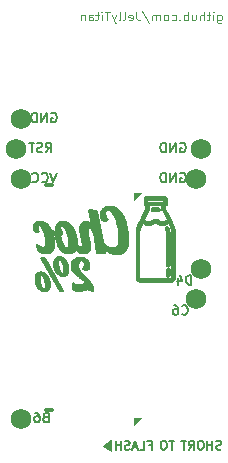
<source format=gbr>
%TF.GenerationSoftware,KiCad,Pcbnew,(7.0.0-0)*%
%TF.CreationDate,2023-02-20T11:28:14-08:00*%
%TF.ProjectId,choc_milk_keyboard,63686f63-5f6d-4696-9c6b-5f6b6579626f,rev?*%
%TF.SameCoordinates,Original*%
%TF.FileFunction,Legend,Bot*%
%TF.FilePolarity,Positive*%
%FSLAX46Y46*%
G04 Gerber Fmt 4.6, Leading zero omitted, Abs format (unit mm)*
G04 Created by KiCad (PCBNEW (7.0.0-0)) date 2023-02-20 11:28:14*
%MOMM*%
%LPD*%
G01*
G04 APERTURE LIST*
G04 Aperture macros list*
%AMHorizOval*
0 Thick line with rounded ends*
0 $1 width*
0 $2 $3 position (X,Y) of the first rounded end (center of the circle)*
0 $4 $5 position (X,Y) of the second rounded end (center of the circle)*
0 Add line between two ends*
20,1,$1,$2,$3,$4,$5,0*
0 Add two circle primitives to create the rounded ends*
1,1,$1,$2,$3*
1,1,$1,$4,$5*%
G04 Aperture macros list end*
%ADD10C,0.100000*%
%ADD11C,0.150000*%
%ADD12C,0.125000*%
%ADD13C,0.200000*%
%ADD14HorizOval,0.300000X-0.349987X-0.003054X0.349987X0.003054X0*%
%ADD15C,1.752600*%
G04 APERTURE END LIST*
D10*
G36*
X85220000Y-137570000D02*
G01*
X84571281Y-137131053D01*
X85220000Y-136650000D01*
X85220000Y-137570000D01*
G37*
X85220000Y-137570000D02*
X84571281Y-137131053D01*
X85220000Y-136650000D01*
X85220000Y-137570000D01*
D11*
X94545713Y-137389821D02*
X94438571Y-137425535D01*
X94438571Y-137425535D02*
X94259999Y-137425535D01*
X94259999Y-137425535D02*
X94188571Y-137389821D01*
X94188571Y-137389821D02*
X94152856Y-137354107D01*
X94152856Y-137354107D02*
X94117142Y-137282678D01*
X94117142Y-137282678D02*
X94117142Y-137211250D01*
X94117142Y-137211250D02*
X94152856Y-137139821D01*
X94152856Y-137139821D02*
X94188571Y-137104107D01*
X94188571Y-137104107D02*
X94259999Y-137068392D01*
X94259999Y-137068392D02*
X94402856Y-137032678D01*
X94402856Y-137032678D02*
X94474285Y-136996964D01*
X94474285Y-136996964D02*
X94509999Y-136961250D01*
X94509999Y-136961250D02*
X94545713Y-136889821D01*
X94545713Y-136889821D02*
X94545713Y-136818392D01*
X94545713Y-136818392D02*
X94509999Y-136746964D01*
X94509999Y-136746964D02*
X94474285Y-136711250D01*
X94474285Y-136711250D02*
X94402856Y-136675535D01*
X94402856Y-136675535D02*
X94224285Y-136675535D01*
X94224285Y-136675535D02*
X94117142Y-136711250D01*
X93795713Y-137425535D02*
X93795713Y-136675535D01*
X93795713Y-137032678D02*
X93367142Y-137032678D01*
X93367142Y-137425535D02*
X93367142Y-136675535D01*
X92867142Y-136675535D02*
X92724285Y-136675535D01*
X92724285Y-136675535D02*
X92652856Y-136711250D01*
X92652856Y-136711250D02*
X92581428Y-136782678D01*
X92581428Y-136782678D02*
X92545713Y-136925535D01*
X92545713Y-136925535D02*
X92545713Y-137175535D01*
X92545713Y-137175535D02*
X92581428Y-137318392D01*
X92581428Y-137318392D02*
X92652856Y-137389821D01*
X92652856Y-137389821D02*
X92724285Y-137425535D01*
X92724285Y-137425535D02*
X92867142Y-137425535D01*
X92867142Y-137425535D02*
X92938571Y-137389821D01*
X92938571Y-137389821D02*
X93009999Y-137318392D01*
X93009999Y-137318392D02*
X93045713Y-137175535D01*
X93045713Y-137175535D02*
X93045713Y-136925535D01*
X93045713Y-136925535D02*
X93009999Y-136782678D01*
X93009999Y-136782678D02*
X92938571Y-136711250D01*
X92938571Y-136711250D02*
X92867142Y-136675535D01*
X91795714Y-137425535D02*
X92045714Y-137068392D01*
X92224285Y-137425535D02*
X92224285Y-136675535D01*
X92224285Y-136675535D02*
X91938571Y-136675535D01*
X91938571Y-136675535D02*
X91867142Y-136711250D01*
X91867142Y-136711250D02*
X91831428Y-136746964D01*
X91831428Y-136746964D02*
X91795714Y-136818392D01*
X91795714Y-136818392D02*
X91795714Y-136925535D01*
X91795714Y-136925535D02*
X91831428Y-136996964D01*
X91831428Y-136996964D02*
X91867142Y-137032678D01*
X91867142Y-137032678D02*
X91938571Y-137068392D01*
X91938571Y-137068392D02*
X92224285Y-137068392D01*
X91581428Y-136675535D02*
X91152857Y-136675535D01*
X91367142Y-137425535D02*
X91367142Y-136675535D01*
X90559999Y-136675535D02*
X90131428Y-136675535D01*
X90345713Y-137425535D02*
X90345713Y-136675535D01*
X89738570Y-136675535D02*
X89595713Y-136675535D01*
X89595713Y-136675535D02*
X89524284Y-136711250D01*
X89524284Y-136711250D02*
X89452856Y-136782678D01*
X89452856Y-136782678D02*
X89417141Y-136925535D01*
X89417141Y-136925535D02*
X89417141Y-137175535D01*
X89417141Y-137175535D02*
X89452856Y-137318392D01*
X89452856Y-137318392D02*
X89524284Y-137389821D01*
X89524284Y-137389821D02*
X89595713Y-137425535D01*
X89595713Y-137425535D02*
X89738570Y-137425535D01*
X89738570Y-137425535D02*
X89809999Y-137389821D01*
X89809999Y-137389821D02*
X89881427Y-137318392D01*
X89881427Y-137318392D02*
X89917141Y-137175535D01*
X89917141Y-137175535D02*
X89917141Y-136925535D01*
X89917141Y-136925535D02*
X89881427Y-136782678D01*
X89881427Y-136782678D02*
X89809999Y-136711250D01*
X89809999Y-136711250D02*
X89738570Y-136675535D01*
X88395713Y-137032678D02*
X88645713Y-137032678D01*
X88645713Y-137425535D02*
X88645713Y-136675535D01*
X88645713Y-136675535D02*
X88288570Y-136675535D01*
X87645713Y-137425535D02*
X88002856Y-137425535D01*
X88002856Y-137425535D02*
X88002856Y-136675535D01*
X87431427Y-137211250D02*
X87074285Y-137211250D01*
X87502856Y-137425535D02*
X87252856Y-136675535D01*
X87252856Y-136675535D02*
X87002856Y-137425535D01*
X86788570Y-137389821D02*
X86681428Y-137425535D01*
X86681428Y-137425535D02*
X86502856Y-137425535D01*
X86502856Y-137425535D02*
X86431428Y-137389821D01*
X86431428Y-137389821D02*
X86395713Y-137354107D01*
X86395713Y-137354107D02*
X86359999Y-137282678D01*
X86359999Y-137282678D02*
X86359999Y-137211250D01*
X86359999Y-137211250D02*
X86395713Y-137139821D01*
X86395713Y-137139821D02*
X86431428Y-137104107D01*
X86431428Y-137104107D02*
X86502856Y-137068392D01*
X86502856Y-137068392D02*
X86645713Y-137032678D01*
X86645713Y-137032678D02*
X86717142Y-136996964D01*
X86717142Y-136996964D02*
X86752856Y-136961250D01*
X86752856Y-136961250D02*
X86788570Y-136889821D01*
X86788570Y-136889821D02*
X86788570Y-136818392D01*
X86788570Y-136818392D02*
X86752856Y-136746964D01*
X86752856Y-136746964D02*
X86717142Y-136711250D01*
X86717142Y-136711250D02*
X86645713Y-136675535D01*
X86645713Y-136675535D02*
X86467142Y-136675535D01*
X86467142Y-136675535D02*
X86359999Y-136711250D01*
X86038570Y-137425535D02*
X86038570Y-136675535D01*
X86038570Y-137032678D02*
X85609999Y-137032678D01*
X85609999Y-137425535D02*
X85609999Y-136675535D01*
D12*
X94220000Y-100586785D02*
X94220000Y-101193928D01*
X94220000Y-101193928D02*
X94255714Y-101265357D01*
X94255714Y-101265357D02*
X94291428Y-101301071D01*
X94291428Y-101301071D02*
X94362857Y-101336785D01*
X94362857Y-101336785D02*
X94470000Y-101336785D01*
X94470000Y-101336785D02*
X94541428Y-101301071D01*
X94220000Y-101051071D02*
X94291428Y-101086785D01*
X94291428Y-101086785D02*
X94434285Y-101086785D01*
X94434285Y-101086785D02*
X94505714Y-101051071D01*
X94505714Y-101051071D02*
X94541428Y-101015357D01*
X94541428Y-101015357D02*
X94577142Y-100943928D01*
X94577142Y-100943928D02*
X94577142Y-100729642D01*
X94577142Y-100729642D02*
X94541428Y-100658214D01*
X94541428Y-100658214D02*
X94505714Y-100622500D01*
X94505714Y-100622500D02*
X94434285Y-100586785D01*
X94434285Y-100586785D02*
X94291428Y-100586785D01*
X94291428Y-100586785D02*
X94220000Y-100622500D01*
X93862857Y-101086785D02*
X93862857Y-100586785D01*
X93862857Y-100336785D02*
X93898571Y-100372500D01*
X93898571Y-100372500D02*
X93862857Y-100408214D01*
X93862857Y-100408214D02*
X93827143Y-100372500D01*
X93827143Y-100372500D02*
X93862857Y-100336785D01*
X93862857Y-100336785D02*
X93862857Y-100408214D01*
X93612857Y-100586785D02*
X93327143Y-100586785D01*
X93505714Y-100336785D02*
X93505714Y-100979642D01*
X93505714Y-100979642D02*
X93470000Y-101051071D01*
X93470000Y-101051071D02*
X93398571Y-101086785D01*
X93398571Y-101086785D02*
X93327143Y-101086785D01*
X93077143Y-101086785D02*
X93077143Y-100336785D01*
X92755715Y-101086785D02*
X92755715Y-100693928D01*
X92755715Y-100693928D02*
X92791429Y-100622500D01*
X92791429Y-100622500D02*
X92862857Y-100586785D01*
X92862857Y-100586785D02*
X92970000Y-100586785D01*
X92970000Y-100586785D02*
X93041429Y-100622500D01*
X93041429Y-100622500D02*
X93077143Y-100658214D01*
X92077144Y-100586785D02*
X92077144Y-101086785D01*
X92398572Y-100586785D02*
X92398572Y-100979642D01*
X92398572Y-100979642D02*
X92362858Y-101051071D01*
X92362858Y-101051071D02*
X92291429Y-101086785D01*
X92291429Y-101086785D02*
X92184286Y-101086785D01*
X92184286Y-101086785D02*
X92112858Y-101051071D01*
X92112858Y-101051071D02*
X92077144Y-101015357D01*
X91720001Y-101086785D02*
X91720001Y-100336785D01*
X91720001Y-100622500D02*
X91648573Y-100586785D01*
X91648573Y-100586785D02*
X91505715Y-100586785D01*
X91505715Y-100586785D02*
X91434287Y-100622500D01*
X91434287Y-100622500D02*
X91398573Y-100658214D01*
X91398573Y-100658214D02*
X91362858Y-100729642D01*
X91362858Y-100729642D02*
X91362858Y-100943928D01*
X91362858Y-100943928D02*
X91398573Y-101015357D01*
X91398573Y-101015357D02*
X91434287Y-101051071D01*
X91434287Y-101051071D02*
X91505715Y-101086785D01*
X91505715Y-101086785D02*
X91648573Y-101086785D01*
X91648573Y-101086785D02*
X91720001Y-101051071D01*
X91041430Y-101015357D02*
X91005716Y-101051071D01*
X91005716Y-101051071D02*
X91041430Y-101086785D01*
X91041430Y-101086785D02*
X91077144Y-101051071D01*
X91077144Y-101051071D02*
X91041430Y-101015357D01*
X91041430Y-101015357D02*
X91041430Y-101086785D01*
X90362859Y-101051071D02*
X90434287Y-101086785D01*
X90434287Y-101086785D02*
X90577144Y-101086785D01*
X90577144Y-101086785D02*
X90648573Y-101051071D01*
X90648573Y-101051071D02*
X90684287Y-101015357D01*
X90684287Y-101015357D02*
X90720001Y-100943928D01*
X90720001Y-100943928D02*
X90720001Y-100729642D01*
X90720001Y-100729642D02*
X90684287Y-100658214D01*
X90684287Y-100658214D02*
X90648573Y-100622500D01*
X90648573Y-100622500D02*
X90577144Y-100586785D01*
X90577144Y-100586785D02*
X90434287Y-100586785D01*
X90434287Y-100586785D02*
X90362859Y-100622500D01*
X89934287Y-101086785D02*
X90005716Y-101051071D01*
X90005716Y-101051071D02*
X90041430Y-101015357D01*
X90041430Y-101015357D02*
X90077144Y-100943928D01*
X90077144Y-100943928D02*
X90077144Y-100729642D01*
X90077144Y-100729642D02*
X90041430Y-100658214D01*
X90041430Y-100658214D02*
X90005716Y-100622500D01*
X90005716Y-100622500D02*
X89934287Y-100586785D01*
X89934287Y-100586785D02*
X89827144Y-100586785D01*
X89827144Y-100586785D02*
X89755716Y-100622500D01*
X89755716Y-100622500D02*
X89720002Y-100658214D01*
X89720002Y-100658214D02*
X89684287Y-100729642D01*
X89684287Y-100729642D02*
X89684287Y-100943928D01*
X89684287Y-100943928D02*
X89720002Y-101015357D01*
X89720002Y-101015357D02*
X89755716Y-101051071D01*
X89755716Y-101051071D02*
X89827144Y-101086785D01*
X89827144Y-101086785D02*
X89934287Y-101086785D01*
X89362859Y-101086785D02*
X89362859Y-100586785D01*
X89362859Y-100658214D02*
X89327145Y-100622500D01*
X89327145Y-100622500D02*
X89255716Y-100586785D01*
X89255716Y-100586785D02*
X89148573Y-100586785D01*
X89148573Y-100586785D02*
X89077145Y-100622500D01*
X89077145Y-100622500D02*
X89041431Y-100693928D01*
X89041431Y-100693928D02*
X89041431Y-101086785D01*
X89041431Y-100693928D02*
X89005716Y-100622500D01*
X89005716Y-100622500D02*
X88934288Y-100586785D01*
X88934288Y-100586785D02*
X88827145Y-100586785D01*
X88827145Y-100586785D02*
X88755716Y-100622500D01*
X88755716Y-100622500D02*
X88720002Y-100693928D01*
X88720002Y-100693928D02*
X88720002Y-101086785D01*
X87827145Y-100301071D02*
X88470002Y-101265357D01*
X87362859Y-100336785D02*
X87362859Y-100872500D01*
X87362859Y-100872500D02*
X87398574Y-100979642D01*
X87398574Y-100979642D02*
X87470002Y-101051071D01*
X87470002Y-101051071D02*
X87577145Y-101086785D01*
X87577145Y-101086785D02*
X87648574Y-101086785D01*
X86720002Y-101051071D02*
X86791430Y-101086785D01*
X86791430Y-101086785D02*
X86934288Y-101086785D01*
X86934288Y-101086785D02*
X87005716Y-101051071D01*
X87005716Y-101051071D02*
X87041430Y-100979642D01*
X87041430Y-100979642D02*
X87041430Y-100693928D01*
X87041430Y-100693928D02*
X87005716Y-100622500D01*
X87005716Y-100622500D02*
X86934288Y-100586785D01*
X86934288Y-100586785D02*
X86791430Y-100586785D01*
X86791430Y-100586785D02*
X86720002Y-100622500D01*
X86720002Y-100622500D02*
X86684288Y-100693928D01*
X86684288Y-100693928D02*
X86684288Y-100765357D01*
X86684288Y-100765357D02*
X87041430Y-100836785D01*
X86255716Y-101086785D02*
X86327145Y-101051071D01*
X86327145Y-101051071D02*
X86362859Y-100979642D01*
X86362859Y-100979642D02*
X86362859Y-100336785D01*
X85862859Y-101086785D02*
X85934288Y-101051071D01*
X85934288Y-101051071D02*
X85970002Y-100979642D01*
X85970002Y-100979642D02*
X85970002Y-100336785D01*
X85648574Y-100586785D02*
X85470002Y-101086785D01*
X85291431Y-100586785D02*
X85470002Y-101086785D01*
X85470002Y-101086785D02*
X85541431Y-101265357D01*
X85541431Y-101265357D02*
X85577145Y-101301071D01*
X85577145Y-101301071D02*
X85648574Y-101336785D01*
X85112859Y-100336785D02*
X84684288Y-100336785D01*
X84898573Y-101086785D02*
X84898573Y-100336785D01*
X84434287Y-101086785D02*
X84434287Y-100586785D01*
X84434287Y-100336785D02*
X84470001Y-100372500D01*
X84470001Y-100372500D02*
X84434287Y-100408214D01*
X84434287Y-100408214D02*
X84398573Y-100372500D01*
X84398573Y-100372500D02*
X84434287Y-100336785D01*
X84434287Y-100336785D02*
X84434287Y-100408214D01*
X84184287Y-100586785D02*
X83898573Y-100586785D01*
X84077144Y-100336785D02*
X84077144Y-100979642D01*
X84077144Y-100979642D02*
X84041430Y-101051071D01*
X84041430Y-101051071D02*
X83970001Y-101086785D01*
X83970001Y-101086785D02*
X83898573Y-101086785D01*
X83327145Y-101086785D02*
X83327145Y-100693928D01*
X83327145Y-100693928D02*
X83362859Y-100622500D01*
X83362859Y-100622500D02*
X83434287Y-100586785D01*
X83434287Y-100586785D02*
X83577145Y-100586785D01*
X83577145Y-100586785D02*
X83648573Y-100622500D01*
X83327145Y-101051071D02*
X83398573Y-101086785D01*
X83398573Y-101086785D02*
X83577145Y-101086785D01*
X83577145Y-101086785D02*
X83648573Y-101051071D01*
X83648573Y-101051071D02*
X83684287Y-100979642D01*
X83684287Y-100979642D02*
X83684287Y-100908214D01*
X83684287Y-100908214D02*
X83648573Y-100836785D01*
X83648573Y-100836785D02*
X83577145Y-100801071D01*
X83577145Y-100801071D02*
X83398573Y-100801071D01*
X83398573Y-100801071D02*
X83327145Y-100765357D01*
X82970002Y-100586785D02*
X82970002Y-101086785D01*
X82970002Y-100658214D02*
X82934288Y-100622500D01*
X82934288Y-100622500D02*
X82862859Y-100586785D01*
X82862859Y-100586785D02*
X82755716Y-100586785D01*
X82755716Y-100586785D02*
X82684288Y-100622500D01*
X82684288Y-100622500D02*
X82648574Y-100693928D01*
X82648574Y-100693928D02*
X82648574Y-101086785D01*
D11*
%TO.C,U1*%
X92020475Y-123447904D02*
X92020475Y-122647904D01*
X92020475Y-122647904D02*
X91829999Y-122647904D01*
X91829999Y-122647904D02*
X91715713Y-122686000D01*
X91715713Y-122686000D02*
X91639523Y-122762190D01*
X91639523Y-122762190D02*
X91601428Y-122838380D01*
X91601428Y-122838380D02*
X91563332Y-122990761D01*
X91563332Y-122990761D02*
X91563332Y-123105047D01*
X91563332Y-123105047D02*
X91601428Y-123257428D01*
X91601428Y-123257428D02*
X91639523Y-123333619D01*
X91639523Y-123333619D02*
X91715713Y-123409809D01*
X91715713Y-123409809D02*
X91829999Y-123447904D01*
X91829999Y-123447904D02*
X92020475Y-123447904D01*
X90877618Y-122914571D02*
X90877618Y-123447904D01*
X91068094Y-122609809D02*
X91258571Y-123181238D01*
X91258571Y-123181238D02*
X90763332Y-123181238D01*
X80605666Y-113997904D02*
X80338999Y-114797904D01*
X80338999Y-114797904D02*
X80072333Y-113997904D01*
X79348523Y-114721714D02*
X79386619Y-114759809D01*
X79386619Y-114759809D02*
X79500904Y-114797904D01*
X79500904Y-114797904D02*
X79577095Y-114797904D01*
X79577095Y-114797904D02*
X79691381Y-114759809D01*
X79691381Y-114759809D02*
X79767571Y-114683619D01*
X79767571Y-114683619D02*
X79805666Y-114607428D01*
X79805666Y-114607428D02*
X79843762Y-114455047D01*
X79843762Y-114455047D02*
X79843762Y-114340761D01*
X79843762Y-114340761D02*
X79805666Y-114188380D01*
X79805666Y-114188380D02*
X79767571Y-114112190D01*
X79767571Y-114112190D02*
X79691381Y-114036000D01*
X79691381Y-114036000D02*
X79577095Y-113997904D01*
X79577095Y-113997904D02*
X79500904Y-113997904D01*
X79500904Y-113997904D02*
X79386619Y-114036000D01*
X79386619Y-114036000D02*
X79348523Y-114074095D01*
X78548523Y-114721714D02*
X78586619Y-114759809D01*
X78586619Y-114759809D02*
X78700904Y-114797904D01*
X78700904Y-114797904D02*
X78777095Y-114797904D01*
X78777095Y-114797904D02*
X78891381Y-114759809D01*
X78891381Y-114759809D02*
X78967571Y-114683619D01*
X78967571Y-114683619D02*
X79005666Y-114607428D01*
X79005666Y-114607428D02*
X79043762Y-114455047D01*
X79043762Y-114455047D02*
X79043762Y-114340761D01*
X79043762Y-114340761D02*
X79005666Y-114188380D01*
X79005666Y-114188380D02*
X78967571Y-114112190D01*
X78967571Y-114112190D02*
X78891381Y-114036000D01*
X78891381Y-114036000D02*
X78777095Y-113997904D01*
X78777095Y-113997904D02*
X78700904Y-113997904D01*
X78700904Y-113997904D02*
X78586619Y-114036000D01*
X78586619Y-114036000D02*
X78548523Y-114074095D01*
X91070523Y-114036000D02*
X91146713Y-113997904D01*
X91146713Y-113997904D02*
X91260999Y-113997904D01*
X91260999Y-113997904D02*
X91375285Y-114036000D01*
X91375285Y-114036000D02*
X91451475Y-114112190D01*
X91451475Y-114112190D02*
X91489570Y-114188380D01*
X91489570Y-114188380D02*
X91527666Y-114340761D01*
X91527666Y-114340761D02*
X91527666Y-114455047D01*
X91527666Y-114455047D02*
X91489570Y-114607428D01*
X91489570Y-114607428D02*
X91451475Y-114683619D01*
X91451475Y-114683619D02*
X91375285Y-114759809D01*
X91375285Y-114759809D02*
X91260999Y-114797904D01*
X91260999Y-114797904D02*
X91184808Y-114797904D01*
X91184808Y-114797904D02*
X91070523Y-114759809D01*
X91070523Y-114759809D02*
X91032427Y-114721714D01*
X91032427Y-114721714D02*
X91032427Y-114455047D01*
X91032427Y-114455047D02*
X91184808Y-114455047D01*
X90689570Y-114797904D02*
X90689570Y-113997904D01*
X90689570Y-113997904D02*
X90232427Y-114797904D01*
X90232427Y-114797904D02*
X90232427Y-113997904D01*
X89851475Y-114797904D02*
X89851475Y-113997904D01*
X89851475Y-113997904D02*
X89660999Y-113997904D01*
X89660999Y-113997904D02*
X89546713Y-114036000D01*
X89546713Y-114036000D02*
X89470523Y-114112190D01*
X89470523Y-114112190D02*
X89432428Y-114188380D01*
X89432428Y-114188380D02*
X89394332Y-114340761D01*
X89394332Y-114340761D02*
X89394332Y-114455047D01*
X89394332Y-114455047D02*
X89432428Y-114607428D01*
X89432428Y-114607428D02*
X89470523Y-114683619D01*
X89470523Y-114683619D02*
X89546713Y-114759809D01*
X89546713Y-114759809D02*
X89660999Y-114797904D01*
X89660999Y-114797904D02*
X89851475Y-114797904D01*
X80148523Y-108956000D02*
X80224713Y-108917904D01*
X80224713Y-108917904D02*
X80338999Y-108917904D01*
X80338999Y-108917904D02*
X80453285Y-108956000D01*
X80453285Y-108956000D02*
X80529475Y-109032190D01*
X80529475Y-109032190D02*
X80567570Y-109108380D01*
X80567570Y-109108380D02*
X80605666Y-109260761D01*
X80605666Y-109260761D02*
X80605666Y-109375047D01*
X80605666Y-109375047D02*
X80567570Y-109527428D01*
X80567570Y-109527428D02*
X80529475Y-109603619D01*
X80529475Y-109603619D02*
X80453285Y-109679809D01*
X80453285Y-109679809D02*
X80338999Y-109717904D01*
X80338999Y-109717904D02*
X80262808Y-109717904D01*
X80262808Y-109717904D02*
X80148523Y-109679809D01*
X80148523Y-109679809D02*
X80110427Y-109641714D01*
X80110427Y-109641714D02*
X80110427Y-109375047D01*
X80110427Y-109375047D02*
X80262808Y-109375047D01*
X79767570Y-109717904D02*
X79767570Y-108917904D01*
X79767570Y-108917904D02*
X79310427Y-109717904D01*
X79310427Y-109717904D02*
X79310427Y-108917904D01*
X78929475Y-109717904D02*
X78929475Y-108917904D01*
X78929475Y-108917904D02*
X78738999Y-108917904D01*
X78738999Y-108917904D02*
X78624713Y-108956000D01*
X78624713Y-108956000D02*
X78548523Y-109032190D01*
X78548523Y-109032190D02*
X78510428Y-109108380D01*
X78510428Y-109108380D02*
X78472332Y-109260761D01*
X78472332Y-109260761D02*
X78472332Y-109375047D01*
X78472332Y-109375047D02*
X78510428Y-109527428D01*
X78510428Y-109527428D02*
X78548523Y-109603619D01*
X78548523Y-109603619D02*
X78624713Y-109679809D01*
X78624713Y-109679809D02*
X78738999Y-109717904D01*
X78738999Y-109717904D02*
X78929475Y-109717904D01*
X79663809Y-134688857D02*
X79549523Y-134726952D01*
X79549523Y-134726952D02*
X79511428Y-134765047D01*
X79511428Y-134765047D02*
X79473332Y-134841238D01*
X79473332Y-134841238D02*
X79473332Y-134955523D01*
X79473332Y-134955523D02*
X79511428Y-135031714D01*
X79511428Y-135031714D02*
X79549523Y-135069809D01*
X79549523Y-135069809D02*
X79625713Y-135107904D01*
X79625713Y-135107904D02*
X79930475Y-135107904D01*
X79930475Y-135107904D02*
X79930475Y-134307904D01*
X79930475Y-134307904D02*
X79663809Y-134307904D01*
X79663809Y-134307904D02*
X79587618Y-134346000D01*
X79587618Y-134346000D02*
X79549523Y-134384095D01*
X79549523Y-134384095D02*
X79511428Y-134460285D01*
X79511428Y-134460285D02*
X79511428Y-134536476D01*
X79511428Y-134536476D02*
X79549523Y-134612666D01*
X79549523Y-134612666D02*
X79587618Y-134650761D01*
X79587618Y-134650761D02*
X79663809Y-134688857D01*
X79663809Y-134688857D02*
X79930475Y-134688857D01*
X78787618Y-134307904D02*
X78939999Y-134307904D01*
X78939999Y-134307904D02*
X79016190Y-134346000D01*
X79016190Y-134346000D02*
X79054285Y-134384095D01*
X79054285Y-134384095D02*
X79130475Y-134498380D01*
X79130475Y-134498380D02*
X79168571Y-134650761D01*
X79168571Y-134650761D02*
X79168571Y-134955523D01*
X79168571Y-134955523D02*
X79130475Y-135031714D01*
X79130475Y-135031714D02*
X79092380Y-135069809D01*
X79092380Y-135069809D02*
X79016190Y-135107904D01*
X79016190Y-135107904D02*
X78863809Y-135107904D01*
X78863809Y-135107904D02*
X78787618Y-135069809D01*
X78787618Y-135069809D02*
X78749523Y-135031714D01*
X78749523Y-135031714D02*
X78711428Y-134955523D01*
X78711428Y-134955523D02*
X78711428Y-134765047D01*
X78711428Y-134765047D02*
X78749523Y-134688857D01*
X78749523Y-134688857D02*
X78787618Y-134650761D01*
X78787618Y-134650761D02*
X78863809Y-134612666D01*
X78863809Y-134612666D02*
X79016190Y-134612666D01*
X79016190Y-134612666D02*
X79092380Y-134650761D01*
X79092380Y-134650761D02*
X79130475Y-134688857D01*
X79130475Y-134688857D02*
X79168571Y-134765047D01*
X79704974Y-112227904D02*
X79971641Y-111846952D01*
X80162117Y-112227904D02*
X80162117Y-111427904D01*
X80162117Y-111427904D02*
X79857355Y-111427904D01*
X79857355Y-111427904D02*
X79781165Y-111466000D01*
X79781165Y-111466000D02*
X79743070Y-111504095D01*
X79743070Y-111504095D02*
X79704974Y-111580285D01*
X79704974Y-111580285D02*
X79704974Y-111694571D01*
X79704974Y-111694571D02*
X79743070Y-111770761D01*
X79743070Y-111770761D02*
X79781165Y-111808857D01*
X79781165Y-111808857D02*
X79857355Y-111846952D01*
X79857355Y-111846952D02*
X80162117Y-111846952D01*
X79400213Y-112189809D02*
X79285927Y-112227904D01*
X79285927Y-112227904D02*
X79095451Y-112227904D01*
X79095451Y-112227904D02*
X79019260Y-112189809D01*
X79019260Y-112189809D02*
X78981165Y-112151714D01*
X78981165Y-112151714D02*
X78943070Y-112075523D01*
X78943070Y-112075523D02*
X78943070Y-111999333D01*
X78943070Y-111999333D02*
X78981165Y-111923142D01*
X78981165Y-111923142D02*
X79019260Y-111885047D01*
X79019260Y-111885047D02*
X79095451Y-111846952D01*
X79095451Y-111846952D02*
X79247832Y-111808857D01*
X79247832Y-111808857D02*
X79324022Y-111770761D01*
X79324022Y-111770761D02*
X79362117Y-111732666D01*
X79362117Y-111732666D02*
X79400213Y-111656476D01*
X79400213Y-111656476D02*
X79400213Y-111580285D01*
X79400213Y-111580285D02*
X79362117Y-111504095D01*
X79362117Y-111504095D02*
X79324022Y-111466000D01*
X79324022Y-111466000D02*
X79247832Y-111427904D01*
X79247832Y-111427904D02*
X79057355Y-111427904D01*
X79057355Y-111427904D02*
X78943070Y-111466000D01*
X78714498Y-111427904D02*
X78257355Y-111427904D01*
X78485927Y-112227904D02*
X78485927Y-111427904D01*
X91213332Y-125931714D02*
X91251428Y-125969809D01*
X91251428Y-125969809D02*
X91365713Y-126007904D01*
X91365713Y-126007904D02*
X91441904Y-126007904D01*
X91441904Y-126007904D02*
X91556190Y-125969809D01*
X91556190Y-125969809D02*
X91632380Y-125893619D01*
X91632380Y-125893619D02*
X91670475Y-125817428D01*
X91670475Y-125817428D02*
X91708571Y-125665047D01*
X91708571Y-125665047D02*
X91708571Y-125550761D01*
X91708571Y-125550761D02*
X91670475Y-125398380D01*
X91670475Y-125398380D02*
X91632380Y-125322190D01*
X91632380Y-125322190D02*
X91556190Y-125246000D01*
X91556190Y-125246000D02*
X91441904Y-125207904D01*
X91441904Y-125207904D02*
X91365713Y-125207904D01*
X91365713Y-125207904D02*
X91251428Y-125246000D01*
X91251428Y-125246000D02*
X91213332Y-125284095D01*
X90527618Y-125207904D02*
X90679999Y-125207904D01*
X90679999Y-125207904D02*
X90756190Y-125246000D01*
X90756190Y-125246000D02*
X90794285Y-125284095D01*
X90794285Y-125284095D02*
X90870475Y-125398380D01*
X90870475Y-125398380D02*
X90908571Y-125550761D01*
X90908571Y-125550761D02*
X90908571Y-125855523D01*
X90908571Y-125855523D02*
X90870475Y-125931714D01*
X90870475Y-125931714D02*
X90832380Y-125969809D01*
X90832380Y-125969809D02*
X90756190Y-126007904D01*
X90756190Y-126007904D02*
X90603809Y-126007904D01*
X90603809Y-126007904D02*
X90527618Y-125969809D01*
X90527618Y-125969809D02*
X90489523Y-125931714D01*
X90489523Y-125931714D02*
X90451428Y-125855523D01*
X90451428Y-125855523D02*
X90451428Y-125665047D01*
X90451428Y-125665047D02*
X90489523Y-125588857D01*
X90489523Y-125588857D02*
X90527618Y-125550761D01*
X90527618Y-125550761D02*
X90603809Y-125512666D01*
X90603809Y-125512666D02*
X90756190Y-125512666D01*
X90756190Y-125512666D02*
X90832380Y-125550761D01*
X90832380Y-125550761D02*
X90870475Y-125588857D01*
X90870475Y-125588857D02*
X90908571Y-125665047D01*
X91070523Y-111496000D02*
X91146713Y-111457904D01*
X91146713Y-111457904D02*
X91260999Y-111457904D01*
X91260999Y-111457904D02*
X91375285Y-111496000D01*
X91375285Y-111496000D02*
X91451475Y-111572190D01*
X91451475Y-111572190D02*
X91489570Y-111648380D01*
X91489570Y-111648380D02*
X91527666Y-111800761D01*
X91527666Y-111800761D02*
X91527666Y-111915047D01*
X91527666Y-111915047D02*
X91489570Y-112067428D01*
X91489570Y-112067428D02*
X91451475Y-112143619D01*
X91451475Y-112143619D02*
X91375285Y-112219809D01*
X91375285Y-112219809D02*
X91260999Y-112257904D01*
X91260999Y-112257904D02*
X91184808Y-112257904D01*
X91184808Y-112257904D02*
X91070523Y-112219809D01*
X91070523Y-112219809D02*
X91032427Y-112181714D01*
X91032427Y-112181714D02*
X91032427Y-111915047D01*
X91032427Y-111915047D02*
X91184808Y-111915047D01*
X90689570Y-112257904D02*
X90689570Y-111457904D01*
X90689570Y-111457904D02*
X90232427Y-112257904D01*
X90232427Y-112257904D02*
X90232427Y-111457904D01*
X89851475Y-112257904D02*
X89851475Y-111457904D01*
X89851475Y-111457904D02*
X89660999Y-111457904D01*
X89660999Y-111457904D02*
X89546713Y-111496000D01*
X89546713Y-111496000D02*
X89470523Y-111572190D01*
X89470523Y-111572190D02*
X89432428Y-111648380D01*
X89432428Y-111648380D02*
X89394332Y-111800761D01*
X89394332Y-111800761D02*
X89394332Y-111915047D01*
X89394332Y-111915047D02*
X89432428Y-112067428D01*
X89432428Y-112067428D02*
X89470523Y-112143619D01*
X89470523Y-112143619D02*
X89546713Y-112219809D01*
X89546713Y-112219809D02*
X89660999Y-112257904D01*
X89660999Y-112257904D02*
X89851475Y-112257904D01*
%TO.C,REF\u002A\u002A*%
G36*
X81156437Y-123962645D02*
G01*
X80884952Y-123962645D01*
X79316365Y-121169066D01*
X79587849Y-121169066D01*
X81156437Y-123962645D01*
G37*
D13*
X81156437Y-123962645D02*
X80884952Y-123962645D01*
X79316365Y-121169066D01*
X79587849Y-121169066D01*
X81156437Y-123962645D01*
G36*
X89219208Y-116973299D02*
G01*
X89225015Y-116973740D01*
X89230737Y-116974467D01*
X89236368Y-116975473D01*
X89241900Y-116976749D01*
X89247325Y-116978290D01*
X89252638Y-116980087D01*
X89257830Y-116982134D01*
X89262895Y-116984423D01*
X89267825Y-116986948D01*
X89272614Y-116989701D01*
X89277253Y-116992674D01*
X89281736Y-116995862D01*
X89286055Y-116999256D01*
X89290204Y-117002849D01*
X89294175Y-117006635D01*
X89297961Y-117010605D01*
X89301555Y-117014754D01*
X89304949Y-117019073D01*
X89308137Y-117023556D01*
X89311111Y-117028195D01*
X89313865Y-117032983D01*
X89316390Y-117037913D01*
X89318680Y-117042979D01*
X89320727Y-117048171D01*
X89322525Y-117053484D01*
X89324066Y-117058911D01*
X89325342Y-117064443D01*
X89326348Y-117070075D01*
X89327075Y-117075798D01*
X89327517Y-117081605D01*
X89327665Y-117087491D01*
X89327517Y-117093376D01*
X89327075Y-117099183D01*
X89326348Y-117104907D01*
X89325342Y-117110538D01*
X89324066Y-117116070D01*
X89322525Y-117121497D01*
X89320727Y-117126810D01*
X89318680Y-117132003D01*
X89316390Y-117137068D01*
X89313865Y-117141998D01*
X89311111Y-117146786D01*
X89308137Y-117151425D01*
X89304949Y-117155908D01*
X89301555Y-117160227D01*
X89297961Y-117164376D01*
X89294175Y-117168346D01*
X89290204Y-117172132D01*
X89286055Y-117175725D01*
X89281736Y-117179119D01*
X89277253Y-117182307D01*
X89272614Y-117185281D01*
X89267825Y-117188033D01*
X89262895Y-117190558D01*
X89257830Y-117192847D01*
X89252638Y-117194894D01*
X89247325Y-117196692D01*
X89241900Y-117198232D01*
X89236368Y-117199509D01*
X89230737Y-117200514D01*
X89225015Y-117201241D01*
X89219208Y-117201682D01*
X89213325Y-117201831D01*
X88782200Y-117201831D01*
X88776316Y-117201682D01*
X88770510Y-117201241D01*
X88764788Y-117200514D01*
X88759157Y-117199509D01*
X88753625Y-117198232D01*
X88748199Y-117196692D01*
X88742887Y-117194894D01*
X88737694Y-117192847D01*
X88732630Y-117190558D01*
X88727700Y-117188033D01*
X88722911Y-117185281D01*
X88718272Y-117182307D01*
X88713789Y-117179119D01*
X88709470Y-117175725D01*
X88705321Y-117172132D01*
X88701350Y-117168346D01*
X88697564Y-117164376D01*
X88693970Y-117160227D01*
X88690576Y-117155908D01*
X88687388Y-117151425D01*
X88684414Y-117146786D01*
X88681661Y-117141998D01*
X88679136Y-117137068D01*
X88676846Y-117132003D01*
X88674798Y-117126810D01*
X88673001Y-117121497D01*
X88671460Y-117116070D01*
X88670183Y-117110538D01*
X88669178Y-117104907D01*
X88668450Y-117099183D01*
X88668009Y-117093376D01*
X88667860Y-117087491D01*
X88668009Y-117081605D01*
X88668450Y-117075798D01*
X88669178Y-117070075D01*
X88670183Y-117064443D01*
X88671460Y-117058911D01*
X88673001Y-117053484D01*
X88674798Y-117048171D01*
X88676846Y-117042979D01*
X88679136Y-117037913D01*
X88681661Y-117032983D01*
X88684414Y-117028195D01*
X88687388Y-117023556D01*
X88690576Y-117019073D01*
X88693970Y-117014754D01*
X88697564Y-117010605D01*
X88701350Y-117006635D01*
X88705321Y-117002849D01*
X88709470Y-116999256D01*
X88713789Y-116995862D01*
X88718272Y-116992674D01*
X88722911Y-116989701D01*
X88727700Y-116986948D01*
X88732630Y-116984423D01*
X88737694Y-116982134D01*
X88742887Y-116980087D01*
X88748199Y-116978290D01*
X88753625Y-116976749D01*
X88759157Y-116975473D01*
X88764788Y-116974467D01*
X88770510Y-116973740D01*
X88776316Y-116973299D01*
X88782200Y-116973150D01*
X89213325Y-116973150D01*
X89219208Y-116973299D01*
G37*
X89219208Y-116973299D02*
X89225015Y-116973740D01*
X89230737Y-116974467D01*
X89236368Y-116975473D01*
X89241900Y-116976749D01*
X89247325Y-116978290D01*
X89252638Y-116980087D01*
X89257830Y-116982134D01*
X89262895Y-116984423D01*
X89267825Y-116986948D01*
X89272614Y-116989701D01*
X89277253Y-116992674D01*
X89281736Y-116995862D01*
X89286055Y-116999256D01*
X89290204Y-117002849D01*
X89294175Y-117006635D01*
X89297961Y-117010605D01*
X89301555Y-117014754D01*
X89304949Y-117019073D01*
X89308137Y-117023556D01*
X89311111Y-117028195D01*
X89313865Y-117032983D01*
X89316390Y-117037913D01*
X89318680Y-117042979D01*
X89320727Y-117048171D01*
X89322525Y-117053484D01*
X89324066Y-117058911D01*
X89325342Y-117064443D01*
X89326348Y-117070075D01*
X89327075Y-117075798D01*
X89327517Y-117081605D01*
X89327665Y-117087491D01*
X89327517Y-117093376D01*
X89327075Y-117099183D01*
X89326348Y-117104907D01*
X89325342Y-117110538D01*
X89324066Y-117116070D01*
X89322525Y-117121497D01*
X89320727Y-117126810D01*
X89318680Y-117132003D01*
X89316390Y-117137068D01*
X89313865Y-117141998D01*
X89311111Y-117146786D01*
X89308137Y-117151425D01*
X89304949Y-117155908D01*
X89301555Y-117160227D01*
X89297961Y-117164376D01*
X89294175Y-117168346D01*
X89290204Y-117172132D01*
X89286055Y-117175725D01*
X89281736Y-117179119D01*
X89277253Y-117182307D01*
X89272614Y-117185281D01*
X89267825Y-117188033D01*
X89262895Y-117190558D01*
X89257830Y-117192847D01*
X89252638Y-117194894D01*
X89247325Y-117196692D01*
X89241900Y-117198232D01*
X89236368Y-117199509D01*
X89230737Y-117200514D01*
X89225015Y-117201241D01*
X89219208Y-117201682D01*
X89213325Y-117201831D01*
X88782200Y-117201831D01*
X88776316Y-117201682D01*
X88770510Y-117201241D01*
X88764788Y-117200514D01*
X88759157Y-117199509D01*
X88753625Y-117198232D01*
X88748199Y-117196692D01*
X88742887Y-117194894D01*
X88737694Y-117192847D01*
X88732630Y-117190558D01*
X88727700Y-117188033D01*
X88722911Y-117185281D01*
X88718272Y-117182307D01*
X88713789Y-117179119D01*
X88709470Y-117175725D01*
X88705321Y-117172132D01*
X88701350Y-117168346D01*
X88697564Y-117164376D01*
X88693970Y-117160227D01*
X88690576Y-117155908D01*
X88687388Y-117151425D01*
X88684414Y-117146786D01*
X88681661Y-117141998D01*
X88679136Y-117137068D01*
X88676846Y-117132003D01*
X88674798Y-117126810D01*
X88673001Y-117121497D01*
X88671460Y-117116070D01*
X88670183Y-117110538D01*
X88669178Y-117104907D01*
X88668450Y-117099183D01*
X88668009Y-117093376D01*
X88667860Y-117087491D01*
X88668009Y-117081605D01*
X88668450Y-117075798D01*
X88669178Y-117070075D01*
X88670183Y-117064443D01*
X88671460Y-117058911D01*
X88673001Y-117053484D01*
X88674798Y-117048171D01*
X88676846Y-117042979D01*
X88679136Y-117037913D01*
X88681661Y-117032983D01*
X88684414Y-117028195D01*
X88687388Y-117023556D01*
X88690576Y-117019073D01*
X88693970Y-117014754D01*
X88697564Y-117010605D01*
X88701350Y-117006635D01*
X88705321Y-117002849D01*
X88709470Y-116999256D01*
X88713789Y-116995862D01*
X88718272Y-116992674D01*
X88722911Y-116989701D01*
X88727700Y-116986948D01*
X88732630Y-116984423D01*
X88737694Y-116982134D01*
X88742887Y-116980087D01*
X88748199Y-116978290D01*
X88753625Y-116976749D01*
X88759157Y-116975473D01*
X88764788Y-116974467D01*
X88770510Y-116973740D01*
X88776316Y-116973299D01*
X88782200Y-116973150D01*
X89213325Y-116973150D01*
X89219208Y-116973299D01*
G36*
X90060770Y-122080505D02*
G01*
X90066576Y-122080946D01*
X90072298Y-122081673D01*
X90077929Y-122082678D01*
X90083460Y-122083955D01*
X90088886Y-122085495D01*
X90094199Y-122087293D01*
X90099391Y-122089340D01*
X90104456Y-122091629D01*
X90109386Y-122094154D01*
X90114174Y-122096906D01*
X90118813Y-122099880D01*
X90123296Y-122103067D01*
X90127616Y-122106461D01*
X90131765Y-122110055D01*
X90135736Y-122113840D01*
X90139522Y-122117811D01*
X90143115Y-122121960D01*
X90146510Y-122126279D01*
X90149698Y-122130762D01*
X90152672Y-122135401D01*
X90155425Y-122140189D01*
X90157950Y-122145119D01*
X90160240Y-122150184D01*
X90162287Y-122155377D01*
X90164085Y-122160690D01*
X90165626Y-122166116D01*
X90166903Y-122171649D01*
X90167908Y-122177280D01*
X90168635Y-122183003D01*
X90169077Y-122188811D01*
X90169226Y-122194696D01*
X90169226Y-122652058D01*
X90169077Y-122657943D01*
X90168635Y-122663751D01*
X90167908Y-122669474D01*
X90166903Y-122675105D01*
X90165626Y-122680638D01*
X90164085Y-122686064D01*
X90162287Y-122691377D01*
X90160240Y-122696570D01*
X90157950Y-122701635D01*
X90155425Y-122706565D01*
X90152672Y-122711354D01*
X90149698Y-122715993D01*
X90146510Y-122720475D01*
X90143115Y-122724795D01*
X90139522Y-122728943D01*
X90135736Y-122732914D01*
X90131765Y-122736699D01*
X90127616Y-122740293D01*
X90123296Y-122743687D01*
X90118813Y-122746874D01*
X90114174Y-122749848D01*
X90109386Y-122752601D01*
X90104456Y-122755125D01*
X90099391Y-122757415D01*
X90094199Y-122759462D01*
X90088886Y-122761259D01*
X90083460Y-122762799D01*
X90077929Y-122764076D01*
X90072298Y-122765081D01*
X90066576Y-122765808D01*
X90060770Y-122766250D01*
X90054886Y-122766398D01*
X90049002Y-122766250D01*
X90043196Y-122765808D01*
X90037473Y-122765081D01*
X90031843Y-122764076D01*
X90026311Y-122762799D01*
X90020885Y-122761259D01*
X90015573Y-122759462D01*
X90010380Y-122757415D01*
X90005315Y-122755125D01*
X90000385Y-122752601D01*
X89995597Y-122749848D01*
X89990958Y-122746874D01*
X89986475Y-122743687D01*
X89982155Y-122740293D01*
X89978007Y-122736699D01*
X89974036Y-122732914D01*
X89970250Y-122728943D01*
X89966656Y-122724795D01*
X89963261Y-122720475D01*
X89960073Y-122715993D01*
X89957099Y-122711354D01*
X89954346Y-122706565D01*
X89951821Y-122701635D01*
X89949531Y-122696570D01*
X89947484Y-122691377D01*
X89945686Y-122686064D01*
X89944145Y-122680638D01*
X89942868Y-122675105D01*
X89941863Y-122669474D01*
X89941136Y-122663751D01*
X89940694Y-122657943D01*
X89940545Y-122652058D01*
X89940545Y-122194696D01*
X89940694Y-122188811D01*
X89941136Y-122183003D01*
X89941863Y-122177280D01*
X89942868Y-122171649D01*
X89944145Y-122166116D01*
X89945686Y-122160690D01*
X89947484Y-122155377D01*
X89949531Y-122150184D01*
X89951821Y-122145119D01*
X89954346Y-122140189D01*
X89957099Y-122135401D01*
X89960073Y-122130762D01*
X89963261Y-122126279D01*
X89966656Y-122121960D01*
X89970250Y-122117811D01*
X89974036Y-122113840D01*
X89978007Y-122110055D01*
X89982155Y-122106461D01*
X89986475Y-122103067D01*
X89990958Y-122099880D01*
X89995597Y-122096906D01*
X90000385Y-122094154D01*
X90005315Y-122091629D01*
X90010380Y-122089340D01*
X90015573Y-122087293D01*
X90020885Y-122085495D01*
X90026311Y-122083955D01*
X90031843Y-122082678D01*
X90037473Y-122081673D01*
X90043196Y-122080946D01*
X90049002Y-122080505D01*
X90054886Y-122080356D01*
X90060770Y-122080505D01*
G37*
X90060770Y-122080505D02*
X90066576Y-122080946D01*
X90072298Y-122081673D01*
X90077929Y-122082678D01*
X90083460Y-122083955D01*
X90088886Y-122085495D01*
X90094199Y-122087293D01*
X90099391Y-122089340D01*
X90104456Y-122091629D01*
X90109386Y-122094154D01*
X90114174Y-122096906D01*
X90118813Y-122099880D01*
X90123296Y-122103067D01*
X90127616Y-122106461D01*
X90131765Y-122110055D01*
X90135736Y-122113840D01*
X90139522Y-122117811D01*
X90143115Y-122121960D01*
X90146510Y-122126279D01*
X90149698Y-122130762D01*
X90152672Y-122135401D01*
X90155425Y-122140189D01*
X90157950Y-122145119D01*
X90160240Y-122150184D01*
X90162287Y-122155377D01*
X90164085Y-122160690D01*
X90165626Y-122166116D01*
X90166903Y-122171649D01*
X90167908Y-122177280D01*
X90168635Y-122183003D01*
X90169077Y-122188811D01*
X90169226Y-122194696D01*
X90169226Y-122652058D01*
X90169077Y-122657943D01*
X90168635Y-122663751D01*
X90167908Y-122669474D01*
X90166903Y-122675105D01*
X90165626Y-122680638D01*
X90164085Y-122686064D01*
X90162287Y-122691377D01*
X90160240Y-122696570D01*
X90157950Y-122701635D01*
X90155425Y-122706565D01*
X90152672Y-122711354D01*
X90149698Y-122715993D01*
X90146510Y-122720475D01*
X90143115Y-122724795D01*
X90139522Y-122728943D01*
X90135736Y-122732914D01*
X90131765Y-122736699D01*
X90127616Y-122740293D01*
X90123296Y-122743687D01*
X90118813Y-122746874D01*
X90114174Y-122749848D01*
X90109386Y-122752601D01*
X90104456Y-122755125D01*
X90099391Y-122757415D01*
X90094199Y-122759462D01*
X90088886Y-122761259D01*
X90083460Y-122762799D01*
X90077929Y-122764076D01*
X90072298Y-122765081D01*
X90066576Y-122765808D01*
X90060770Y-122766250D01*
X90054886Y-122766398D01*
X90049002Y-122766250D01*
X90043196Y-122765808D01*
X90037473Y-122765081D01*
X90031843Y-122764076D01*
X90026311Y-122762799D01*
X90020885Y-122761259D01*
X90015573Y-122759462D01*
X90010380Y-122757415D01*
X90005315Y-122755125D01*
X90000385Y-122752601D01*
X89995597Y-122749848D01*
X89990958Y-122746874D01*
X89986475Y-122743687D01*
X89982155Y-122740293D01*
X89978007Y-122736699D01*
X89974036Y-122732914D01*
X89970250Y-122728943D01*
X89966656Y-122724795D01*
X89963261Y-122720475D01*
X89960073Y-122715993D01*
X89957099Y-122711354D01*
X89954346Y-122706565D01*
X89951821Y-122701635D01*
X89949531Y-122696570D01*
X89947484Y-122691377D01*
X89945686Y-122686064D01*
X89944145Y-122680638D01*
X89942868Y-122675105D01*
X89941863Y-122669474D01*
X89941136Y-122663751D01*
X89940694Y-122657943D01*
X89940545Y-122652058D01*
X89940545Y-122194696D01*
X89940694Y-122188811D01*
X89941136Y-122183003D01*
X89941863Y-122177280D01*
X89942868Y-122171649D01*
X89944145Y-122166116D01*
X89945686Y-122160690D01*
X89947484Y-122155377D01*
X89949531Y-122150184D01*
X89951821Y-122145119D01*
X89954346Y-122140189D01*
X89957099Y-122135401D01*
X89960073Y-122130762D01*
X89963261Y-122126279D01*
X89966656Y-122121960D01*
X89970250Y-122117811D01*
X89974036Y-122113840D01*
X89978007Y-122110055D01*
X89982155Y-122106461D01*
X89986475Y-122103067D01*
X89990958Y-122099880D01*
X89995597Y-122096906D01*
X90000385Y-122094154D01*
X90005315Y-122091629D01*
X90010380Y-122089340D01*
X90015573Y-122087293D01*
X90020885Y-122085495D01*
X90026311Y-122083955D01*
X90031843Y-122082678D01*
X90037473Y-122081673D01*
X90043196Y-122080946D01*
X90049002Y-122080505D01*
X90054886Y-122080356D01*
X90060770Y-122080505D01*
G36*
X89969912Y-118574516D02*
G01*
X89975427Y-118574816D01*
X89980909Y-118575381D01*
X89986347Y-118576206D01*
X89991732Y-118577290D01*
X89997055Y-118578628D01*
X90002306Y-118580218D01*
X90007475Y-118582057D01*
X90012552Y-118584140D01*
X90017529Y-118586466D01*
X90022395Y-118589031D01*
X90027140Y-118591832D01*
X90031755Y-118594865D01*
X90036231Y-118598127D01*
X90040557Y-118601616D01*
X90044725Y-118605328D01*
X90048724Y-118609260D01*
X90052545Y-118613409D01*
X90056177Y-118617771D01*
X90059613Y-118622343D01*
X90062841Y-118627123D01*
X90065852Y-118632107D01*
X90068637Y-118637291D01*
X90078133Y-118657375D01*
X90087535Y-118679706D01*
X90096772Y-118703984D01*
X90105771Y-118729906D01*
X90114463Y-118757173D01*
X90122774Y-118785485D01*
X90137969Y-118844036D01*
X90150785Y-118903154D01*
X90156121Y-118932173D01*
X90160648Y-118960432D01*
X90164293Y-118987630D01*
X90166986Y-119013465D01*
X90168654Y-119037638D01*
X90169226Y-119059847D01*
X90169226Y-121737335D01*
X90169077Y-121743220D01*
X90168635Y-121749027D01*
X90167908Y-121754751D01*
X90166903Y-121760382D01*
X90165626Y-121765915D01*
X90164085Y-121771341D01*
X90162287Y-121776654D01*
X90160240Y-121781847D01*
X90157950Y-121786912D01*
X90155425Y-121791842D01*
X90152672Y-121796630D01*
X90149698Y-121801269D01*
X90146510Y-121805752D01*
X90143115Y-121810071D01*
X90139522Y-121814220D01*
X90135736Y-121818190D01*
X90131765Y-121821976D01*
X90127616Y-121825569D01*
X90123296Y-121828964D01*
X90118813Y-121832151D01*
X90114174Y-121835125D01*
X90109386Y-121837877D01*
X90104456Y-121840402D01*
X90099391Y-121842691D01*
X90094199Y-121844738D01*
X90088886Y-121846536D01*
X90083460Y-121848076D01*
X90077929Y-121849352D01*
X90072298Y-121850358D01*
X90066576Y-121851085D01*
X90060770Y-121851526D01*
X90054886Y-121851675D01*
X90049002Y-121851526D01*
X90043196Y-121851085D01*
X90037473Y-121850358D01*
X90031843Y-121849352D01*
X90026311Y-121848076D01*
X90020885Y-121846536D01*
X90015573Y-121844738D01*
X90010380Y-121842691D01*
X90005315Y-121840402D01*
X90000385Y-121837877D01*
X89995597Y-121835125D01*
X89990958Y-121832151D01*
X89986475Y-121828964D01*
X89982155Y-121825569D01*
X89978007Y-121821976D01*
X89974036Y-121818190D01*
X89970250Y-121814220D01*
X89966656Y-121810071D01*
X89963261Y-121805752D01*
X89960073Y-121801269D01*
X89957099Y-121796630D01*
X89954346Y-121791842D01*
X89951821Y-121786912D01*
X89949531Y-121781847D01*
X89947484Y-121776654D01*
X89945686Y-121771341D01*
X89944145Y-121765915D01*
X89942868Y-121760382D01*
X89941863Y-121754751D01*
X89941136Y-121749027D01*
X89940694Y-121743220D01*
X89940545Y-121737335D01*
X89940545Y-119059847D01*
X89940074Y-119044277D01*
X89938706Y-119026753D01*
X89936511Y-119007568D01*
X89933560Y-118987014D01*
X89925665Y-118942976D01*
X89915579Y-118896983D01*
X89903860Y-118851379D01*
X89891066Y-118808509D01*
X89884441Y-118788832D01*
X89877756Y-118770718D01*
X89871081Y-118754460D01*
X89864486Y-118740350D01*
X89861968Y-118735030D01*
X89859746Y-118729647D01*
X89857818Y-118724210D01*
X89856179Y-118718730D01*
X89854826Y-118713216D01*
X89853757Y-118707678D01*
X89852969Y-118702125D01*
X89852457Y-118696567D01*
X89852220Y-118691013D01*
X89852253Y-118685474D01*
X89852554Y-118679958D01*
X89853119Y-118674476D01*
X89853945Y-118669038D01*
X89855029Y-118663652D01*
X89856368Y-118658329D01*
X89857959Y-118653078D01*
X89859798Y-118647908D01*
X89861882Y-118642831D01*
X89864209Y-118637854D01*
X89866774Y-118632988D01*
X89869576Y-118628243D01*
X89872609Y-118623627D01*
X89875873Y-118619152D01*
X89879362Y-118614826D01*
X89883074Y-118610658D01*
X89887007Y-118606660D01*
X89891156Y-118602840D01*
X89895518Y-118599208D01*
X89900091Y-118595773D01*
X89904871Y-118592546D01*
X89909855Y-118589536D01*
X89915039Y-118586753D01*
X89920359Y-118584235D01*
X89925742Y-118582013D01*
X89931178Y-118580084D01*
X89936658Y-118578445D01*
X89942172Y-118577092D01*
X89947710Y-118576023D01*
X89953263Y-118575234D01*
X89958820Y-118574722D01*
X89964374Y-118574484D01*
X89969912Y-118574516D01*
G37*
X89969912Y-118574516D02*
X89975427Y-118574816D01*
X89980909Y-118575381D01*
X89986347Y-118576206D01*
X89991732Y-118577290D01*
X89997055Y-118578628D01*
X90002306Y-118580218D01*
X90007475Y-118582057D01*
X90012552Y-118584140D01*
X90017529Y-118586466D01*
X90022395Y-118589031D01*
X90027140Y-118591832D01*
X90031755Y-118594865D01*
X90036231Y-118598127D01*
X90040557Y-118601616D01*
X90044725Y-118605328D01*
X90048724Y-118609260D01*
X90052545Y-118613409D01*
X90056177Y-118617771D01*
X90059613Y-118622343D01*
X90062841Y-118627123D01*
X90065852Y-118632107D01*
X90068637Y-118637291D01*
X90078133Y-118657375D01*
X90087535Y-118679706D01*
X90096772Y-118703984D01*
X90105771Y-118729906D01*
X90114463Y-118757173D01*
X90122774Y-118785485D01*
X90137969Y-118844036D01*
X90150785Y-118903154D01*
X90156121Y-118932173D01*
X90160648Y-118960432D01*
X90164293Y-118987630D01*
X90166986Y-119013465D01*
X90168654Y-119037638D01*
X90169226Y-119059847D01*
X90169226Y-121737335D01*
X90169077Y-121743220D01*
X90168635Y-121749027D01*
X90167908Y-121754751D01*
X90166903Y-121760382D01*
X90165626Y-121765915D01*
X90164085Y-121771341D01*
X90162287Y-121776654D01*
X90160240Y-121781847D01*
X90157950Y-121786912D01*
X90155425Y-121791842D01*
X90152672Y-121796630D01*
X90149698Y-121801269D01*
X90146510Y-121805752D01*
X90143115Y-121810071D01*
X90139522Y-121814220D01*
X90135736Y-121818190D01*
X90131765Y-121821976D01*
X90127616Y-121825569D01*
X90123296Y-121828964D01*
X90118813Y-121832151D01*
X90114174Y-121835125D01*
X90109386Y-121837877D01*
X90104456Y-121840402D01*
X90099391Y-121842691D01*
X90094199Y-121844738D01*
X90088886Y-121846536D01*
X90083460Y-121848076D01*
X90077929Y-121849352D01*
X90072298Y-121850358D01*
X90066576Y-121851085D01*
X90060770Y-121851526D01*
X90054886Y-121851675D01*
X90049002Y-121851526D01*
X90043196Y-121851085D01*
X90037473Y-121850358D01*
X90031843Y-121849352D01*
X90026311Y-121848076D01*
X90020885Y-121846536D01*
X90015573Y-121844738D01*
X90010380Y-121842691D01*
X90005315Y-121840402D01*
X90000385Y-121837877D01*
X89995597Y-121835125D01*
X89990958Y-121832151D01*
X89986475Y-121828964D01*
X89982155Y-121825569D01*
X89978007Y-121821976D01*
X89974036Y-121818190D01*
X89970250Y-121814220D01*
X89966656Y-121810071D01*
X89963261Y-121805752D01*
X89960073Y-121801269D01*
X89957099Y-121796630D01*
X89954346Y-121791842D01*
X89951821Y-121786912D01*
X89949531Y-121781847D01*
X89947484Y-121776654D01*
X89945686Y-121771341D01*
X89944145Y-121765915D01*
X89942868Y-121760382D01*
X89941863Y-121754751D01*
X89941136Y-121749027D01*
X89940694Y-121743220D01*
X89940545Y-121737335D01*
X89940545Y-119059847D01*
X89940074Y-119044277D01*
X89938706Y-119026753D01*
X89936511Y-119007568D01*
X89933560Y-118987014D01*
X89925665Y-118942976D01*
X89915579Y-118896983D01*
X89903860Y-118851379D01*
X89891066Y-118808509D01*
X89884441Y-118788832D01*
X89877756Y-118770718D01*
X89871081Y-118754460D01*
X89864486Y-118740350D01*
X89861968Y-118735030D01*
X89859746Y-118729647D01*
X89857818Y-118724210D01*
X89856179Y-118718730D01*
X89854826Y-118713216D01*
X89853757Y-118707678D01*
X89852969Y-118702125D01*
X89852457Y-118696567D01*
X89852220Y-118691013D01*
X89852253Y-118685474D01*
X89852554Y-118679958D01*
X89853119Y-118674476D01*
X89853945Y-118669038D01*
X89855029Y-118663652D01*
X89856368Y-118658329D01*
X89857959Y-118653078D01*
X89859798Y-118647908D01*
X89861882Y-118642831D01*
X89864209Y-118637854D01*
X89866774Y-118632988D01*
X89869576Y-118628243D01*
X89872609Y-118623627D01*
X89875873Y-118619152D01*
X89879362Y-118614826D01*
X89883074Y-118610658D01*
X89887007Y-118606660D01*
X89891156Y-118602840D01*
X89895518Y-118599208D01*
X89900091Y-118595773D01*
X89904871Y-118592546D01*
X89909855Y-118589536D01*
X89915039Y-118586753D01*
X89920359Y-118584235D01*
X89925742Y-118582013D01*
X89931178Y-118580084D01*
X89936658Y-118578445D01*
X89942172Y-118577092D01*
X89947710Y-118576023D01*
X89953263Y-118575234D01*
X89958820Y-118574722D01*
X89964374Y-118574484D01*
X89969912Y-118574516D01*
G36*
X80029404Y-123524290D02*
G01*
X80029006Y-123530343D01*
X80026067Y-123561153D01*
X80022289Y-123590883D01*
X80017672Y-123619531D01*
X80012215Y-123647098D01*
X80005918Y-123673585D01*
X79998782Y-123698990D01*
X79990807Y-123723314D01*
X79981991Y-123746558D01*
X79972337Y-123768720D01*
X79961842Y-123789801D01*
X79950509Y-123809801D01*
X79938335Y-123828720D01*
X79925322Y-123846558D01*
X79911470Y-123863315D01*
X79896777Y-123878990D01*
X79881246Y-123893585D01*
X79864875Y-123907099D01*
X79847664Y-123919531D01*
X79829613Y-123930883D01*
X79810723Y-123941153D01*
X79790994Y-123950343D01*
X79770425Y-123958451D01*
X79749016Y-123965478D01*
X79726768Y-123971424D01*
X79703680Y-123976289D01*
X79679752Y-123980073D01*
X79654985Y-123982776D01*
X79629379Y-123984397D01*
X79602932Y-123984938D01*
X79602925Y-123984945D01*
X79576663Y-123984408D01*
X79550666Y-123982798D01*
X79524934Y-123980113D01*
X79499468Y-123976355D01*
X79474267Y-123971523D01*
X79449330Y-123965617D01*
X79424659Y-123958638D01*
X79400253Y-123950584D01*
X79376112Y-123941457D01*
X79352236Y-123931257D01*
X79328626Y-123919982D01*
X79305280Y-123907633D01*
X79282200Y-123894211D01*
X79259385Y-123879715D01*
X79236835Y-123864145D01*
X79214550Y-123847502D01*
X79192693Y-123829943D01*
X79171424Y-123811629D01*
X79150745Y-123792561D01*
X79130654Y-123772738D01*
X79111153Y-123752160D01*
X79092241Y-123730828D01*
X79073918Y-123708742D01*
X79056185Y-123685901D01*
X79039040Y-123662305D01*
X79022485Y-123637955D01*
X79006518Y-123612851D01*
X78991141Y-123586992D01*
X78976353Y-123560378D01*
X78962154Y-123533010D01*
X78948545Y-123504888D01*
X78935524Y-123476011D01*
X78922739Y-123446596D01*
X78910779Y-123416862D01*
X78899644Y-123386809D01*
X78889334Y-123356436D01*
X78879848Y-123325745D01*
X78871187Y-123294734D01*
X78863351Y-123263404D01*
X78856340Y-123231754D01*
X78850154Y-123199786D01*
X78844792Y-123167498D01*
X78840256Y-123134892D01*
X78836544Y-123101966D01*
X78833657Y-123068720D01*
X78831595Y-123035156D01*
X78830357Y-123001272D01*
X78829945Y-122967070D01*
X78830372Y-122933243D01*
X78831653Y-122900490D01*
X78833789Y-122868811D01*
X78836166Y-122844481D01*
X79173081Y-122844481D01*
X79173906Y-122908967D01*
X79176380Y-122972408D01*
X79180505Y-123034805D01*
X79186279Y-123096158D01*
X79193702Y-123156466D01*
X79202776Y-123215729D01*
X79213499Y-123273948D01*
X79225872Y-123331122D01*
X79239599Y-123386382D01*
X79246860Y-123412967D01*
X79254387Y-123438855D01*
X79262178Y-123464047D01*
X79270235Y-123488542D01*
X79278557Y-123512340D01*
X79287144Y-123535441D01*
X79295996Y-123557847D01*
X79305113Y-123579555D01*
X79314495Y-123600567D01*
X79324143Y-123620883D01*
X79334055Y-123640502D01*
X79344233Y-123659425D01*
X79354676Y-123677651D01*
X79365383Y-123695181D01*
X79376269Y-123711825D01*
X79387242Y-123727394D01*
X79398304Y-123741890D01*
X79409455Y-123755313D01*
X79420693Y-123767661D01*
X79432020Y-123778936D01*
X79443435Y-123789137D01*
X79454939Y-123798264D01*
X79466530Y-123806317D01*
X79478211Y-123813297D01*
X79489979Y-123819202D01*
X79495896Y-123821753D01*
X79501835Y-123824034D01*
X79507797Y-123826048D01*
X79513780Y-123827793D01*
X79519786Y-123829269D01*
X79525813Y-123830477D01*
X79531863Y-123831417D01*
X79537935Y-123832088D01*
X79544029Y-123832490D01*
X79550144Y-123832625D01*
X79558952Y-123832334D01*
X79563246Y-123831972D01*
X79567465Y-123831464D01*
X79571611Y-123830811D01*
X79575684Y-123830013D01*
X79579683Y-123829070D01*
X79583608Y-123827982D01*
X79587459Y-123826749D01*
X79591237Y-123825371D01*
X79594942Y-123823848D01*
X79598572Y-123822179D01*
X79602129Y-123820366D01*
X79605613Y-123818407D01*
X79609022Y-123816303D01*
X79612358Y-123814055D01*
X79615621Y-123811661D01*
X79618810Y-123809122D01*
X79621925Y-123806437D01*
X79624967Y-123803608D01*
X79627935Y-123800634D01*
X79630829Y-123797514D01*
X79633650Y-123794250D01*
X79636397Y-123790840D01*
X79641670Y-123783585D01*
X79646649Y-123775750D01*
X79651334Y-123767334D01*
X79655724Y-123758337D01*
X79659376Y-123748715D01*
X79662793Y-123738425D01*
X79665974Y-123727468D01*
X79668920Y-123715844D01*
X79674104Y-123690592D01*
X79678345Y-123662671D01*
X79681645Y-123632080D01*
X79684001Y-123598820D01*
X79685415Y-123562890D01*
X79685887Y-123524290D01*
X79685003Y-123466828D01*
X79682352Y-123409597D01*
X79677933Y-123352599D01*
X79671748Y-123295832D01*
X79663794Y-123239297D01*
X79654074Y-123182993D01*
X79642585Y-123126921D01*
X79629330Y-123071081D01*
X79613775Y-123016692D01*
X79605645Y-122990500D01*
X79597279Y-122964974D01*
X79588677Y-122940117D01*
X79579839Y-122915926D01*
X79570766Y-122892404D01*
X79561457Y-122869549D01*
X79551913Y-122847361D01*
X79542133Y-122825841D01*
X79532117Y-122804989D01*
X79521866Y-122784804D01*
X79511379Y-122765286D01*
X79500657Y-122746436D01*
X79489698Y-122728253D01*
X79478504Y-122710737D01*
X79466721Y-122693645D01*
X79454938Y-122677655D01*
X79443155Y-122662767D01*
X79431371Y-122648982D01*
X79419588Y-122636300D01*
X79407805Y-122624721D01*
X79396021Y-122614244D01*
X79384238Y-122604870D01*
X79372454Y-122596599D01*
X79360671Y-122589430D01*
X79348887Y-122583364D01*
X79342995Y-122580745D01*
X79337104Y-122578401D01*
X79331212Y-122576334D01*
X79325320Y-122574541D01*
X79319429Y-122573025D01*
X79313537Y-122571784D01*
X79307645Y-122570819D01*
X79301754Y-122570130D01*
X79295862Y-122569716D01*
X79289971Y-122569578D01*
X79282105Y-122569825D01*
X79278283Y-122570133D01*
X79274534Y-122570565D01*
X79270859Y-122571120D01*
X79267258Y-122571798D01*
X79263730Y-122572600D01*
X79260276Y-122573525D01*
X79256896Y-122574574D01*
X79253589Y-122575745D01*
X79250356Y-122577040D01*
X79247197Y-122578459D01*
X79244111Y-122580001D01*
X79241099Y-122581666D01*
X79238160Y-122583454D01*
X79235296Y-122585366D01*
X79232504Y-122587402D01*
X79229787Y-122589560D01*
X79227143Y-122591842D01*
X79224573Y-122594248D01*
X79222076Y-122596776D01*
X79219654Y-122599428D01*
X79217304Y-122602204D01*
X79215029Y-122605103D01*
X79212827Y-122608125D01*
X79210698Y-122611270D01*
X79208644Y-122614539D01*
X79206663Y-122617931D01*
X79202921Y-122625086D01*
X79199475Y-122632734D01*
X79196279Y-122640962D01*
X79193289Y-122649857D01*
X79190506Y-122659419D01*
X79187928Y-122669649D01*
X79183392Y-122692111D01*
X79179680Y-122717244D01*
X79176793Y-122745047D01*
X79174731Y-122775521D01*
X79173493Y-122808666D01*
X79173081Y-122844481D01*
X78836166Y-122844481D01*
X78836779Y-122838206D01*
X78840624Y-122808675D01*
X78845322Y-122780218D01*
X78850875Y-122752835D01*
X78857282Y-122726526D01*
X78864544Y-122701291D01*
X78872660Y-122677130D01*
X78881630Y-122654043D01*
X78891455Y-122632030D01*
X78902134Y-122611090D01*
X78913667Y-122591225D01*
X78926055Y-122572434D01*
X78939297Y-122554716D01*
X78953393Y-122537622D01*
X78968344Y-122521631D01*
X78984148Y-122506743D01*
X79000807Y-122492958D01*
X79018320Y-122480276D01*
X79036687Y-122468696D01*
X79055909Y-122458220D01*
X79075984Y-122448846D01*
X79096914Y-122440575D01*
X79118699Y-122433407D01*
X79141337Y-122427342D01*
X79164830Y-122422379D01*
X79189177Y-122418520D01*
X79214379Y-122415763D01*
X79240435Y-122414109D01*
X79267346Y-122413557D01*
X79293608Y-122414094D01*
X79319604Y-122415705D01*
X79345336Y-122418389D01*
X79370802Y-122422147D01*
X79396004Y-122426979D01*
X79420940Y-122432885D01*
X79445611Y-122439865D01*
X79470017Y-122447918D01*
X79494157Y-122457045D01*
X79518033Y-122467246D01*
X79541643Y-122478521D01*
X79564988Y-122490869D01*
X79588068Y-122504291D01*
X79610883Y-122518787D01*
X79633432Y-122534357D01*
X79655716Y-122551001D01*
X79677118Y-122568109D01*
X79697960Y-122586002D01*
X79718242Y-122604678D01*
X79737964Y-122624137D01*
X79757127Y-122644380D01*
X79775730Y-122665407D01*
X79793773Y-122687217D01*
X79811257Y-122709811D01*
X79828180Y-122733189D01*
X79844545Y-122757350D01*
X79860349Y-122782295D01*
X79875594Y-122808024D01*
X79890279Y-122834536D01*
X79904405Y-122861832D01*
X79917971Y-122889912D01*
X79930977Y-122918776D01*
X79943305Y-122948204D01*
X79954838Y-122977980D01*
X79965575Y-123008105D01*
X79975517Y-123038578D01*
X79984664Y-123069400D01*
X79993015Y-123100569D01*
X80000571Y-123132087D01*
X80007332Y-123163954D01*
X80013297Y-123196169D01*
X80018467Y-123228732D01*
X80022842Y-123261643D01*
X80026421Y-123294903D01*
X80029204Y-123328511D01*
X80031193Y-123362467D01*
X80032386Y-123396772D01*
X80032784Y-123431425D01*
X80032364Y-123465479D01*
X80031104Y-123498451D01*
X80029404Y-123524290D01*
G37*
X80029404Y-123524290D02*
X80029006Y-123530343D01*
X80026067Y-123561153D01*
X80022289Y-123590883D01*
X80017672Y-123619531D01*
X80012215Y-123647098D01*
X80005918Y-123673585D01*
X79998782Y-123698990D01*
X79990807Y-123723314D01*
X79981991Y-123746558D01*
X79972337Y-123768720D01*
X79961842Y-123789801D01*
X79950509Y-123809801D01*
X79938335Y-123828720D01*
X79925322Y-123846558D01*
X79911470Y-123863315D01*
X79896777Y-123878990D01*
X79881246Y-123893585D01*
X79864875Y-123907099D01*
X79847664Y-123919531D01*
X79829613Y-123930883D01*
X79810723Y-123941153D01*
X79790994Y-123950343D01*
X79770425Y-123958451D01*
X79749016Y-123965478D01*
X79726768Y-123971424D01*
X79703680Y-123976289D01*
X79679752Y-123980073D01*
X79654985Y-123982776D01*
X79629379Y-123984397D01*
X79602932Y-123984938D01*
X79602925Y-123984945D01*
X79576663Y-123984408D01*
X79550666Y-123982798D01*
X79524934Y-123980113D01*
X79499468Y-123976355D01*
X79474267Y-123971523D01*
X79449330Y-123965617D01*
X79424659Y-123958638D01*
X79400253Y-123950584D01*
X79376112Y-123941457D01*
X79352236Y-123931257D01*
X79328626Y-123919982D01*
X79305280Y-123907633D01*
X79282200Y-123894211D01*
X79259385Y-123879715D01*
X79236835Y-123864145D01*
X79214550Y-123847502D01*
X79192693Y-123829943D01*
X79171424Y-123811629D01*
X79150745Y-123792561D01*
X79130654Y-123772738D01*
X79111153Y-123752160D01*
X79092241Y-123730828D01*
X79073918Y-123708742D01*
X79056185Y-123685901D01*
X79039040Y-123662305D01*
X79022485Y-123637955D01*
X79006518Y-123612851D01*
X78991141Y-123586992D01*
X78976353Y-123560378D01*
X78962154Y-123533010D01*
X78948545Y-123504888D01*
X78935524Y-123476011D01*
X78922739Y-123446596D01*
X78910779Y-123416862D01*
X78899644Y-123386809D01*
X78889334Y-123356436D01*
X78879848Y-123325745D01*
X78871187Y-123294734D01*
X78863351Y-123263404D01*
X78856340Y-123231754D01*
X78850154Y-123199786D01*
X78844792Y-123167498D01*
X78840256Y-123134892D01*
X78836544Y-123101966D01*
X78833657Y-123068720D01*
X78831595Y-123035156D01*
X78830357Y-123001272D01*
X78829945Y-122967070D01*
X78830372Y-122933243D01*
X78831653Y-122900490D01*
X78833789Y-122868811D01*
X78836166Y-122844481D01*
X79173081Y-122844481D01*
X79173906Y-122908967D01*
X79176380Y-122972408D01*
X79180505Y-123034805D01*
X79186279Y-123096158D01*
X79193702Y-123156466D01*
X79202776Y-123215729D01*
X79213499Y-123273948D01*
X79225872Y-123331122D01*
X79239599Y-123386382D01*
X79246860Y-123412967D01*
X79254387Y-123438855D01*
X79262178Y-123464047D01*
X79270235Y-123488542D01*
X79278557Y-123512340D01*
X79287144Y-123535441D01*
X79295996Y-123557847D01*
X79305113Y-123579555D01*
X79314495Y-123600567D01*
X79324143Y-123620883D01*
X79334055Y-123640502D01*
X79344233Y-123659425D01*
X79354676Y-123677651D01*
X79365383Y-123695181D01*
X79376269Y-123711825D01*
X79387242Y-123727394D01*
X79398304Y-123741890D01*
X79409455Y-123755313D01*
X79420693Y-123767661D01*
X79432020Y-123778936D01*
X79443435Y-123789137D01*
X79454939Y-123798264D01*
X79466530Y-123806317D01*
X79478211Y-123813297D01*
X79489979Y-123819202D01*
X79495896Y-123821753D01*
X79501835Y-123824034D01*
X79507797Y-123826048D01*
X79513780Y-123827793D01*
X79519786Y-123829269D01*
X79525813Y-123830477D01*
X79531863Y-123831417D01*
X79537935Y-123832088D01*
X79544029Y-123832490D01*
X79550144Y-123832625D01*
X79558952Y-123832334D01*
X79563246Y-123831972D01*
X79567465Y-123831464D01*
X79571611Y-123830811D01*
X79575684Y-123830013D01*
X79579683Y-123829070D01*
X79583608Y-123827982D01*
X79587459Y-123826749D01*
X79591237Y-123825371D01*
X79594942Y-123823848D01*
X79598572Y-123822179D01*
X79602129Y-123820366D01*
X79605613Y-123818407D01*
X79609022Y-123816303D01*
X79612358Y-123814055D01*
X79615621Y-123811661D01*
X79618810Y-123809122D01*
X79621925Y-123806437D01*
X79624967Y-123803608D01*
X79627935Y-123800634D01*
X79630829Y-123797514D01*
X79633650Y-123794250D01*
X79636397Y-123790840D01*
X79641670Y-123783585D01*
X79646649Y-123775750D01*
X79651334Y-123767334D01*
X79655724Y-123758337D01*
X79659376Y-123748715D01*
X79662793Y-123738425D01*
X79665974Y-123727468D01*
X79668920Y-123715844D01*
X79674104Y-123690592D01*
X79678345Y-123662671D01*
X79681645Y-123632080D01*
X79684001Y-123598820D01*
X79685415Y-123562890D01*
X79685887Y-123524290D01*
X79685003Y-123466828D01*
X79682352Y-123409597D01*
X79677933Y-123352599D01*
X79671748Y-123295832D01*
X79663794Y-123239297D01*
X79654074Y-123182993D01*
X79642585Y-123126921D01*
X79629330Y-123071081D01*
X79613775Y-123016692D01*
X79605645Y-122990500D01*
X79597279Y-122964974D01*
X79588677Y-122940117D01*
X79579839Y-122915926D01*
X79570766Y-122892404D01*
X79561457Y-122869549D01*
X79551913Y-122847361D01*
X79542133Y-122825841D01*
X79532117Y-122804989D01*
X79521866Y-122784804D01*
X79511379Y-122765286D01*
X79500657Y-122746436D01*
X79489698Y-122728253D01*
X79478504Y-122710737D01*
X79466721Y-122693645D01*
X79454938Y-122677655D01*
X79443155Y-122662767D01*
X79431371Y-122648982D01*
X79419588Y-122636300D01*
X79407805Y-122624721D01*
X79396021Y-122614244D01*
X79384238Y-122604870D01*
X79372454Y-122596599D01*
X79360671Y-122589430D01*
X79348887Y-122583364D01*
X79342995Y-122580745D01*
X79337104Y-122578401D01*
X79331212Y-122576334D01*
X79325320Y-122574541D01*
X79319429Y-122573025D01*
X79313537Y-122571784D01*
X79307645Y-122570819D01*
X79301754Y-122570130D01*
X79295862Y-122569716D01*
X79289971Y-122569578D01*
X79282105Y-122569825D01*
X79278283Y-122570133D01*
X79274534Y-122570565D01*
X79270859Y-122571120D01*
X79267258Y-122571798D01*
X79263730Y-122572600D01*
X79260276Y-122573525D01*
X79256896Y-122574574D01*
X79253589Y-122575745D01*
X79250356Y-122577040D01*
X79247197Y-122578459D01*
X79244111Y-122580001D01*
X79241099Y-122581666D01*
X79238160Y-122583454D01*
X79235296Y-122585366D01*
X79232504Y-122587402D01*
X79229787Y-122589560D01*
X79227143Y-122591842D01*
X79224573Y-122594248D01*
X79222076Y-122596776D01*
X79219654Y-122599428D01*
X79217304Y-122602204D01*
X79215029Y-122605103D01*
X79212827Y-122608125D01*
X79210698Y-122611270D01*
X79208644Y-122614539D01*
X79206663Y-122617931D01*
X79202921Y-122625086D01*
X79199475Y-122632734D01*
X79196279Y-122640962D01*
X79193289Y-122649857D01*
X79190506Y-122659419D01*
X79187928Y-122669649D01*
X79183392Y-122692111D01*
X79179680Y-122717244D01*
X79176793Y-122745047D01*
X79174731Y-122775521D01*
X79173493Y-122808666D01*
X79173081Y-122844481D01*
X78836166Y-122844481D01*
X78836779Y-122838206D01*
X78840624Y-122808675D01*
X78845322Y-122780218D01*
X78850875Y-122752835D01*
X78857282Y-122726526D01*
X78864544Y-122701291D01*
X78872660Y-122677130D01*
X78881630Y-122654043D01*
X78891455Y-122632030D01*
X78902134Y-122611090D01*
X78913667Y-122591225D01*
X78926055Y-122572434D01*
X78939297Y-122554716D01*
X78953393Y-122537622D01*
X78968344Y-122521631D01*
X78984148Y-122506743D01*
X79000807Y-122492958D01*
X79018320Y-122480276D01*
X79036687Y-122468696D01*
X79055909Y-122458220D01*
X79075984Y-122448846D01*
X79096914Y-122440575D01*
X79118699Y-122433407D01*
X79141337Y-122427342D01*
X79164830Y-122422379D01*
X79189177Y-122418520D01*
X79214379Y-122415763D01*
X79240435Y-122414109D01*
X79267346Y-122413557D01*
X79293608Y-122414094D01*
X79319604Y-122415705D01*
X79345336Y-122418389D01*
X79370802Y-122422147D01*
X79396004Y-122426979D01*
X79420940Y-122432885D01*
X79445611Y-122439865D01*
X79470017Y-122447918D01*
X79494157Y-122457045D01*
X79518033Y-122467246D01*
X79541643Y-122478521D01*
X79564988Y-122490869D01*
X79588068Y-122504291D01*
X79610883Y-122518787D01*
X79633432Y-122534357D01*
X79655716Y-122551001D01*
X79677118Y-122568109D01*
X79697960Y-122586002D01*
X79718242Y-122604678D01*
X79737964Y-122624137D01*
X79757127Y-122644380D01*
X79775730Y-122665407D01*
X79793773Y-122687217D01*
X79811257Y-122709811D01*
X79828180Y-122733189D01*
X79844545Y-122757350D01*
X79860349Y-122782295D01*
X79875594Y-122808024D01*
X79890279Y-122834536D01*
X79904405Y-122861832D01*
X79917971Y-122889912D01*
X79930977Y-122918776D01*
X79943305Y-122948204D01*
X79954838Y-122977980D01*
X79965575Y-123008105D01*
X79975517Y-123038578D01*
X79984664Y-123069400D01*
X79993015Y-123100569D01*
X80000571Y-123132087D01*
X80007332Y-123163954D01*
X80013297Y-123196169D01*
X80018467Y-123228732D01*
X80022842Y-123261643D01*
X80026421Y-123294903D01*
X80029204Y-123328511D01*
X80031193Y-123362467D01*
X80032386Y-123396772D01*
X80032784Y-123431425D01*
X80032364Y-123465479D01*
X80031104Y-123498451D01*
X80029404Y-123524290D01*
G36*
X81601761Y-122238943D02*
G01*
X81601363Y-122244996D01*
X81598424Y-122275806D01*
X81594646Y-122305536D01*
X81590029Y-122334184D01*
X81584571Y-122361751D01*
X81578275Y-122388238D01*
X81571139Y-122413643D01*
X81563163Y-122437967D01*
X81554348Y-122461211D01*
X81544693Y-122483373D01*
X81534198Y-122504454D01*
X81522864Y-122524454D01*
X81510691Y-122543373D01*
X81497678Y-122561211D01*
X81483825Y-122577968D01*
X81469133Y-122593643D01*
X81453601Y-122608238D01*
X81437230Y-122621752D01*
X81420019Y-122634184D01*
X81401968Y-122645536D01*
X81383079Y-122655806D01*
X81363349Y-122664996D01*
X81342780Y-122673104D01*
X81321371Y-122680131D01*
X81299123Y-122686077D01*
X81276035Y-122690942D01*
X81252108Y-122694726D01*
X81227341Y-122697429D01*
X81201735Y-122699050D01*
X81175289Y-122699591D01*
X81175288Y-122699591D01*
X81175287Y-122699591D01*
X81175287Y-122699592D01*
X81175286Y-122699593D01*
X81175285Y-122699595D01*
X81175284Y-122699595D01*
X81175284Y-122699596D01*
X81175283Y-122699596D01*
X81175283Y-122699597D01*
X81175282Y-122699597D01*
X81175281Y-122699598D01*
X81175280Y-122699598D01*
X81175279Y-122699598D01*
X81175278Y-122699598D01*
X81149016Y-122699062D01*
X81123019Y-122697451D01*
X81097287Y-122694766D01*
X81071821Y-122691008D01*
X81046620Y-122686176D01*
X81021683Y-122680270D01*
X80997012Y-122673291D01*
X80972606Y-122665238D01*
X80948466Y-122656110D01*
X80924590Y-122645910D01*
X80900980Y-122634635D01*
X80877635Y-122622286D01*
X80854555Y-122608864D01*
X80831740Y-122594368D01*
X80809191Y-122578798D01*
X80786907Y-122562155D01*
X80765049Y-122544596D01*
X80743781Y-122526282D01*
X80723101Y-122507214D01*
X80703011Y-122487391D01*
X80683510Y-122466813D01*
X80664598Y-122445481D01*
X80646275Y-122423395D01*
X80628541Y-122400554D01*
X80611396Y-122376958D01*
X80594840Y-122352608D01*
X80578874Y-122327504D01*
X80563496Y-122301645D01*
X80548708Y-122275031D01*
X80534509Y-122247663D01*
X80520898Y-122219541D01*
X80507877Y-122190664D01*
X80495093Y-122161249D01*
X80483133Y-122131515D01*
X80471998Y-122101462D01*
X80461688Y-122071089D01*
X80452202Y-122040398D01*
X80443542Y-122009387D01*
X80435706Y-121978057D01*
X80428695Y-121946407D01*
X80422509Y-121914439D01*
X80417148Y-121882151D01*
X80412612Y-121849545D01*
X80408900Y-121816619D01*
X80406013Y-121783373D01*
X80403951Y-121749809D01*
X80402714Y-121715925D01*
X80402302Y-121681723D01*
X80402729Y-121647896D01*
X80404010Y-121615143D01*
X80406146Y-121583464D01*
X80408523Y-121559134D01*
X80745437Y-121559134D01*
X80746262Y-121623620D01*
X80748737Y-121687061D01*
X80752861Y-121749458D01*
X80758635Y-121810811D01*
X80766058Y-121871119D01*
X80775131Y-121930382D01*
X80785853Y-121988601D01*
X80798225Y-122045775D01*
X80811953Y-122101035D01*
X80819215Y-122127621D01*
X80826741Y-122153509D01*
X80834533Y-122178701D01*
X80842590Y-122203197D01*
X80850911Y-122226995D01*
X80859498Y-122250097D01*
X80868350Y-122272503D01*
X80877468Y-122294211D01*
X80886850Y-122315224D01*
X80896498Y-122335539D01*
X80906410Y-122355158D01*
X80916588Y-122374080D01*
X80927032Y-122392305D01*
X80937740Y-122409834D01*
X80948625Y-122426478D01*
X80959599Y-122442048D01*
X80970661Y-122456544D01*
X80981811Y-122469967D01*
X80993049Y-122482316D01*
X81004376Y-122493591D01*
X81015791Y-122503793D01*
X81027294Y-122512920D01*
X81038886Y-122520975D01*
X81050566Y-122527955D01*
X81062334Y-122533861D01*
X81068251Y-122536412D01*
X81074191Y-122538694D01*
X81080152Y-122540707D01*
X81086136Y-122542452D01*
X81092141Y-122543929D01*
X81098169Y-122545137D01*
X81104219Y-122546077D01*
X81110291Y-122546748D01*
X81116385Y-122547151D01*
X81122501Y-122547285D01*
X81131308Y-122546995D01*
X81135601Y-122546632D01*
X81139821Y-122546124D01*
X81143967Y-122545471D01*
X81148039Y-122544673D01*
X81152038Y-122543730D01*
X81155963Y-122542642D01*
X81159814Y-122541408D01*
X81163592Y-122540030D01*
X81167296Y-122538506D01*
X81170927Y-122536837D01*
X81174484Y-122535024D01*
X81177967Y-122533065D01*
X81181377Y-122530961D01*
X81184713Y-122528711D01*
X81187976Y-122526317D01*
X81191165Y-122523778D01*
X81194280Y-122521093D01*
X81197321Y-122518264D01*
X81200289Y-122515289D01*
X81203184Y-122512169D01*
X81206004Y-122508904D01*
X81208751Y-122505494D01*
X81214025Y-122498239D01*
X81219003Y-122490403D01*
X81223687Y-122481987D01*
X81228077Y-122472990D01*
X81231730Y-122463368D01*
X81235147Y-122453078D01*
X81238328Y-122442121D01*
X81241274Y-122430497D01*
X81246458Y-122405245D01*
X81250700Y-122377324D01*
X81253999Y-122346733D01*
X81256355Y-122313473D01*
X81257768Y-122277543D01*
X81258240Y-122238943D01*
X81257356Y-122181481D01*
X81254705Y-122124251D01*
X81250286Y-122067252D01*
X81244100Y-122010485D01*
X81236147Y-121953950D01*
X81226426Y-121897646D01*
X81214938Y-121841574D01*
X81201683Y-121785734D01*
X81186129Y-121731345D01*
X81177998Y-121705153D01*
X81169632Y-121679627D01*
X81161030Y-121654770D01*
X81152193Y-121630579D01*
X81143120Y-121607057D01*
X81133812Y-121584202D01*
X81124268Y-121562014D01*
X81114488Y-121540494D01*
X81104472Y-121519642D01*
X81094221Y-121499457D01*
X81083734Y-121479939D01*
X81073011Y-121461089D01*
X81062052Y-121442906D01*
X81050857Y-121425390D01*
X81039074Y-121408298D01*
X81027291Y-121392308D01*
X81015508Y-121377420D01*
X81003724Y-121363635D01*
X80991941Y-121350953D01*
X80980157Y-121339374D01*
X80968374Y-121328897D01*
X80956590Y-121319523D01*
X80944807Y-121311252D01*
X80933024Y-121304083D01*
X80921240Y-121298017D01*
X80915348Y-121295398D01*
X80909457Y-121293054D01*
X80903565Y-121290987D01*
X80897673Y-121289194D01*
X80891782Y-121287678D01*
X80885890Y-121286437D01*
X80879998Y-121285472D01*
X80874107Y-121284783D01*
X80868215Y-121284369D01*
X80862324Y-121284231D01*
X80854459Y-121284478D01*
X80850637Y-121284786D01*
X80846888Y-121285218D01*
X80843213Y-121285773D01*
X80839612Y-121286451D01*
X80836085Y-121287253D01*
X80832631Y-121288178D01*
X80829251Y-121289227D01*
X80825944Y-121290398D01*
X80822712Y-121291693D01*
X80819552Y-121293112D01*
X80816467Y-121294654D01*
X80813455Y-121296319D01*
X80810516Y-121298107D01*
X80807652Y-121300019D01*
X80804861Y-121302055D01*
X80802143Y-121304213D01*
X80799500Y-121306495D01*
X80796929Y-121308901D01*
X80794433Y-121311429D01*
X80792010Y-121314081D01*
X80789661Y-121316857D01*
X80787385Y-121319756D01*
X80785183Y-121322778D01*
X80783055Y-121325923D01*
X80781000Y-121329192D01*
X80779019Y-121332584D01*
X80775278Y-121339739D01*
X80771831Y-121347387D01*
X80768635Y-121355615D01*
X80765645Y-121364510D01*
X80762861Y-121374072D01*
X80760283Y-121384302D01*
X80755747Y-121406764D01*
X80752035Y-121431897D01*
X80749149Y-121459701D01*
X80747087Y-121490174D01*
X80745850Y-121523319D01*
X80745437Y-121559134D01*
X80408523Y-121559134D01*
X80409136Y-121552859D01*
X80412980Y-121523328D01*
X80417679Y-121494871D01*
X80423232Y-121467488D01*
X80429639Y-121441179D01*
X80436900Y-121415944D01*
X80445016Y-121391783D01*
X80453986Y-121368696D01*
X80463810Y-121346683D01*
X80474489Y-121325743D01*
X80486022Y-121305878D01*
X80498409Y-121287087D01*
X80511650Y-121269369D01*
X80525746Y-121252277D01*
X80540697Y-121236287D01*
X80556502Y-121221399D01*
X80573161Y-121207614D01*
X80590674Y-121194932D01*
X80609041Y-121183353D01*
X80628263Y-121172876D01*
X80648339Y-121163502D01*
X80669269Y-121155231D01*
X80691053Y-121148062D01*
X80713692Y-121141996D01*
X80737185Y-121137033D01*
X80761532Y-121133173D01*
X80786733Y-121130416D01*
X80812789Y-121128762D01*
X80839699Y-121128210D01*
X80865960Y-121128747D01*
X80891957Y-121130358D01*
X80917689Y-121133042D01*
X80943155Y-121136800D01*
X80968357Y-121141632D01*
X80993293Y-121147538D01*
X81017964Y-121154518D01*
X81042370Y-121162571D01*
X81066511Y-121171698D01*
X81090387Y-121181899D01*
X81113997Y-121193174D01*
X81137343Y-121205522D01*
X81160423Y-121218944D01*
X81183238Y-121233440D01*
X81205788Y-121249010D01*
X81228073Y-121265654D01*
X81249474Y-121282762D01*
X81270315Y-121300655D01*
X81290597Y-121319331D01*
X81310319Y-121338790D01*
X81329482Y-121359033D01*
X81348085Y-121380060D01*
X81366128Y-121401870D01*
X81383612Y-121424464D01*
X81400535Y-121447842D01*
X81416899Y-121472003D01*
X81432704Y-121496948D01*
X81447949Y-121522677D01*
X81462634Y-121549189D01*
X81476759Y-121576485D01*
X81490324Y-121604565D01*
X81503330Y-121633429D01*
X81515659Y-121662857D01*
X81527192Y-121692633D01*
X81537930Y-121722758D01*
X81547873Y-121753231D01*
X81557020Y-121784053D01*
X81565371Y-121815222D01*
X81572928Y-121846740D01*
X81579688Y-121878607D01*
X81585654Y-121910822D01*
X81590824Y-121943385D01*
X81595198Y-121976296D01*
X81598778Y-122009556D01*
X81601561Y-122043164D01*
X81603550Y-122077120D01*
X81604743Y-122111425D01*
X81605141Y-122146078D01*
X81604721Y-122180132D01*
X81603461Y-122213104D01*
X81601761Y-122238943D01*
G37*
X81601761Y-122238943D02*
X81601363Y-122244996D01*
X81598424Y-122275806D01*
X81594646Y-122305536D01*
X81590029Y-122334184D01*
X81584571Y-122361751D01*
X81578275Y-122388238D01*
X81571139Y-122413643D01*
X81563163Y-122437967D01*
X81554348Y-122461211D01*
X81544693Y-122483373D01*
X81534198Y-122504454D01*
X81522864Y-122524454D01*
X81510691Y-122543373D01*
X81497678Y-122561211D01*
X81483825Y-122577968D01*
X81469133Y-122593643D01*
X81453601Y-122608238D01*
X81437230Y-122621752D01*
X81420019Y-122634184D01*
X81401968Y-122645536D01*
X81383079Y-122655806D01*
X81363349Y-122664996D01*
X81342780Y-122673104D01*
X81321371Y-122680131D01*
X81299123Y-122686077D01*
X81276035Y-122690942D01*
X81252108Y-122694726D01*
X81227341Y-122697429D01*
X81201735Y-122699050D01*
X81175289Y-122699591D01*
X81175288Y-122699591D01*
X81175287Y-122699591D01*
X81175287Y-122699592D01*
X81175286Y-122699593D01*
X81175285Y-122699595D01*
X81175284Y-122699595D01*
X81175284Y-122699596D01*
X81175283Y-122699596D01*
X81175283Y-122699597D01*
X81175282Y-122699597D01*
X81175281Y-122699598D01*
X81175280Y-122699598D01*
X81175279Y-122699598D01*
X81175278Y-122699598D01*
X81149016Y-122699062D01*
X81123019Y-122697451D01*
X81097287Y-122694766D01*
X81071821Y-122691008D01*
X81046620Y-122686176D01*
X81021683Y-122680270D01*
X80997012Y-122673291D01*
X80972606Y-122665238D01*
X80948466Y-122656110D01*
X80924590Y-122645910D01*
X80900980Y-122634635D01*
X80877635Y-122622286D01*
X80854555Y-122608864D01*
X80831740Y-122594368D01*
X80809191Y-122578798D01*
X80786907Y-122562155D01*
X80765049Y-122544596D01*
X80743781Y-122526282D01*
X80723101Y-122507214D01*
X80703011Y-122487391D01*
X80683510Y-122466813D01*
X80664598Y-122445481D01*
X80646275Y-122423395D01*
X80628541Y-122400554D01*
X80611396Y-122376958D01*
X80594840Y-122352608D01*
X80578874Y-122327504D01*
X80563496Y-122301645D01*
X80548708Y-122275031D01*
X80534509Y-122247663D01*
X80520898Y-122219541D01*
X80507877Y-122190664D01*
X80495093Y-122161249D01*
X80483133Y-122131515D01*
X80471998Y-122101462D01*
X80461688Y-122071089D01*
X80452202Y-122040398D01*
X80443542Y-122009387D01*
X80435706Y-121978057D01*
X80428695Y-121946407D01*
X80422509Y-121914439D01*
X80417148Y-121882151D01*
X80412612Y-121849545D01*
X80408900Y-121816619D01*
X80406013Y-121783373D01*
X80403951Y-121749809D01*
X80402714Y-121715925D01*
X80402302Y-121681723D01*
X80402729Y-121647896D01*
X80404010Y-121615143D01*
X80406146Y-121583464D01*
X80408523Y-121559134D01*
X80745437Y-121559134D01*
X80746262Y-121623620D01*
X80748737Y-121687061D01*
X80752861Y-121749458D01*
X80758635Y-121810811D01*
X80766058Y-121871119D01*
X80775131Y-121930382D01*
X80785853Y-121988601D01*
X80798225Y-122045775D01*
X80811953Y-122101035D01*
X80819215Y-122127621D01*
X80826741Y-122153509D01*
X80834533Y-122178701D01*
X80842590Y-122203197D01*
X80850911Y-122226995D01*
X80859498Y-122250097D01*
X80868350Y-122272503D01*
X80877468Y-122294211D01*
X80886850Y-122315224D01*
X80896498Y-122335539D01*
X80906410Y-122355158D01*
X80916588Y-122374080D01*
X80927032Y-122392305D01*
X80937740Y-122409834D01*
X80948625Y-122426478D01*
X80959599Y-122442048D01*
X80970661Y-122456544D01*
X80981811Y-122469967D01*
X80993049Y-122482316D01*
X81004376Y-122493591D01*
X81015791Y-122503793D01*
X81027294Y-122512920D01*
X81038886Y-122520975D01*
X81050566Y-122527955D01*
X81062334Y-122533861D01*
X81068251Y-122536412D01*
X81074191Y-122538694D01*
X81080152Y-122540707D01*
X81086136Y-122542452D01*
X81092141Y-122543929D01*
X81098169Y-122545137D01*
X81104219Y-122546077D01*
X81110291Y-122546748D01*
X81116385Y-122547151D01*
X81122501Y-122547285D01*
X81131308Y-122546995D01*
X81135601Y-122546632D01*
X81139821Y-122546124D01*
X81143967Y-122545471D01*
X81148039Y-122544673D01*
X81152038Y-122543730D01*
X81155963Y-122542642D01*
X81159814Y-122541408D01*
X81163592Y-122540030D01*
X81167296Y-122538506D01*
X81170927Y-122536837D01*
X81174484Y-122535024D01*
X81177967Y-122533065D01*
X81181377Y-122530961D01*
X81184713Y-122528711D01*
X81187976Y-122526317D01*
X81191165Y-122523778D01*
X81194280Y-122521093D01*
X81197321Y-122518264D01*
X81200289Y-122515289D01*
X81203184Y-122512169D01*
X81206004Y-122508904D01*
X81208751Y-122505494D01*
X81214025Y-122498239D01*
X81219003Y-122490403D01*
X81223687Y-122481987D01*
X81228077Y-122472990D01*
X81231730Y-122463368D01*
X81235147Y-122453078D01*
X81238328Y-122442121D01*
X81241274Y-122430497D01*
X81246458Y-122405245D01*
X81250700Y-122377324D01*
X81253999Y-122346733D01*
X81256355Y-122313473D01*
X81257768Y-122277543D01*
X81258240Y-122238943D01*
X81257356Y-122181481D01*
X81254705Y-122124251D01*
X81250286Y-122067252D01*
X81244100Y-122010485D01*
X81236147Y-121953950D01*
X81226426Y-121897646D01*
X81214938Y-121841574D01*
X81201683Y-121785734D01*
X81186129Y-121731345D01*
X81177998Y-121705153D01*
X81169632Y-121679627D01*
X81161030Y-121654770D01*
X81152193Y-121630579D01*
X81143120Y-121607057D01*
X81133812Y-121584202D01*
X81124268Y-121562014D01*
X81114488Y-121540494D01*
X81104472Y-121519642D01*
X81094221Y-121499457D01*
X81083734Y-121479939D01*
X81073011Y-121461089D01*
X81062052Y-121442906D01*
X81050857Y-121425390D01*
X81039074Y-121408298D01*
X81027291Y-121392308D01*
X81015508Y-121377420D01*
X81003724Y-121363635D01*
X80991941Y-121350953D01*
X80980157Y-121339374D01*
X80968374Y-121328897D01*
X80956590Y-121319523D01*
X80944807Y-121311252D01*
X80933024Y-121304083D01*
X80921240Y-121298017D01*
X80915348Y-121295398D01*
X80909457Y-121293054D01*
X80903565Y-121290987D01*
X80897673Y-121289194D01*
X80891782Y-121287678D01*
X80885890Y-121286437D01*
X80879998Y-121285472D01*
X80874107Y-121284783D01*
X80868215Y-121284369D01*
X80862324Y-121284231D01*
X80854459Y-121284478D01*
X80850637Y-121284786D01*
X80846888Y-121285218D01*
X80843213Y-121285773D01*
X80839612Y-121286451D01*
X80836085Y-121287253D01*
X80832631Y-121288178D01*
X80829251Y-121289227D01*
X80825944Y-121290398D01*
X80822712Y-121291693D01*
X80819552Y-121293112D01*
X80816467Y-121294654D01*
X80813455Y-121296319D01*
X80810516Y-121298107D01*
X80807652Y-121300019D01*
X80804861Y-121302055D01*
X80802143Y-121304213D01*
X80799500Y-121306495D01*
X80796929Y-121308901D01*
X80794433Y-121311429D01*
X80792010Y-121314081D01*
X80789661Y-121316857D01*
X80787385Y-121319756D01*
X80785183Y-121322778D01*
X80783055Y-121325923D01*
X80781000Y-121329192D01*
X80779019Y-121332584D01*
X80775278Y-121339739D01*
X80771831Y-121347387D01*
X80768635Y-121355615D01*
X80765645Y-121364510D01*
X80762861Y-121374072D01*
X80760283Y-121384302D01*
X80755747Y-121406764D01*
X80752035Y-121431897D01*
X80749149Y-121459701D01*
X80747087Y-121490174D01*
X80745850Y-121523319D01*
X80745437Y-121559134D01*
X80408523Y-121559134D01*
X80409136Y-121552859D01*
X80412980Y-121523328D01*
X80417679Y-121494871D01*
X80423232Y-121467488D01*
X80429639Y-121441179D01*
X80436900Y-121415944D01*
X80445016Y-121391783D01*
X80453986Y-121368696D01*
X80463810Y-121346683D01*
X80474489Y-121325743D01*
X80486022Y-121305878D01*
X80498409Y-121287087D01*
X80511650Y-121269369D01*
X80525746Y-121252277D01*
X80540697Y-121236287D01*
X80556502Y-121221399D01*
X80573161Y-121207614D01*
X80590674Y-121194932D01*
X80609041Y-121183353D01*
X80628263Y-121172876D01*
X80648339Y-121163502D01*
X80669269Y-121155231D01*
X80691053Y-121148062D01*
X80713692Y-121141996D01*
X80737185Y-121137033D01*
X80761532Y-121133173D01*
X80786733Y-121130416D01*
X80812789Y-121128762D01*
X80839699Y-121128210D01*
X80865960Y-121128747D01*
X80891957Y-121130358D01*
X80917689Y-121133042D01*
X80943155Y-121136800D01*
X80968357Y-121141632D01*
X80993293Y-121147538D01*
X81017964Y-121154518D01*
X81042370Y-121162571D01*
X81066511Y-121171698D01*
X81090387Y-121181899D01*
X81113997Y-121193174D01*
X81137343Y-121205522D01*
X81160423Y-121218944D01*
X81183238Y-121233440D01*
X81205788Y-121249010D01*
X81228073Y-121265654D01*
X81249474Y-121282762D01*
X81270315Y-121300655D01*
X81290597Y-121319331D01*
X81310319Y-121338790D01*
X81329482Y-121359033D01*
X81348085Y-121380060D01*
X81366128Y-121401870D01*
X81383612Y-121424464D01*
X81400535Y-121447842D01*
X81416899Y-121472003D01*
X81432704Y-121496948D01*
X81447949Y-121522677D01*
X81462634Y-121549189D01*
X81476759Y-121576485D01*
X81490324Y-121604565D01*
X81503330Y-121633429D01*
X81515659Y-121662857D01*
X81527192Y-121692633D01*
X81537930Y-121722758D01*
X81547873Y-121753231D01*
X81557020Y-121784053D01*
X81565371Y-121815222D01*
X81572928Y-121846740D01*
X81579688Y-121878607D01*
X81585654Y-121910822D01*
X81590824Y-121943385D01*
X81595198Y-121976296D01*
X81598778Y-122009556D01*
X81601561Y-122043164D01*
X81603550Y-122077120D01*
X81604743Y-122111425D01*
X81605141Y-122146078D01*
X81604721Y-122180132D01*
X81603461Y-122213104D01*
X81601761Y-122238943D01*
G36*
X82630975Y-121176867D02*
G01*
X82660861Y-121177955D01*
X82690245Y-121179769D01*
X82719129Y-121182309D01*
X82747512Y-121185574D01*
X82775394Y-121189565D01*
X82802775Y-121194281D01*
X82829655Y-121199722D01*
X82856035Y-121205889D01*
X82881914Y-121212782D01*
X82907292Y-121220400D01*
X82932169Y-121228743D01*
X82956546Y-121237812D01*
X82980422Y-121247605D01*
X83003797Y-121258125D01*
X83026672Y-121269369D01*
X83048957Y-121281182D01*
X83070564Y-121293402D01*
X83091494Y-121306027D01*
X83111746Y-121319059D01*
X83131321Y-121332497D01*
X83150219Y-121346342D01*
X83168439Y-121360592D01*
X83185981Y-121375249D01*
X83202846Y-121390312D01*
X83219034Y-121405781D01*
X83234543Y-121421656D01*
X83249376Y-121437937D01*
X83263530Y-121454625D01*
X83277007Y-121471719D01*
X83289807Y-121489218D01*
X83301929Y-121507124D01*
X83312888Y-121525277D01*
X83323140Y-121543516D01*
X83332684Y-121561843D01*
X83341522Y-121580257D01*
X83349653Y-121598759D01*
X83357076Y-121617347D01*
X83363793Y-121636023D01*
X83369802Y-121654785D01*
X83375104Y-121673635D01*
X83379700Y-121692572D01*
X83383588Y-121711596D01*
X83386769Y-121730707D01*
X83389244Y-121749904D01*
X83391011Y-121769189D01*
X83392071Y-121788561D01*
X83392425Y-121808020D01*
X83392130Y-121830020D01*
X83391247Y-121851439D01*
X83389774Y-121872277D01*
X83387711Y-121892535D01*
X83385060Y-121912212D01*
X83381820Y-121931308D01*
X83377990Y-121949824D01*
X83373571Y-121967759D01*
X83368563Y-121985114D01*
X83362965Y-122001888D01*
X83356779Y-122018082D01*
X83350003Y-122033695D01*
X83342638Y-122048728D01*
X83334684Y-122063181D01*
X83326141Y-122077053D01*
X83317008Y-122090345D01*
X83306963Y-122102941D01*
X83296624Y-122114724D01*
X83285990Y-122125695D01*
X83275061Y-122135853D01*
X83263837Y-122145198D01*
X83252319Y-122153731D01*
X83240507Y-122161451D01*
X83228400Y-122168359D01*
X83215998Y-122174454D01*
X83203302Y-122179736D01*
X83190311Y-122184206D01*
X83177025Y-122187863D01*
X83163445Y-122190707D01*
X83149570Y-122192739D01*
X83135401Y-122193958D01*
X83120937Y-122194365D01*
X83111968Y-122194234D01*
X83102969Y-122193842D01*
X83093940Y-122193189D01*
X83084882Y-122192275D01*
X83075795Y-122191099D01*
X83066678Y-122189663D01*
X83057531Y-122187965D01*
X83048355Y-122186006D01*
X83039149Y-122183785D01*
X83029914Y-122181304D01*
X83020649Y-122178562D01*
X83011355Y-122175558D01*
X83002031Y-122172293D01*
X82992678Y-122168768D01*
X82983296Y-122164981D01*
X82973884Y-122160933D01*
X82964501Y-122156652D01*
X82955207Y-122152169D01*
X82946001Y-122147482D01*
X82936884Y-122142592D01*
X82927855Y-122137499D01*
X82918914Y-122132202D01*
X82910062Y-122126702D01*
X82901299Y-122120999D01*
X82892623Y-122115093D01*
X82884036Y-122108984D01*
X82875538Y-122102671D01*
X82867127Y-122096155D01*
X82858805Y-122089436D01*
X82850572Y-122082514D01*
X82842426Y-122075389D01*
X82834369Y-122068060D01*
X82834369Y-122053198D01*
X82844164Y-122047424D01*
X82853752Y-122041244D01*
X82863135Y-122034657D01*
X82872311Y-122027664D01*
X82881281Y-122020264D01*
X82890044Y-122012457D01*
X82898602Y-122004244D01*
X82906953Y-121995625D01*
X82915099Y-121986599D01*
X82923038Y-121977166D01*
X82930771Y-121967328D01*
X82938297Y-121957083D01*
X82945618Y-121946431D01*
X82952732Y-121935373D01*
X82959640Y-121923909D01*
X82966342Y-121912039D01*
X82972278Y-121899399D01*
X82977831Y-121886556D01*
X82983000Y-121873510D01*
X82987787Y-121860261D01*
X82992191Y-121846809D01*
X82996212Y-121833154D01*
X82999850Y-121819296D01*
X83003106Y-121805235D01*
X83005978Y-121790971D01*
X83008467Y-121776503D01*
X83010574Y-121761832D01*
X83012297Y-121746959D01*
X83013638Y-121731881D01*
X83014595Y-121716601D01*
X83015170Y-121701118D01*
X83015361Y-121685431D01*
X83015037Y-121669803D01*
X83014065Y-121654494D01*
X83012445Y-121639505D01*
X83010176Y-121624835D01*
X83007260Y-121610483D01*
X83003695Y-121596451D01*
X82999483Y-121582738D01*
X82994622Y-121569345D01*
X82989113Y-121556270D01*
X82982956Y-121543515D01*
X82976151Y-121531079D01*
X82968697Y-121518963D01*
X82960596Y-121507166D01*
X82951846Y-121495689D01*
X82942449Y-121484531D01*
X82932403Y-121473692D01*
X82921842Y-121462896D01*
X82910898Y-121452797D01*
X82899571Y-121443394D01*
X82887861Y-121434688D01*
X82875768Y-121426678D01*
X82863293Y-121419364D01*
X82850434Y-121412747D01*
X82837193Y-121406826D01*
X82823569Y-121401602D01*
X82809561Y-121397074D01*
X82795171Y-121393243D01*
X82780398Y-121390108D01*
X82765242Y-121387670D01*
X82749703Y-121385928D01*
X82733781Y-121384883D01*
X82717475Y-121384535D01*
X82699859Y-121385014D01*
X82691272Y-121385612D01*
X82682832Y-121386450D01*
X82674540Y-121387527D01*
X82666395Y-121388844D01*
X82658397Y-121390400D01*
X82650546Y-121392196D01*
X82642843Y-121394231D01*
X82635287Y-121396505D01*
X82627878Y-121399019D01*
X82620617Y-121401772D01*
X82613502Y-121404765D01*
X82606536Y-121407997D01*
X82599716Y-121411468D01*
X82593044Y-121415179D01*
X82586519Y-121419130D01*
X82580141Y-121423320D01*
X82573911Y-121427749D01*
X82567828Y-121432418D01*
X82561892Y-121437326D01*
X82556104Y-121442474D01*
X82550463Y-121447861D01*
X82544969Y-121453488D01*
X82539622Y-121459354D01*
X82534423Y-121465460D01*
X82529371Y-121471805D01*
X82524466Y-121478390D01*
X82519709Y-121485214D01*
X82515099Y-121492278D01*
X82510636Y-121499581D01*
X82506321Y-121507124D01*
X82497645Y-121522796D01*
X82489530Y-121539164D01*
X82481974Y-121556229D01*
X82474978Y-121573991D01*
X82468542Y-121592448D01*
X82462665Y-121611603D01*
X82457348Y-121631454D01*
X82452591Y-121652001D01*
X82448393Y-121673246D01*
X82444755Y-121695186D01*
X82441677Y-121717824D01*
X82439158Y-121741158D01*
X82437199Y-121765188D01*
X82435800Y-121789915D01*
X82434960Y-121815339D01*
X82434681Y-121841459D01*
X82435034Y-121865548D01*
X82436094Y-121889521D01*
X82437862Y-121913378D01*
X82440336Y-121937118D01*
X82443517Y-121960742D01*
X82447406Y-121984250D01*
X82452001Y-122007642D01*
X82457303Y-122030918D01*
X82463312Y-122054078D01*
X82470028Y-122077122D01*
X82477452Y-122100050D01*
X82485582Y-122122862D01*
X82494419Y-122145558D01*
X82503963Y-122168138D01*
X82514215Y-122190602D01*
X82525173Y-122212950D01*
X82548446Y-122256194D01*
X82573014Y-122298625D01*
X82598878Y-122340243D01*
X82626039Y-122381048D01*
X82654495Y-122421041D01*
X82684247Y-122460222D01*
X82715294Y-122498590D01*
X82747638Y-122536146D01*
X82781928Y-122573293D01*
X82818809Y-122612298D01*
X82858283Y-122653161D01*
X82900349Y-122695881D01*
X82992259Y-122786894D01*
X83094539Y-122885336D01*
X83190928Y-122979371D01*
X83276475Y-123064581D01*
X83315183Y-123103877D01*
X83351181Y-123140968D01*
X83384469Y-123175853D01*
X83415046Y-123208532D01*
X83443738Y-123240515D01*
X83471369Y-123273311D01*
X83497940Y-123306918D01*
X83523450Y-123341337D01*
X83547900Y-123376569D01*
X83571290Y-123412614D01*
X83593620Y-123449472D01*
X83614890Y-123487143D01*
X83624479Y-123505747D01*
X83633449Y-123524409D01*
X83641800Y-123543129D01*
X83649532Y-123561907D01*
X83656646Y-123580743D01*
X83663142Y-123599637D01*
X83669019Y-123618589D01*
X83674277Y-123637599D01*
X83678916Y-123656667D01*
X83682937Y-123675793D01*
X83686340Y-123694977D01*
X83689123Y-123714220D01*
X83691288Y-123733520D01*
X83692835Y-123752878D01*
X83693763Y-123772295D01*
X83694072Y-123791769D01*
X83693719Y-123813188D01*
X83692658Y-123834723D01*
X83690890Y-123856374D01*
X83688416Y-123878141D01*
X83685234Y-123900025D01*
X83681346Y-123922024D01*
X83676750Y-123944138D01*
X83671447Y-123966368D01*
X83656364Y-123966368D01*
X83630882Y-123953322D01*
X83605341Y-123941117D01*
X83579742Y-123929755D01*
X83554083Y-123919234D01*
X83528366Y-123909555D01*
X83502589Y-123900717D01*
X83476754Y-123892721D01*
X83450860Y-123885567D01*
X83424907Y-123879254D01*
X83398895Y-123873783D01*
X83372824Y-123869154D01*
X83346695Y-123865367D01*
X83320506Y-123862421D01*
X83294259Y-123860316D01*
X83267953Y-123859054D01*
X83241588Y-123858633D01*
X83217197Y-123858924D01*
X83193041Y-123859795D01*
X83169122Y-123861246D01*
X83145437Y-123863278D01*
X83121988Y-123865891D01*
X83098775Y-123869084D01*
X83075797Y-123872857D01*
X83053054Y-123877211D01*
X83029665Y-123882202D01*
X83004744Y-123887891D01*
X82950307Y-123901357D01*
X82889742Y-123917608D01*
X82823047Y-123936644D01*
X82766960Y-123952430D01*
X82715586Y-123966359D01*
X82668926Y-123978434D01*
X82626979Y-123988653D01*
X82606359Y-123993006D01*
X82585974Y-123996779D01*
X82565825Y-123999970D01*
X82545912Y-124002582D01*
X82526234Y-124004612D01*
X82506791Y-124006063D01*
X82487584Y-124006933D01*
X82468612Y-124007223D01*
X82468612Y-124007238D01*
X82452174Y-124007021D01*
X82435854Y-124006368D01*
X82419651Y-124005279D01*
X82403567Y-124003755D01*
X82387600Y-124001796D01*
X82371752Y-123999401D01*
X82356021Y-123996572D01*
X82340408Y-123993306D01*
X82324914Y-123989606D01*
X82309537Y-123985470D01*
X82294277Y-123980899D01*
X82279136Y-123975892D01*
X82264113Y-123970450D01*
X82249207Y-123964573D01*
X82234419Y-123958261D01*
X82219749Y-123951513D01*
X82205329Y-123943925D01*
X82191292Y-123936017D01*
X82177639Y-123927790D01*
X82164368Y-123919244D01*
X82151480Y-123910378D01*
X82138975Y-123901193D01*
X82126853Y-123891689D01*
X82115113Y-123881865D01*
X82103757Y-123871721D01*
X82092784Y-123861259D01*
X82082194Y-123850477D01*
X82071987Y-123839376D01*
X82062163Y-123827955D01*
X82052721Y-123816215D01*
X82043663Y-123804156D01*
X82034988Y-123791777D01*
X82026313Y-123778673D01*
X82018197Y-123765366D01*
X82010641Y-123751856D01*
X82003645Y-123738143D01*
X81997208Y-123724226D01*
X81991331Y-123710106D01*
X81986014Y-123695783D01*
X81981256Y-123681257D01*
X81977058Y-123666528D01*
X81973420Y-123651596D01*
X81970341Y-123636460D01*
X81967822Y-123621122D01*
X81965863Y-123605580D01*
X81964464Y-123589836D01*
X81963624Y-123573888D01*
X81963344Y-123557737D01*
X81963536Y-123545955D01*
X81964110Y-123533824D01*
X81965068Y-123521344D01*
X81966408Y-123508517D01*
X81970238Y-123481816D01*
X81975600Y-123453723D01*
X81982494Y-123424237D01*
X81990920Y-123393358D01*
X82000878Y-123361086D01*
X82012367Y-123327421D01*
X82023678Y-123319990D01*
X82035431Y-123332760D01*
X82047126Y-123345066D01*
X82058762Y-123356907D01*
X82070339Y-123368284D01*
X82081857Y-123379197D01*
X82093316Y-123389645D01*
X82104716Y-123399629D01*
X82116058Y-123409149D01*
X82127340Y-123418205D01*
X82138564Y-123426796D01*
X82149728Y-123434922D01*
X82160834Y-123442584D01*
X82171881Y-123449782D01*
X82182870Y-123456515D01*
X82193799Y-123462784D01*
X82204670Y-123468588D01*
X82215569Y-123473535D01*
X82226586Y-123478164D01*
X82237721Y-123482473D01*
X82248974Y-123486463D01*
X82260345Y-123490135D01*
X82271833Y-123493487D01*
X82283440Y-123496520D01*
X82295164Y-123499233D01*
X82307006Y-123501628D01*
X82318967Y-123503703D01*
X82331045Y-123505459D01*
X82343240Y-123506896D01*
X82355554Y-123508014D01*
X82367986Y-123508812D01*
X82380536Y-123509291D01*
X82393203Y-123509451D01*
X82410465Y-123509219D01*
X82428317Y-123508522D01*
X82446757Y-123507362D01*
X82465787Y-123505736D01*
X82485407Y-123503647D01*
X82505616Y-123501092D01*
X82526414Y-123498073D01*
X82547802Y-123494589D01*
X82613784Y-123479733D01*
X82634052Y-123475090D01*
X82645835Y-123472303D01*
X82689906Y-123463250D01*
X82735389Y-123454661D01*
X82782286Y-123446535D01*
X82830596Y-123438871D01*
X82854989Y-123435387D01*
X82879145Y-123432368D01*
X82903065Y-123429814D01*
X82926749Y-123427724D01*
X82950197Y-123426099D01*
X82973410Y-123424938D01*
X82996388Y-123424242D01*
X83019130Y-123424009D01*
X83050001Y-123424474D01*
X83080401Y-123425868D01*
X83110330Y-123428190D01*
X83139788Y-123431441D01*
X83168775Y-123435622D01*
X83197291Y-123440730D01*
X83225336Y-123446768D01*
X83252910Y-123453734D01*
X83242747Y-123435218D01*
X83232054Y-123416818D01*
X83220830Y-123398534D01*
X83209077Y-123380366D01*
X83196792Y-123362314D01*
X83183978Y-123344378D01*
X83170633Y-123326558D01*
X83156758Y-123308854D01*
X83142353Y-123291267D01*
X83127418Y-123273795D01*
X83111952Y-123256440D01*
X83095956Y-123239201D01*
X83079430Y-123222078D01*
X83062374Y-123205072D01*
X83044788Y-123188182D01*
X83026672Y-123171408D01*
X82988317Y-123137161D01*
X82946781Y-123101289D01*
X82902064Y-123063790D01*
X82854166Y-123024667D01*
X82803086Y-122983918D01*
X82748824Y-122941544D01*
X82691381Y-122897544D01*
X82630756Y-122851919D01*
X82569189Y-122805428D01*
X82510804Y-122760676D01*
X82455599Y-122717665D01*
X82403575Y-122676395D01*
X82354734Y-122636865D01*
X82309073Y-122599078D01*
X82266595Y-122563033D01*
X82227298Y-122528730D01*
X82208637Y-122511868D01*
X82190359Y-122494716D01*
X82172463Y-122477274D01*
X82154950Y-122459541D01*
X82137821Y-122441518D01*
X82121074Y-122423204D01*
X82104710Y-122404601D01*
X82088729Y-122385707D01*
X82073130Y-122366523D01*
X82057915Y-122347048D01*
X82043083Y-122327283D01*
X82028634Y-122307228D01*
X82014567Y-122286883D01*
X82000884Y-122266247D01*
X81987584Y-122245321D01*
X81974666Y-122224104D01*
X81961881Y-122202627D01*
X81949921Y-122180919D01*
X81938786Y-122158978D01*
X81928476Y-122136804D01*
X81918990Y-122114399D01*
X81910329Y-122091761D01*
X81902493Y-122068891D01*
X81895482Y-122045789D01*
X81889296Y-122022454D01*
X81883934Y-121998888D01*
X81879398Y-121975089D01*
X81875686Y-121951058D01*
X81872799Y-121926795D01*
X81870737Y-121902300D01*
X81869499Y-121877573D01*
X81869087Y-121852614D01*
X81869882Y-121813678D01*
X81872269Y-121775818D01*
X81876246Y-121739031D01*
X81881813Y-121703318D01*
X81888972Y-121668679D01*
X81897721Y-121635115D01*
X81908061Y-121602624D01*
X81919992Y-121571207D01*
X81933513Y-121540864D01*
X81948625Y-121511596D01*
X81965328Y-121483401D01*
X81983621Y-121456280D01*
X82003505Y-121430232D01*
X82024979Y-121405259D01*
X82048045Y-121381360D01*
X82072700Y-121358534D01*
X82098181Y-121336491D01*
X82124664Y-121315871D01*
X82152148Y-121296672D01*
X82180634Y-121278896D01*
X82210122Y-121262542D01*
X82240611Y-121247610D01*
X82272102Y-121234100D01*
X82304594Y-121222012D01*
X82338088Y-121211346D01*
X82372584Y-121202102D01*
X82408081Y-121194281D01*
X82444579Y-121187881D01*
X82482079Y-121182904D01*
X82520581Y-121179348D01*
X82560084Y-121177215D01*
X82600589Y-121176504D01*
X82630975Y-121176867D01*
G37*
X82630975Y-121176867D02*
X82660861Y-121177955D01*
X82690245Y-121179769D01*
X82719129Y-121182309D01*
X82747512Y-121185574D01*
X82775394Y-121189565D01*
X82802775Y-121194281D01*
X82829655Y-121199722D01*
X82856035Y-121205889D01*
X82881914Y-121212782D01*
X82907292Y-121220400D01*
X82932169Y-121228743D01*
X82956546Y-121237812D01*
X82980422Y-121247605D01*
X83003797Y-121258125D01*
X83026672Y-121269369D01*
X83048957Y-121281182D01*
X83070564Y-121293402D01*
X83091494Y-121306027D01*
X83111746Y-121319059D01*
X83131321Y-121332497D01*
X83150219Y-121346342D01*
X83168439Y-121360592D01*
X83185981Y-121375249D01*
X83202846Y-121390312D01*
X83219034Y-121405781D01*
X83234543Y-121421656D01*
X83249376Y-121437937D01*
X83263530Y-121454625D01*
X83277007Y-121471719D01*
X83289807Y-121489218D01*
X83301929Y-121507124D01*
X83312888Y-121525277D01*
X83323140Y-121543516D01*
X83332684Y-121561843D01*
X83341522Y-121580257D01*
X83349653Y-121598759D01*
X83357076Y-121617347D01*
X83363793Y-121636023D01*
X83369802Y-121654785D01*
X83375104Y-121673635D01*
X83379700Y-121692572D01*
X83383588Y-121711596D01*
X83386769Y-121730707D01*
X83389244Y-121749904D01*
X83391011Y-121769189D01*
X83392071Y-121788561D01*
X83392425Y-121808020D01*
X83392130Y-121830020D01*
X83391247Y-121851439D01*
X83389774Y-121872277D01*
X83387711Y-121892535D01*
X83385060Y-121912212D01*
X83381820Y-121931308D01*
X83377990Y-121949824D01*
X83373571Y-121967759D01*
X83368563Y-121985114D01*
X83362965Y-122001888D01*
X83356779Y-122018082D01*
X83350003Y-122033695D01*
X83342638Y-122048728D01*
X83334684Y-122063181D01*
X83326141Y-122077053D01*
X83317008Y-122090345D01*
X83306963Y-122102941D01*
X83296624Y-122114724D01*
X83285990Y-122125695D01*
X83275061Y-122135853D01*
X83263837Y-122145198D01*
X83252319Y-122153731D01*
X83240507Y-122161451D01*
X83228400Y-122168359D01*
X83215998Y-122174454D01*
X83203302Y-122179736D01*
X83190311Y-122184206D01*
X83177025Y-122187863D01*
X83163445Y-122190707D01*
X83149570Y-122192739D01*
X83135401Y-122193958D01*
X83120937Y-122194365D01*
X83111968Y-122194234D01*
X83102969Y-122193842D01*
X83093940Y-122193189D01*
X83084882Y-122192275D01*
X83075795Y-122191099D01*
X83066678Y-122189663D01*
X83057531Y-122187965D01*
X83048355Y-122186006D01*
X83039149Y-122183785D01*
X83029914Y-122181304D01*
X83020649Y-122178562D01*
X83011355Y-122175558D01*
X83002031Y-122172293D01*
X82992678Y-122168768D01*
X82983296Y-122164981D01*
X82973884Y-122160933D01*
X82964501Y-122156652D01*
X82955207Y-122152169D01*
X82946001Y-122147482D01*
X82936884Y-122142592D01*
X82927855Y-122137499D01*
X82918914Y-122132202D01*
X82910062Y-122126702D01*
X82901299Y-122120999D01*
X82892623Y-122115093D01*
X82884036Y-122108984D01*
X82875538Y-122102671D01*
X82867127Y-122096155D01*
X82858805Y-122089436D01*
X82850572Y-122082514D01*
X82842426Y-122075389D01*
X82834369Y-122068060D01*
X82834369Y-122053198D01*
X82844164Y-122047424D01*
X82853752Y-122041244D01*
X82863135Y-122034657D01*
X82872311Y-122027664D01*
X82881281Y-122020264D01*
X82890044Y-122012457D01*
X82898602Y-122004244D01*
X82906953Y-121995625D01*
X82915099Y-121986599D01*
X82923038Y-121977166D01*
X82930771Y-121967328D01*
X82938297Y-121957083D01*
X82945618Y-121946431D01*
X82952732Y-121935373D01*
X82959640Y-121923909D01*
X82966342Y-121912039D01*
X82972278Y-121899399D01*
X82977831Y-121886556D01*
X82983000Y-121873510D01*
X82987787Y-121860261D01*
X82992191Y-121846809D01*
X82996212Y-121833154D01*
X82999850Y-121819296D01*
X83003106Y-121805235D01*
X83005978Y-121790971D01*
X83008467Y-121776503D01*
X83010574Y-121761832D01*
X83012297Y-121746959D01*
X83013638Y-121731881D01*
X83014595Y-121716601D01*
X83015170Y-121701118D01*
X83015361Y-121685431D01*
X83015037Y-121669803D01*
X83014065Y-121654494D01*
X83012445Y-121639505D01*
X83010176Y-121624835D01*
X83007260Y-121610483D01*
X83003695Y-121596451D01*
X82999483Y-121582738D01*
X82994622Y-121569345D01*
X82989113Y-121556270D01*
X82982956Y-121543515D01*
X82976151Y-121531079D01*
X82968697Y-121518963D01*
X82960596Y-121507166D01*
X82951846Y-121495689D01*
X82942449Y-121484531D01*
X82932403Y-121473692D01*
X82921842Y-121462896D01*
X82910898Y-121452797D01*
X82899571Y-121443394D01*
X82887861Y-121434688D01*
X82875768Y-121426678D01*
X82863293Y-121419364D01*
X82850434Y-121412747D01*
X82837193Y-121406826D01*
X82823569Y-121401602D01*
X82809561Y-121397074D01*
X82795171Y-121393243D01*
X82780398Y-121390108D01*
X82765242Y-121387670D01*
X82749703Y-121385928D01*
X82733781Y-121384883D01*
X82717475Y-121384535D01*
X82699859Y-121385014D01*
X82691272Y-121385612D01*
X82682832Y-121386450D01*
X82674540Y-121387527D01*
X82666395Y-121388844D01*
X82658397Y-121390400D01*
X82650546Y-121392196D01*
X82642843Y-121394231D01*
X82635287Y-121396505D01*
X82627878Y-121399019D01*
X82620617Y-121401772D01*
X82613502Y-121404765D01*
X82606536Y-121407997D01*
X82599716Y-121411468D01*
X82593044Y-121415179D01*
X82586519Y-121419130D01*
X82580141Y-121423320D01*
X82573911Y-121427749D01*
X82567828Y-121432418D01*
X82561892Y-121437326D01*
X82556104Y-121442474D01*
X82550463Y-121447861D01*
X82544969Y-121453488D01*
X82539622Y-121459354D01*
X82534423Y-121465460D01*
X82529371Y-121471805D01*
X82524466Y-121478390D01*
X82519709Y-121485214D01*
X82515099Y-121492278D01*
X82510636Y-121499581D01*
X82506321Y-121507124D01*
X82497645Y-121522796D01*
X82489530Y-121539164D01*
X82481974Y-121556229D01*
X82474978Y-121573991D01*
X82468542Y-121592448D01*
X82462665Y-121611603D01*
X82457348Y-121631454D01*
X82452591Y-121652001D01*
X82448393Y-121673246D01*
X82444755Y-121695186D01*
X82441677Y-121717824D01*
X82439158Y-121741158D01*
X82437199Y-121765188D01*
X82435800Y-121789915D01*
X82434960Y-121815339D01*
X82434681Y-121841459D01*
X82435034Y-121865548D01*
X82436094Y-121889521D01*
X82437862Y-121913378D01*
X82440336Y-121937118D01*
X82443517Y-121960742D01*
X82447406Y-121984250D01*
X82452001Y-122007642D01*
X82457303Y-122030918D01*
X82463312Y-122054078D01*
X82470028Y-122077122D01*
X82477452Y-122100050D01*
X82485582Y-122122862D01*
X82494419Y-122145558D01*
X82503963Y-122168138D01*
X82514215Y-122190602D01*
X82525173Y-122212950D01*
X82548446Y-122256194D01*
X82573014Y-122298625D01*
X82598878Y-122340243D01*
X82626039Y-122381048D01*
X82654495Y-122421041D01*
X82684247Y-122460222D01*
X82715294Y-122498590D01*
X82747638Y-122536146D01*
X82781928Y-122573293D01*
X82818809Y-122612298D01*
X82858283Y-122653161D01*
X82900349Y-122695881D01*
X82992259Y-122786894D01*
X83094539Y-122885336D01*
X83190928Y-122979371D01*
X83276475Y-123064581D01*
X83315183Y-123103877D01*
X83351181Y-123140968D01*
X83384469Y-123175853D01*
X83415046Y-123208532D01*
X83443738Y-123240515D01*
X83471369Y-123273311D01*
X83497940Y-123306918D01*
X83523450Y-123341337D01*
X83547900Y-123376569D01*
X83571290Y-123412614D01*
X83593620Y-123449472D01*
X83614890Y-123487143D01*
X83624479Y-123505747D01*
X83633449Y-123524409D01*
X83641800Y-123543129D01*
X83649532Y-123561907D01*
X83656646Y-123580743D01*
X83663142Y-123599637D01*
X83669019Y-123618589D01*
X83674277Y-123637599D01*
X83678916Y-123656667D01*
X83682937Y-123675793D01*
X83686340Y-123694977D01*
X83689123Y-123714220D01*
X83691288Y-123733520D01*
X83692835Y-123752878D01*
X83693763Y-123772295D01*
X83694072Y-123791769D01*
X83693719Y-123813188D01*
X83692658Y-123834723D01*
X83690890Y-123856374D01*
X83688416Y-123878141D01*
X83685234Y-123900025D01*
X83681346Y-123922024D01*
X83676750Y-123944138D01*
X83671447Y-123966368D01*
X83656364Y-123966368D01*
X83630882Y-123953322D01*
X83605341Y-123941117D01*
X83579742Y-123929755D01*
X83554083Y-123919234D01*
X83528366Y-123909555D01*
X83502589Y-123900717D01*
X83476754Y-123892721D01*
X83450860Y-123885567D01*
X83424907Y-123879254D01*
X83398895Y-123873783D01*
X83372824Y-123869154D01*
X83346695Y-123865367D01*
X83320506Y-123862421D01*
X83294259Y-123860316D01*
X83267953Y-123859054D01*
X83241588Y-123858633D01*
X83217197Y-123858924D01*
X83193041Y-123859795D01*
X83169122Y-123861246D01*
X83145437Y-123863278D01*
X83121988Y-123865891D01*
X83098775Y-123869084D01*
X83075797Y-123872857D01*
X83053054Y-123877211D01*
X83029665Y-123882202D01*
X83004744Y-123887891D01*
X82950307Y-123901357D01*
X82889742Y-123917608D01*
X82823047Y-123936644D01*
X82766960Y-123952430D01*
X82715586Y-123966359D01*
X82668926Y-123978434D01*
X82626979Y-123988653D01*
X82606359Y-123993006D01*
X82585974Y-123996779D01*
X82565825Y-123999970D01*
X82545912Y-124002582D01*
X82526234Y-124004612D01*
X82506791Y-124006063D01*
X82487584Y-124006933D01*
X82468612Y-124007223D01*
X82468612Y-124007238D01*
X82452174Y-124007021D01*
X82435854Y-124006368D01*
X82419651Y-124005279D01*
X82403567Y-124003755D01*
X82387600Y-124001796D01*
X82371752Y-123999401D01*
X82356021Y-123996572D01*
X82340408Y-123993306D01*
X82324914Y-123989606D01*
X82309537Y-123985470D01*
X82294277Y-123980899D01*
X82279136Y-123975892D01*
X82264113Y-123970450D01*
X82249207Y-123964573D01*
X82234419Y-123958261D01*
X82219749Y-123951513D01*
X82205329Y-123943925D01*
X82191292Y-123936017D01*
X82177639Y-123927790D01*
X82164368Y-123919244D01*
X82151480Y-123910378D01*
X82138975Y-123901193D01*
X82126853Y-123891689D01*
X82115113Y-123881865D01*
X82103757Y-123871721D01*
X82092784Y-123861259D01*
X82082194Y-123850477D01*
X82071987Y-123839376D01*
X82062163Y-123827955D01*
X82052721Y-123816215D01*
X82043663Y-123804156D01*
X82034988Y-123791777D01*
X82026313Y-123778673D01*
X82018197Y-123765366D01*
X82010641Y-123751856D01*
X82003645Y-123738143D01*
X81997208Y-123724226D01*
X81991331Y-123710106D01*
X81986014Y-123695783D01*
X81981256Y-123681257D01*
X81977058Y-123666528D01*
X81973420Y-123651596D01*
X81970341Y-123636460D01*
X81967822Y-123621122D01*
X81965863Y-123605580D01*
X81964464Y-123589836D01*
X81963624Y-123573888D01*
X81963344Y-123557737D01*
X81963536Y-123545955D01*
X81964110Y-123533824D01*
X81965068Y-123521344D01*
X81966408Y-123508517D01*
X81970238Y-123481816D01*
X81975600Y-123453723D01*
X81982494Y-123424237D01*
X81990920Y-123393358D01*
X82000878Y-123361086D01*
X82012367Y-123327421D01*
X82023678Y-123319990D01*
X82035431Y-123332760D01*
X82047126Y-123345066D01*
X82058762Y-123356907D01*
X82070339Y-123368284D01*
X82081857Y-123379197D01*
X82093316Y-123389645D01*
X82104716Y-123399629D01*
X82116058Y-123409149D01*
X82127340Y-123418205D01*
X82138564Y-123426796D01*
X82149728Y-123434922D01*
X82160834Y-123442584D01*
X82171881Y-123449782D01*
X82182870Y-123456515D01*
X82193799Y-123462784D01*
X82204670Y-123468588D01*
X82215569Y-123473535D01*
X82226586Y-123478164D01*
X82237721Y-123482473D01*
X82248974Y-123486463D01*
X82260345Y-123490135D01*
X82271833Y-123493487D01*
X82283440Y-123496520D01*
X82295164Y-123499233D01*
X82307006Y-123501628D01*
X82318967Y-123503703D01*
X82331045Y-123505459D01*
X82343240Y-123506896D01*
X82355554Y-123508014D01*
X82367986Y-123508812D01*
X82380536Y-123509291D01*
X82393203Y-123509451D01*
X82410465Y-123509219D01*
X82428317Y-123508522D01*
X82446757Y-123507362D01*
X82465787Y-123505736D01*
X82485407Y-123503647D01*
X82505616Y-123501092D01*
X82526414Y-123498073D01*
X82547802Y-123494589D01*
X82613784Y-123479733D01*
X82634052Y-123475090D01*
X82645835Y-123472303D01*
X82689906Y-123463250D01*
X82735389Y-123454661D01*
X82782286Y-123446535D01*
X82830596Y-123438871D01*
X82854989Y-123435387D01*
X82879145Y-123432368D01*
X82903065Y-123429814D01*
X82926749Y-123427724D01*
X82950197Y-123426099D01*
X82973410Y-123424938D01*
X82996388Y-123424242D01*
X83019130Y-123424009D01*
X83050001Y-123424474D01*
X83080401Y-123425868D01*
X83110330Y-123428190D01*
X83139788Y-123431441D01*
X83168775Y-123435622D01*
X83197291Y-123440730D01*
X83225336Y-123446768D01*
X83252910Y-123453734D01*
X83242747Y-123435218D01*
X83232054Y-123416818D01*
X83220830Y-123398534D01*
X83209077Y-123380366D01*
X83196792Y-123362314D01*
X83183978Y-123344378D01*
X83170633Y-123326558D01*
X83156758Y-123308854D01*
X83142353Y-123291267D01*
X83127418Y-123273795D01*
X83111952Y-123256440D01*
X83095956Y-123239201D01*
X83079430Y-123222078D01*
X83062374Y-123205072D01*
X83044788Y-123188182D01*
X83026672Y-123171408D01*
X82988317Y-123137161D01*
X82946781Y-123101289D01*
X82902064Y-123063790D01*
X82854166Y-123024667D01*
X82803086Y-122983918D01*
X82748824Y-122941544D01*
X82691381Y-122897544D01*
X82630756Y-122851919D01*
X82569189Y-122805428D01*
X82510804Y-122760676D01*
X82455599Y-122717665D01*
X82403575Y-122676395D01*
X82354734Y-122636865D01*
X82309073Y-122599078D01*
X82266595Y-122563033D01*
X82227298Y-122528730D01*
X82208637Y-122511868D01*
X82190359Y-122494716D01*
X82172463Y-122477274D01*
X82154950Y-122459541D01*
X82137821Y-122441518D01*
X82121074Y-122423204D01*
X82104710Y-122404601D01*
X82088729Y-122385707D01*
X82073130Y-122366523D01*
X82057915Y-122347048D01*
X82043083Y-122327283D01*
X82028634Y-122307228D01*
X82014567Y-122286883D01*
X82000884Y-122266247D01*
X81987584Y-122245321D01*
X81974666Y-122224104D01*
X81961881Y-122202627D01*
X81949921Y-122180919D01*
X81938786Y-122158978D01*
X81928476Y-122136804D01*
X81918990Y-122114399D01*
X81910329Y-122091761D01*
X81902493Y-122068891D01*
X81895482Y-122045789D01*
X81889296Y-122022454D01*
X81883934Y-121998888D01*
X81879398Y-121975089D01*
X81875686Y-121951058D01*
X81872799Y-121926795D01*
X81870737Y-121902300D01*
X81869499Y-121877573D01*
X81869087Y-121852614D01*
X81869882Y-121813678D01*
X81872269Y-121775818D01*
X81876246Y-121739031D01*
X81881813Y-121703318D01*
X81888972Y-121668679D01*
X81897721Y-121635115D01*
X81908061Y-121602624D01*
X81919992Y-121571207D01*
X81933513Y-121540864D01*
X81948625Y-121511596D01*
X81965328Y-121483401D01*
X81983621Y-121456280D01*
X82003505Y-121430232D01*
X82024979Y-121405259D01*
X82048045Y-121381360D01*
X82072700Y-121358534D01*
X82098181Y-121336491D01*
X82124664Y-121315871D01*
X82152148Y-121296672D01*
X82180634Y-121278896D01*
X82210122Y-121262542D01*
X82240611Y-121247610D01*
X82272102Y-121234100D01*
X82304594Y-121222012D01*
X82338088Y-121211346D01*
X82372584Y-121202102D01*
X82408081Y-121194281D01*
X82444579Y-121187881D01*
X82482079Y-121182904D01*
X82520581Y-121179348D01*
X82560084Y-121177215D01*
X82600589Y-121176504D01*
X82630975Y-121176867D01*
G36*
X89943744Y-116504611D02*
G01*
X89943744Y-116618952D01*
X89943595Y-116624837D01*
X89943153Y-116630645D01*
X89942426Y-116636368D01*
X89941421Y-116641999D01*
X89940144Y-116647532D01*
X89938603Y-116652958D01*
X89936805Y-116658271D01*
X89934758Y-116663464D01*
X89932468Y-116668529D01*
X89929943Y-116673459D01*
X89927190Y-116678247D01*
X89924216Y-116682886D01*
X89921028Y-116687369D01*
X89917634Y-116691688D01*
X89914040Y-116695837D01*
X89910254Y-116699808D01*
X89906283Y-116703593D01*
X89902134Y-116707187D01*
X89897815Y-116710581D01*
X89893332Y-116713768D01*
X89888693Y-116716742D01*
X89883904Y-116719495D01*
X89878974Y-116722019D01*
X89873909Y-116724309D01*
X89868717Y-116726356D01*
X89863404Y-116728153D01*
X89857979Y-116729693D01*
X89852447Y-116730970D01*
X89846816Y-116731975D01*
X89841094Y-116732702D01*
X89835288Y-116733144D01*
X89829404Y-116733292D01*
X89791290Y-116733292D01*
X89791290Y-117049100D01*
X90266166Y-117990000D01*
X90483217Y-118420058D01*
X90498726Y-118452468D01*
X90513738Y-118487161D01*
X90528186Y-118523844D01*
X90541998Y-118562224D01*
X90555105Y-118602008D01*
X90567437Y-118642904D01*
X90578926Y-118684620D01*
X90589501Y-118726863D01*
X90599093Y-118769341D01*
X90607631Y-118811760D01*
X90615047Y-118853828D01*
X90621271Y-118895253D01*
X90626233Y-118935743D01*
X90629864Y-118975004D01*
X90632093Y-119012744D01*
X90632852Y-119048670D01*
X90632852Y-122793335D01*
X90632305Y-122814876D01*
X90630683Y-122836138D01*
X90628012Y-122857095D01*
X90624319Y-122877719D01*
X90619630Y-122897985D01*
X90613972Y-122917866D01*
X90607371Y-122937335D01*
X90599854Y-122956366D01*
X90591447Y-122974931D01*
X90582177Y-122993006D01*
X90572071Y-123010562D01*
X90561154Y-123027574D01*
X90549455Y-123044015D01*
X90536998Y-123059858D01*
X90523811Y-123075078D01*
X90509920Y-123089646D01*
X90495352Y-123103537D01*
X90480133Y-123116725D01*
X90464290Y-123129182D01*
X90447849Y-123140882D01*
X90430837Y-123151799D01*
X90413280Y-123161906D01*
X90395206Y-123171176D01*
X90376640Y-123179583D01*
X90357609Y-123187101D01*
X90338139Y-123193702D01*
X90318258Y-123199361D01*
X90297992Y-123204050D01*
X90277366Y-123207743D01*
X90256409Y-123210414D01*
X90235145Y-123212036D01*
X90213603Y-123212583D01*
X87794418Y-123212583D01*
X87772876Y-123212036D01*
X87751613Y-123210414D01*
X87730655Y-123207743D01*
X87710030Y-123204050D01*
X87689763Y-123199361D01*
X87669882Y-123193702D01*
X87650412Y-123187101D01*
X87631381Y-123179583D01*
X87612815Y-123171176D01*
X87594741Y-123161906D01*
X87577184Y-123151799D01*
X87560172Y-123140882D01*
X87543732Y-123129182D01*
X87527889Y-123116725D01*
X87512670Y-123103537D01*
X87498102Y-123089646D01*
X87484211Y-123075078D01*
X87471024Y-123059858D01*
X87458567Y-123044015D01*
X87446867Y-123027574D01*
X87435951Y-123010562D01*
X87425845Y-122993006D01*
X87416575Y-122974931D01*
X87408168Y-122956366D01*
X87400651Y-122937335D01*
X87394050Y-122917866D01*
X87388392Y-122897985D01*
X87383703Y-122877719D01*
X87380010Y-122857095D01*
X87377339Y-122836138D01*
X87375717Y-122814876D01*
X87375171Y-122793335D01*
X87603866Y-122793335D01*
X87604114Y-122803127D01*
X87604851Y-122812793D01*
X87606065Y-122822319D01*
X87607744Y-122831695D01*
X87609875Y-122840907D01*
X87612447Y-122849944D01*
X87615447Y-122858794D01*
X87618864Y-122867444D01*
X87622685Y-122875884D01*
X87626899Y-122884099D01*
X87631492Y-122892080D01*
X87636454Y-122899812D01*
X87641772Y-122907285D01*
X87647434Y-122914487D01*
X87653428Y-122921404D01*
X87659742Y-122928026D01*
X87666364Y-122934340D01*
X87673282Y-122940334D01*
X87680483Y-122945996D01*
X87687956Y-122951314D01*
X87695689Y-122956276D01*
X87703669Y-122960869D01*
X87711885Y-122965083D01*
X87720324Y-122968904D01*
X87728975Y-122972321D01*
X87737824Y-122975321D01*
X87746862Y-122977893D01*
X87756074Y-122980024D01*
X87765449Y-122981703D01*
X87774976Y-122982917D01*
X87784641Y-122983654D01*
X87794434Y-122983902D01*
X90213603Y-122983902D01*
X90223395Y-122983654D01*
X90233061Y-122982917D01*
X90242587Y-122981703D01*
X90251963Y-122980024D01*
X90261175Y-122977893D01*
X90270212Y-122975321D01*
X90279062Y-122972321D01*
X90287712Y-122968904D01*
X90296152Y-122965083D01*
X90304367Y-122960869D01*
X90312347Y-122956276D01*
X90320080Y-122951314D01*
X90327553Y-122945996D01*
X90334755Y-122940334D01*
X90341672Y-122934340D01*
X90348294Y-122928026D01*
X90354608Y-122921404D01*
X90360602Y-122914487D01*
X90366264Y-122907285D01*
X90371582Y-122899812D01*
X90376544Y-122892080D01*
X90381137Y-122884099D01*
X90385351Y-122875884D01*
X90389172Y-122867444D01*
X90392588Y-122858794D01*
X90395589Y-122849944D01*
X90398161Y-122840907D01*
X90400292Y-122831695D01*
X90401970Y-122822319D01*
X90403184Y-122812793D01*
X90403922Y-122803127D01*
X90404170Y-122793335D01*
X90404170Y-119048670D01*
X90403510Y-119019437D01*
X90401575Y-118988378D01*
X90398434Y-118955782D01*
X90394156Y-118921936D01*
X90388809Y-118887128D01*
X90382461Y-118851646D01*
X90375182Y-118815779D01*
X90367040Y-118779813D01*
X90358102Y-118744036D01*
X90348439Y-118708737D01*
X90338118Y-118674203D01*
X90327208Y-118640722D01*
X90315778Y-118608582D01*
X90303896Y-118578071D01*
X90291631Y-118549476D01*
X90279051Y-118523086D01*
X90115376Y-118198786D01*
X90103347Y-118201278D01*
X90091841Y-118204186D01*
X90080806Y-118207497D01*
X90070191Y-118211195D01*
X90059943Y-118215266D01*
X90050010Y-118219695D01*
X90040341Y-118224467D01*
X90030882Y-118229568D01*
X90021583Y-118234983D01*
X90012391Y-118240697D01*
X90003253Y-118246696D01*
X89994118Y-118252964D01*
X89975648Y-118266251D01*
X89956565Y-118280440D01*
X89925815Y-118303152D01*
X89892461Y-118326190D01*
X89874560Y-118337508D01*
X89855712Y-118348520D01*
X89835817Y-118359096D01*
X89814777Y-118369107D01*
X89792494Y-118378425D01*
X89768867Y-118386919D01*
X89743799Y-118394462D01*
X89717190Y-118400922D01*
X89688942Y-118406172D01*
X89658956Y-118410082D01*
X89627133Y-118412523D01*
X89593374Y-118413365D01*
X89576248Y-118413152D01*
X89559618Y-118412523D01*
X89543472Y-118411494D01*
X89527797Y-118410083D01*
X89512581Y-118408303D01*
X89497812Y-118406173D01*
X89483478Y-118403708D01*
X89469565Y-118400924D01*
X89456062Y-118397838D01*
X89442957Y-118394465D01*
X89417889Y-118386923D01*
X89394262Y-118378430D01*
X89371979Y-118369113D01*
X89350939Y-118359102D01*
X89331044Y-118348526D01*
X89312196Y-118337515D01*
X89294296Y-118326197D01*
X89277245Y-118314701D01*
X89260944Y-118303157D01*
X89230199Y-118280440D01*
X89205475Y-118262113D01*
X89181588Y-118245373D01*
X89169669Y-118237680D01*
X89157612Y-118230483D01*
X89145301Y-118223814D01*
X89132620Y-118217707D01*
X89119453Y-118212195D01*
X89105684Y-118207311D01*
X89091198Y-118203088D01*
X89075877Y-118199558D01*
X89059607Y-118196755D01*
X89042272Y-118194712D01*
X89023755Y-118193462D01*
X89003942Y-118193038D01*
X88984130Y-118193462D01*
X88965617Y-118194712D01*
X88948284Y-118196755D01*
X88932017Y-118199558D01*
X88916700Y-118203087D01*
X88902216Y-118207310D01*
X88888450Y-118212194D01*
X88875286Y-118217705D01*
X88862607Y-118223811D01*
X88850299Y-118230479D01*
X88838245Y-118237675D01*
X88826329Y-118245366D01*
X88814436Y-118253520D01*
X88802449Y-118262103D01*
X88777730Y-118280425D01*
X88746990Y-118303142D01*
X88713642Y-118326184D01*
X88695743Y-118337503D01*
X88676897Y-118348516D01*
X88657004Y-118359093D01*
X88635965Y-118369105D01*
X88613683Y-118378424D01*
X88590058Y-118386919D01*
X88564992Y-118394461D01*
X88538385Y-118400922D01*
X88510140Y-118406172D01*
X88480157Y-118410082D01*
X88448339Y-118412523D01*
X88414585Y-118413365D01*
X88397460Y-118413152D01*
X88380832Y-118412523D01*
X88364687Y-118411494D01*
X88349013Y-118410082D01*
X88333798Y-118408302D01*
X88319030Y-118406172D01*
X88304697Y-118403706D01*
X88290785Y-118400922D01*
X88277283Y-118397835D01*
X88264179Y-118394461D01*
X88239112Y-118386919D01*
X88215487Y-118378424D01*
X88193205Y-118369105D01*
X88172167Y-118359093D01*
X88152274Y-118348516D01*
X88133427Y-118337503D01*
X88115529Y-118326184D01*
X88098479Y-118314687D01*
X88082181Y-118303142D01*
X88051440Y-118280425D01*
X88032357Y-118266241D01*
X88013890Y-118252957D01*
X88004756Y-118246691D01*
X87995620Y-118240693D01*
X87986430Y-118234980D01*
X87977132Y-118229566D01*
X87967676Y-118224466D01*
X87958009Y-118219694D01*
X87948079Y-118215265D01*
X87937834Y-118211195D01*
X87927221Y-118207497D01*
X87916189Y-118204186D01*
X87904686Y-118201278D01*
X87892659Y-118198786D01*
X87728985Y-118523071D01*
X87716402Y-118549466D01*
X87704135Y-118578065D01*
X87692252Y-118608579D01*
X87680821Y-118640722D01*
X87669911Y-118674205D01*
X87659590Y-118708740D01*
X87649927Y-118744040D01*
X87640990Y-118779816D01*
X87632849Y-118815782D01*
X87625570Y-118851650D01*
X87619224Y-118887131D01*
X87613877Y-118921938D01*
X87609600Y-118955783D01*
X87606460Y-118988379D01*
X87604526Y-119019437D01*
X87603866Y-119048670D01*
X87603866Y-122793335D01*
X87375171Y-122793335D01*
X87375171Y-119048670D01*
X87375929Y-119012746D01*
X87378159Y-118975008D01*
X87381790Y-118935748D01*
X87386753Y-118895260D01*
X87392978Y-118853835D01*
X87400396Y-118811766D01*
X87408935Y-118769347D01*
X87418528Y-118726869D01*
X87429105Y-118684625D01*
X87440595Y-118642908D01*
X87452929Y-118602011D01*
X87466037Y-118562226D01*
X87479850Y-118523845D01*
X87494298Y-118487162D01*
X87509311Y-118452468D01*
X87524819Y-118420057D01*
X87741863Y-117990015D01*
X87998005Y-117990015D01*
X88013185Y-117995216D01*
X88027811Y-118000768D01*
X88041910Y-118006640D01*
X88055504Y-118012798D01*
X88068620Y-118019211D01*
X88081281Y-118025847D01*
X88093513Y-118032672D01*
X88105340Y-118039654D01*
X88116787Y-118046762D01*
X88127878Y-118053962D01*
X88149093Y-118068511D01*
X88169183Y-118083043D01*
X88188344Y-118097297D01*
X88213063Y-118115619D01*
X88236943Y-118132356D01*
X88248859Y-118140047D01*
X88260913Y-118147243D01*
X88273221Y-118153911D01*
X88285899Y-118160017D01*
X88299064Y-118165528D01*
X88312830Y-118170412D01*
X88327313Y-118174635D01*
X88342631Y-118178164D01*
X88358898Y-118180967D01*
X88376230Y-118183010D01*
X88394744Y-118184260D01*
X88414556Y-118184684D01*
X88434366Y-118184260D01*
X88452880Y-118183010D01*
X88470212Y-118180967D01*
X88486479Y-118178164D01*
X88501797Y-118174635D01*
X88516280Y-118170412D01*
X88530046Y-118165528D01*
X88543211Y-118160017D01*
X88555889Y-118153911D01*
X88568197Y-118147243D01*
X88580251Y-118140047D01*
X88592167Y-118132356D01*
X88604060Y-118124202D01*
X88616048Y-118115619D01*
X88640766Y-118097297D01*
X88671511Y-118074580D01*
X88704861Y-118051538D01*
X88722760Y-118040219D01*
X88741607Y-118029206D01*
X88761500Y-118018629D01*
X88782539Y-118008617D01*
X88804821Y-117999298D01*
X88828446Y-117990803D01*
X88853513Y-117983261D01*
X88880120Y-117976800D01*
X88908366Y-117971550D01*
X88938350Y-117967640D01*
X88970170Y-117965200D01*
X89003926Y-117964357D01*
X89021054Y-117964571D01*
X89037685Y-117965200D01*
X89053833Y-117966228D01*
X89069509Y-117967640D01*
X89084726Y-117969420D01*
X89099496Y-117971550D01*
X89113831Y-117974016D01*
X89127744Y-117976800D01*
X89141248Y-117979887D01*
X89154354Y-117983261D01*
X89179423Y-117990803D01*
X89203051Y-117999297D01*
X89225335Y-118008615D01*
X89246376Y-118018626D01*
X89266271Y-118029202D01*
X89285119Y-118040214D01*
X89303020Y-118051532D01*
X89320071Y-118063027D01*
X89336372Y-118074570D01*
X89367118Y-118097282D01*
X89391842Y-118115609D01*
X89415728Y-118132349D01*
X89427647Y-118140042D01*
X89439704Y-118147240D01*
X89452015Y-118153908D01*
X89464696Y-118160015D01*
X89477863Y-118165527D01*
X89491632Y-118170411D01*
X89506118Y-118174635D01*
X89521439Y-118178164D01*
X89537708Y-118180967D01*
X89555044Y-118183010D01*
X89573560Y-118184260D01*
X89593374Y-118184684D01*
X89613188Y-118184260D01*
X89631705Y-118183010D01*
X89649040Y-118180967D01*
X89665310Y-118178164D01*
X89680630Y-118174635D01*
X89695117Y-118170411D01*
X89708886Y-118165527D01*
X89722053Y-118160015D01*
X89734734Y-118153908D01*
X89747045Y-118147240D01*
X89759102Y-118140042D01*
X89771020Y-118132349D01*
X89782917Y-118124194D01*
X89794907Y-118115609D01*
X89819631Y-118097282D01*
X89838797Y-118083028D01*
X89858890Y-118068496D01*
X89880109Y-118053947D01*
X89902650Y-118039639D01*
X89914478Y-118032657D01*
X89926711Y-118025832D01*
X89939374Y-118019196D01*
X89952492Y-118012783D01*
X89966088Y-118006625D01*
X89980189Y-118000753D01*
X89994818Y-117995201D01*
X90010000Y-117990000D01*
X89574851Y-117127828D01*
X89573384Y-117124813D01*
X89572009Y-117121761D01*
X89570725Y-117118675D01*
X89569534Y-117115555D01*
X89568435Y-117112405D01*
X89567429Y-117109226D01*
X89566517Y-117106021D01*
X89565699Y-117102791D01*
X89564975Y-117099539D01*
X89564346Y-117096266D01*
X89563813Y-117092974D01*
X89563375Y-117089667D01*
X89563034Y-117086345D01*
X89562790Y-117083010D01*
X89562643Y-117079666D01*
X89562594Y-117076314D01*
X89562594Y-116733292D01*
X88445427Y-116733292D01*
X88445427Y-117076314D01*
X88445378Y-117079666D01*
X88445231Y-117083010D01*
X88444987Y-117086345D01*
X88444646Y-117089667D01*
X88444208Y-117092974D01*
X88443675Y-117096266D01*
X88443046Y-117099539D01*
X88442323Y-117102791D01*
X88441504Y-117106021D01*
X88440592Y-117109226D01*
X88439586Y-117112405D01*
X88438487Y-117115555D01*
X88437295Y-117118675D01*
X88436012Y-117121761D01*
X88434636Y-117124813D01*
X88433169Y-117127828D01*
X87998005Y-117990015D01*
X87741863Y-117990015D01*
X88216746Y-117049100D01*
X88216746Y-116733292D01*
X88178633Y-116733292D01*
X88172749Y-116733144D01*
X88166942Y-116732702D01*
X88161220Y-116731975D01*
X88155590Y-116730970D01*
X88150058Y-116729693D01*
X88144632Y-116728153D01*
X88139319Y-116726356D01*
X88134127Y-116724309D01*
X88129062Y-116722019D01*
X88124132Y-116719495D01*
X88119344Y-116716742D01*
X88114705Y-116713768D01*
X88110222Y-116710581D01*
X88105902Y-116707187D01*
X88101753Y-116703593D01*
X88097782Y-116699808D01*
X88093996Y-116695837D01*
X88090403Y-116691688D01*
X88087008Y-116687369D01*
X88083820Y-116682886D01*
X88080846Y-116678247D01*
X88078093Y-116673459D01*
X88075568Y-116668529D01*
X88073278Y-116663464D01*
X88071230Y-116658271D01*
X88069433Y-116652958D01*
X88067892Y-116647532D01*
X88066615Y-116641999D01*
X88065609Y-116636368D01*
X88064882Y-116630645D01*
X88064441Y-116624837D01*
X88064292Y-116618952D01*
X88064292Y-116504611D01*
X88292974Y-116504611D01*
X89715048Y-116504611D01*
X89715048Y-116275931D01*
X88292974Y-116275931D01*
X88292974Y-116504611D01*
X88064292Y-116504611D01*
X88064292Y-116161590D01*
X88064441Y-116155705D01*
X88064882Y-116149897D01*
X88065609Y-116144174D01*
X88066615Y-116138543D01*
X88067892Y-116133010D01*
X88069433Y-116127584D01*
X88071230Y-116122271D01*
X88073278Y-116117078D01*
X88075568Y-116112013D01*
X88078093Y-116107083D01*
X88080846Y-116102295D01*
X88083820Y-116097656D01*
X88087008Y-116093173D01*
X88090403Y-116088854D01*
X88093996Y-116084705D01*
X88097782Y-116080734D01*
X88101753Y-116076949D01*
X88105902Y-116073355D01*
X88110222Y-116069961D01*
X88114705Y-116066774D01*
X88119344Y-116063800D01*
X88124132Y-116061047D01*
X88129062Y-116058523D01*
X88134127Y-116056233D01*
X88139319Y-116054186D01*
X88144632Y-116052389D01*
X88150058Y-116050849D01*
X88155590Y-116049572D01*
X88161220Y-116048567D01*
X88166942Y-116047840D01*
X88172749Y-116047398D01*
X88178633Y-116047250D01*
X89829404Y-116047250D01*
X89835288Y-116047398D01*
X89841094Y-116047840D01*
X89846816Y-116048567D01*
X89852447Y-116049572D01*
X89857979Y-116050849D01*
X89863404Y-116052389D01*
X89868717Y-116054186D01*
X89873909Y-116056233D01*
X89878974Y-116058523D01*
X89883904Y-116061047D01*
X89888693Y-116063800D01*
X89893332Y-116066774D01*
X89897815Y-116069961D01*
X89902134Y-116073355D01*
X89906283Y-116076949D01*
X89910254Y-116080734D01*
X89914040Y-116084705D01*
X89917634Y-116088854D01*
X89921028Y-116093173D01*
X89924216Y-116097656D01*
X89927190Y-116102295D01*
X89929943Y-116107083D01*
X89932468Y-116112013D01*
X89934758Y-116117078D01*
X89936805Y-116122271D01*
X89938603Y-116127584D01*
X89940144Y-116133010D01*
X89941421Y-116138543D01*
X89942426Y-116144174D01*
X89943153Y-116149897D01*
X89943595Y-116155705D01*
X89943744Y-116161590D01*
X89943744Y-116504611D01*
G37*
X89943744Y-116504611D02*
X89943744Y-116618952D01*
X89943595Y-116624837D01*
X89943153Y-116630645D01*
X89942426Y-116636368D01*
X89941421Y-116641999D01*
X89940144Y-116647532D01*
X89938603Y-116652958D01*
X89936805Y-116658271D01*
X89934758Y-116663464D01*
X89932468Y-116668529D01*
X89929943Y-116673459D01*
X89927190Y-116678247D01*
X89924216Y-116682886D01*
X89921028Y-116687369D01*
X89917634Y-116691688D01*
X89914040Y-116695837D01*
X89910254Y-116699808D01*
X89906283Y-116703593D01*
X89902134Y-116707187D01*
X89897815Y-116710581D01*
X89893332Y-116713768D01*
X89888693Y-116716742D01*
X89883904Y-116719495D01*
X89878974Y-116722019D01*
X89873909Y-116724309D01*
X89868717Y-116726356D01*
X89863404Y-116728153D01*
X89857979Y-116729693D01*
X89852447Y-116730970D01*
X89846816Y-116731975D01*
X89841094Y-116732702D01*
X89835288Y-116733144D01*
X89829404Y-116733292D01*
X89791290Y-116733292D01*
X89791290Y-117049100D01*
X90266166Y-117990000D01*
X90483217Y-118420058D01*
X90498726Y-118452468D01*
X90513738Y-118487161D01*
X90528186Y-118523844D01*
X90541998Y-118562224D01*
X90555105Y-118602008D01*
X90567437Y-118642904D01*
X90578926Y-118684620D01*
X90589501Y-118726863D01*
X90599093Y-118769341D01*
X90607631Y-118811760D01*
X90615047Y-118853828D01*
X90621271Y-118895253D01*
X90626233Y-118935743D01*
X90629864Y-118975004D01*
X90632093Y-119012744D01*
X90632852Y-119048670D01*
X90632852Y-122793335D01*
X90632305Y-122814876D01*
X90630683Y-122836138D01*
X90628012Y-122857095D01*
X90624319Y-122877719D01*
X90619630Y-122897985D01*
X90613972Y-122917866D01*
X90607371Y-122937335D01*
X90599854Y-122956366D01*
X90591447Y-122974931D01*
X90582177Y-122993006D01*
X90572071Y-123010562D01*
X90561154Y-123027574D01*
X90549455Y-123044015D01*
X90536998Y-123059858D01*
X90523811Y-123075078D01*
X90509920Y-123089646D01*
X90495352Y-123103537D01*
X90480133Y-123116725D01*
X90464290Y-123129182D01*
X90447849Y-123140882D01*
X90430837Y-123151799D01*
X90413280Y-123161906D01*
X90395206Y-123171176D01*
X90376640Y-123179583D01*
X90357609Y-123187101D01*
X90338139Y-123193702D01*
X90318258Y-123199361D01*
X90297992Y-123204050D01*
X90277366Y-123207743D01*
X90256409Y-123210414D01*
X90235145Y-123212036D01*
X90213603Y-123212583D01*
X87794418Y-123212583D01*
X87772876Y-123212036D01*
X87751613Y-123210414D01*
X87730655Y-123207743D01*
X87710030Y-123204050D01*
X87689763Y-123199361D01*
X87669882Y-123193702D01*
X87650412Y-123187101D01*
X87631381Y-123179583D01*
X87612815Y-123171176D01*
X87594741Y-123161906D01*
X87577184Y-123151799D01*
X87560172Y-123140882D01*
X87543732Y-123129182D01*
X87527889Y-123116725D01*
X87512670Y-123103537D01*
X87498102Y-123089646D01*
X87484211Y-123075078D01*
X87471024Y-123059858D01*
X87458567Y-123044015D01*
X87446867Y-123027574D01*
X87435951Y-123010562D01*
X87425845Y-122993006D01*
X87416575Y-122974931D01*
X87408168Y-122956366D01*
X87400651Y-122937335D01*
X87394050Y-122917866D01*
X87388392Y-122897985D01*
X87383703Y-122877719D01*
X87380010Y-122857095D01*
X87377339Y-122836138D01*
X87375717Y-122814876D01*
X87375171Y-122793335D01*
X87603866Y-122793335D01*
X87604114Y-122803127D01*
X87604851Y-122812793D01*
X87606065Y-122822319D01*
X87607744Y-122831695D01*
X87609875Y-122840907D01*
X87612447Y-122849944D01*
X87615447Y-122858794D01*
X87618864Y-122867444D01*
X87622685Y-122875884D01*
X87626899Y-122884099D01*
X87631492Y-122892080D01*
X87636454Y-122899812D01*
X87641772Y-122907285D01*
X87647434Y-122914487D01*
X87653428Y-122921404D01*
X87659742Y-122928026D01*
X87666364Y-122934340D01*
X87673282Y-122940334D01*
X87680483Y-122945996D01*
X87687956Y-122951314D01*
X87695689Y-122956276D01*
X87703669Y-122960869D01*
X87711885Y-122965083D01*
X87720324Y-122968904D01*
X87728975Y-122972321D01*
X87737824Y-122975321D01*
X87746862Y-122977893D01*
X87756074Y-122980024D01*
X87765449Y-122981703D01*
X87774976Y-122982917D01*
X87784641Y-122983654D01*
X87794434Y-122983902D01*
X90213603Y-122983902D01*
X90223395Y-122983654D01*
X90233061Y-122982917D01*
X90242587Y-122981703D01*
X90251963Y-122980024D01*
X90261175Y-122977893D01*
X90270212Y-122975321D01*
X90279062Y-122972321D01*
X90287712Y-122968904D01*
X90296152Y-122965083D01*
X90304367Y-122960869D01*
X90312347Y-122956276D01*
X90320080Y-122951314D01*
X90327553Y-122945996D01*
X90334755Y-122940334D01*
X90341672Y-122934340D01*
X90348294Y-122928026D01*
X90354608Y-122921404D01*
X90360602Y-122914487D01*
X90366264Y-122907285D01*
X90371582Y-122899812D01*
X90376544Y-122892080D01*
X90381137Y-122884099D01*
X90385351Y-122875884D01*
X90389172Y-122867444D01*
X90392588Y-122858794D01*
X90395589Y-122849944D01*
X90398161Y-122840907D01*
X90400292Y-122831695D01*
X90401970Y-122822319D01*
X90403184Y-122812793D01*
X90403922Y-122803127D01*
X90404170Y-122793335D01*
X90404170Y-119048670D01*
X90403510Y-119019437D01*
X90401575Y-118988378D01*
X90398434Y-118955782D01*
X90394156Y-118921936D01*
X90388809Y-118887128D01*
X90382461Y-118851646D01*
X90375182Y-118815779D01*
X90367040Y-118779813D01*
X90358102Y-118744036D01*
X90348439Y-118708737D01*
X90338118Y-118674203D01*
X90327208Y-118640722D01*
X90315778Y-118608582D01*
X90303896Y-118578071D01*
X90291631Y-118549476D01*
X90279051Y-118523086D01*
X90115376Y-118198786D01*
X90103347Y-118201278D01*
X90091841Y-118204186D01*
X90080806Y-118207497D01*
X90070191Y-118211195D01*
X90059943Y-118215266D01*
X90050010Y-118219695D01*
X90040341Y-118224467D01*
X90030882Y-118229568D01*
X90021583Y-118234983D01*
X90012391Y-118240697D01*
X90003253Y-118246696D01*
X89994118Y-118252964D01*
X89975648Y-118266251D01*
X89956565Y-118280440D01*
X89925815Y-118303152D01*
X89892461Y-118326190D01*
X89874560Y-118337508D01*
X89855712Y-118348520D01*
X89835817Y-118359096D01*
X89814777Y-118369107D01*
X89792494Y-118378425D01*
X89768867Y-118386919D01*
X89743799Y-118394462D01*
X89717190Y-118400922D01*
X89688942Y-118406172D01*
X89658956Y-118410082D01*
X89627133Y-118412523D01*
X89593374Y-118413365D01*
X89576248Y-118413152D01*
X89559618Y-118412523D01*
X89543472Y-118411494D01*
X89527797Y-118410083D01*
X89512581Y-118408303D01*
X89497812Y-118406173D01*
X89483478Y-118403708D01*
X89469565Y-118400924D01*
X89456062Y-118397838D01*
X89442957Y-118394465D01*
X89417889Y-118386923D01*
X89394262Y-118378430D01*
X89371979Y-118369113D01*
X89350939Y-118359102D01*
X89331044Y-118348526D01*
X89312196Y-118337515D01*
X89294296Y-118326197D01*
X89277245Y-118314701D01*
X89260944Y-118303157D01*
X89230199Y-118280440D01*
X89205475Y-118262113D01*
X89181588Y-118245373D01*
X89169669Y-118237680D01*
X89157612Y-118230483D01*
X89145301Y-118223814D01*
X89132620Y-118217707D01*
X89119453Y-118212195D01*
X89105684Y-118207311D01*
X89091198Y-118203088D01*
X89075877Y-118199558D01*
X89059607Y-118196755D01*
X89042272Y-118194712D01*
X89023755Y-118193462D01*
X89003942Y-118193038D01*
X88984130Y-118193462D01*
X88965617Y-118194712D01*
X88948284Y-118196755D01*
X88932017Y-118199558D01*
X88916700Y-118203087D01*
X88902216Y-118207310D01*
X88888450Y-118212194D01*
X88875286Y-118217705D01*
X88862607Y-118223811D01*
X88850299Y-118230479D01*
X88838245Y-118237675D01*
X88826329Y-118245366D01*
X88814436Y-118253520D01*
X88802449Y-118262103D01*
X88777730Y-118280425D01*
X88746990Y-118303142D01*
X88713642Y-118326184D01*
X88695743Y-118337503D01*
X88676897Y-118348516D01*
X88657004Y-118359093D01*
X88635965Y-118369105D01*
X88613683Y-118378424D01*
X88590058Y-118386919D01*
X88564992Y-118394461D01*
X88538385Y-118400922D01*
X88510140Y-118406172D01*
X88480157Y-118410082D01*
X88448339Y-118412523D01*
X88414585Y-118413365D01*
X88397460Y-118413152D01*
X88380832Y-118412523D01*
X88364687Y-118411494D01*
X88349013Y-118410082D01*
X88333798Y-118408302D01*
X88319030Y-118406172D01*
X88304697Y-118403706D01*
X88290785Y-118400922D01*
X88277283Y-118397835D01*
X88264179Y-118394461D01*
X88239112Y-118386919D01*
X88215487Y-118378424D01*
X88193205Y-118369105D01*
X88172167Y-118359093D01*
X88152274Y-118348516D01*
X88133427Y-118337503D01*
X88115529Y-118326184D01*
X88098479Y-118314687D01*
X88082181Y-118303142D01*
X88051440Y-118280425D01*
X88032357Y-118266241D01*
X88013890Y-118252957D01*
X88004756Y-118246691D01*
X87995620Y-118240693D01*
X87986430Y-118234980D01*
X87977132Y-118229566D01*
X87967676Y-118224466D01*
X87958009Y-118219694D01*
X87948079Y-118215265D01*
X87937834Y-118211195D01*
X87927221Y-118207497D01*
X87916189Y-118204186D01*
X87904686Y-118201278D01*
X87892659Y-118198786D01*
X87728985Y-118523071D01*
X87716402Y-118549466D01*
X87704135Y-118578065D01*
X87692252Y-118608579D01*
X87680821Y-118640722D01*
X87669911Y-118674205D01*
X87659590Y-118708740D01*
X87649927Y-118744040D01*
X87640990Y-118779816D01*
X87632849Y-118815782D01*
X87625570Y-118851650D01*
X87619224Y-118887131D01*
X87613877Y-118921938D01*
X87609600Y-118955783D01*
X87606460Y-118988379D01*
X87604526Y-119019437D01*
X87603866Y-119048670D01*
X87603866Y-122793335D01*
X87375171Y-122793335D01*
X87375171Y-119048670D01*
X87375929Y-119012746D01*
X87378159Y-118975008D01*
X87381790Y-118935748D01*
X87386753Y-118895260D01*
X87392978Y-118853835D01*
X87400396Y-118811766D01*
X87408935Y-118769347D01*
X87418528Y-118726869D01*
X87429105Y-118684625D01*
X87440595Y-118642908D01*
X87452929Y-118602011D01*
X87466037Y-118562226D01*
X87479850Y-118523845D01*
X87494298Y-118487162D01*
X87509311Y-118452468D01*
X87524819Y-118420057D01*
X87741863Y-117990015D01*
X87998005Y-117990015D01*
X88013185Y-117995216D01*
X88027811Y-118000768D01*
X88041910Y-118006640D01*
X88055504Y-118012798D01*
X88068620Y-118019211D01*
X88081281Y-118025847D01*
X88093513Y-118032672D01*
X88105340Y-118039654D01*
X88116787Y-118046762D01*
X88127878Y-118053962D01*
X88149093Y-118068511D01*
X88169183Y-118083043D01*
X88188344Y-118097297D01*
X88213063Y-118115619D01*
X88236943Y-118132356D01*
X88248859Y-118140047D01*
X88260913Y-118147243D01*
X88273221Y-118153911D01*
X88285899Y-118160017D01*
X88299064Y-118165528D01*
X88312830Y-118170412D01*
X88327313Y-118174635D01*
X88342631Y-118178164D01*
X88358898Y-118180967D01*
X88376230Y-118183010D01*
X88394744Y-118184260D01*
X88414556Y-118184684D01*
X88434366Y-118184260D01*
X88452880Y-118183010D01*
X88470212Y-118180967D01*
X88486479Y-118178164D01*
X88501797Y-118174635D01*
X88516280Y-118170412D01*
X88530046Y-118165528D01*
X88543211Y-118160017D01*
X88555889Y-118153911D01*
X88568197Y-118147243D01*
X88580251Y-118140047D01*
X88592167Y-118132356D01*
X88604060Y-118124202D01*
X88616048Y-118115619D01*
X88640766Y-118097297D01*
X88671511Y-118074580D01*
X88704861Y-118051538D01*
X88722760Y-118040219D01*
X88741607Y-118029206D01*
X88761500Y-118018629D01*
X88782539Y-118008617D01*
X88804821Y-117999298D01*
X88828446Y-117990803D01*
X88853513Y-117983261D01*
X88880120Y-117976800D01*
X88908366Y-117971550D01*
X88938350Y-117967640D01*
X88970170Y-117965200D01*
X89003926Y-117964357D01*
X89021054Y-117964571D01*
X89037685Y-117965200D01*
X89053833Y-117966228D01*
X89069509Y-117967640D01*
X89084726Y-117969420D01*
X89099496Y-117971550D01*
X89113831Y-117974016D01*
X89127744Y-117976800D01*
X89141248Y-117979887D01*
X89154354Y-117983261D01*
X89179423Y-117990803D01*
X89203051Y-117999297D01*
X89225335Y-118008615D01*
X89246376Y-118018626D01*
X89266271Y-118029202D01*
X89285119Y-118040214D01*
X89303020Y-118051532D01*
X89320071Y-118063027D01*
X89336372Y-118074570D01*
X89367118Y-118097282D01*
X89391842Y-118115609D01*
X89415728Y-118132349D01*
X89427647Y-118140042D01*
X89439704Y-118147240D01*
X89452015Y-118153908D01*
X89464696Y-118160015D01*
X89477863Y-118165527D01*
X89491632Y-118170411D01*
X89506118Y-118174635D01*
X89521439Y-118178164D01*
X89537708Y-118180967D01*
X89555044Y-118183010D01*
X89573560Y-118184260D01*
X89593374Y-118184684D01*
X89613188Y-118184260D01*
X89631705Y-118183010D01*
X89649040Y-118180967D01*
X89665310Y-118178164D01*
X89680630Y-118174635D01*
X89695117Y-118170411D01*
X89708886Y-118165527D01*
X89722053Y-118160015D01*
X89734734Y-118153908D01*
X89747045Y-118147240D01*
X89759102Y-118140042D01*
X89771020Y-118132349D01*
X89782917Y-118124194D01*
X89794907Y-118115609D01*
X89819631Y-118097282D01*
X89838797Y-118083028D01*
X89858890Y-118068496D01*
X89880109Y-118053947D01*
X89902650Y-118039639D01*
X89914478Y-118032657D01*
X89926711Y-118025832D01*
X89939374Y-118019196D01*
X89952492Y-118012783D01*
X89966088Y-118006625D01*
X89980189Y-118000753D01*
X89994818Y-117995201D01*
X90010000Y-117990000D01*
X89574851Y-117127828D01*
X89573384Y-117124813D01*
X89572009Y-117121761D01*
X89570725Y-117118675D01*
X89569534Y-117115555D01*
X89568435Y-117112405D01*
X89567429Y-117109226D01*
X89566517Y-117106021D01*
X89565699Y-117102791D01*
X89564975Y-117099539D01*
X89564346Y-117096266D01*
X89563813Y-117092974D01*
X89563375Y-117089667D01*
X89563034Y-117086345D01*
X89562790Y-117083010D01*
X89562643Y-117079666D01*
X89562594Y-117076314D01*
X89562594Y-116733292D01*
X88445427Y-116733292D01*
X88445427Y-117076314D01*
X88445378Y-117079666D01*
X88445231Y-117083010D01*
X88444987Y-117086345D01*
X88444646Y-117089667D01*
X88444208Y-117092974D01*
X88443675Y-117096266D01*
X88443046Y-117099539D01*
X88442323Y-117102791D01*
X88441504Y-117106021D01*
X88440592Y-117109226D01*
X88439586Y-117112405D01*
X88438487Y-117115555D01*
X88437295Y-117118675D01*
X88436012Y-117121761D01*
X88434636Y-117124813D01*
X88433169Y-117127828D01*
X87998005Y-117990015D01*
X87741863Y-117990015D01*
X88216746Y-117049100D01*
X88216746Y-116733292D01*
X88178633Y-116733292D01*
X88172749Y-116733144D01*
X88166942Y-116732702D01*
X88161220Y-116731975D01*
X88155590Y-116730970D01*
X88150058Y-116729693D01*
X88144632Y-116728153D01*
X88139319Y-116726356D01*
X88134127Y-116724309D01*
X88129062Y-116722019D01*
X88124132Y-116719495D01*
X88119344Y-116716742D01*
X88114705Y-116713768D01*
X88110222Y-116710581D01*
X88105902Y-116707187D01*
X88101753Y-116703593D01*
X88097782Y-116699808D01*
X88093996Y-116695837D01*
X88090403Y-116691688D01*
X88087008Y-116687369D01*
X88083820Y-116682886D01*
X88080846Y-116678247D01*
X88078093Y-116673459D01*
X88075568Y-116668529D01*
X88073278Y-116663464D01*
X88071230Y-116658271D01*
X88069433Y-116652958D01*
X88067892Y-116647532D01*
X88066615Y-116641999D01*
X88065609Y-116636368D01*
X88064882Y-116630645D01*
X88064441Y-116624837D01*
X88064292Y-116618952D01*
X88064292Y-116504611D01*
X88292974Y-116504611D01*
X89715048Y-116504611D01*
X89715048Y-116275931D01*
X88292974Y-116275931D01*
X88292974Y-116504611D01*
X88064292Y-116504611D01*
X88064292Y-116161590D01*
X88064441Y-116155705D01*
X88064882Y-116149897D01*
X88065609Y-116144174D01*
X88066615Y-116138543D01*
X88067892Y-116133010D01*
X88069433Y-116127584D01*
X88071230Y-116122271D01*
X88073278Y-116117078D01*
X88075568Y-116112013D01*
X88078093Y-116107083D01*
X88080846Y-116102295D01*
X88083820Y-116097656D01*
X88087008Y-116093173D01*
X88090403Y-116088854D01*
X88093996Y-116084705D01*
X88097782Y-116080734D01*
X88101753Y-116076949D01*
X88105902Y-116073355D01*
X88110222Y-116069961D01*
X88114705Y-116066774D01*
X88119344Y-116063800D01*
X88124132Y-116061047D01*
X88129062Y-116058523D01*
X88134127Y-116056233D01*
X88139319Y-116054186D01*
X88144632Y-116052389D01*
X88150058Y-116050849D01*
X88155590Y-116049572D01*
X88161220Y-116048567D01*
X88166942Y-116047840D01*
X88172749Y-116047398D01*
X88178633Y-116047250D01*
X89829404Y-116047250D01*
X89835288Y-116047398D01*
X89841094Y-116047840D01*
X89846816Y-116048567D01*
X89852447Y-116049572D01*
X89857979Y-116050849D01*
X89863404Y-116052389D01*
X89868717Y-116054186D01*
X89873909Y-116056233D01*
X89878974Y-116058523D01*
X89883904Y-116061047D01*
X89888693Y-116063800D01*
X89893332Y-116066774D01*
X89897815Y-116069961D01*
X89902134Y-116073355D01*
X89906283Y-116076949D01*
X89910254Y-116080734D01*
X89914040Y-116084705D01*
X89917634Y-116088854D01*
X89921028Y-116093173D01*
X89924216Y-116097656D01*
X89927190Y-116102295D01*
X89929943Y-116107083D01*
X89932468Y-116112013D01*
X89934758Y-116117078D01*
X89936805Y-116122271D01*
X89938603Y-116127584D01*
X89940144Y-116133010D01*
X89941421Y-116138543D01*
X89942426Y-116144174D01*
X89943153Y-116149897D01*
X89943595Y-116155705D01*
X89943744Y-116161590D01*
X89943744Y-116504611D01*
G36*
X82100482Y-119907549D02*
G01*
X82123513Y-119982902D01*
X82145273Y-120047614D01*
X82167453Y-120109377D01*
X82190054Y-120168192D01*
X82213074Y-120224057D01*
X82236514Y-120276974D01*
X82260373Y-120326941D01*
X82263086Y-120332194D01*
X82278922Y-120362861D01*
X82283897Y-120347914D01*
X82295180Y-120307695D01*
X82304958Y-120265675D01*
X82313232Y-120221852D01*
X82320002Y-120176227D01*
X82325267Y-120128799D01*
X82329028Y-120079569D01*
X82331285Y-120028537D01*
X82331568Y-120008655D01*
X82349937Y-120050395D01*
X82360012Y-120071877D01*
X82370088Y-120092418D01*
X82380163Y-120112016D01*
X82390239Y-120130672D01*
X82400314Y-120148387D01*
X82410390Y-120165160D01*
X82420465Y-120180990D01*
X82430540Y-120195879D01*
X82440826Y-120209211D01*
X82451531Y-120221682D01*
X82462656Y-120233293D01*
X82474201Y-120244044D01*
X82486166Y-120253934D01*
X82498551Y-120262964D01*
X82511355Y-120271135D01*
X82524579Y-120278445D01*
X82538223Y-120284895D01*
X82552287Y-120290485D01*
X82566771Y-120295214D01*
X82581674Y-120299084D01*
X82596998Y-120302094D01*
X82612741Y-120304244D01*
X82628904Y-120305534D01*
X82645487Y-120305964D01*
X82657573Y-120305739D01*
X82669205Y-120305063D01*
X82680382Y-120303937D01*
X82691105Y-120302360D01*
X82701373Y-120300333D01*
X82711186Y-120297856D01*
X82720544Y-120294928D01*
X82729448Y-120291549D01*
X82733729Y-120289691D01*
X82737896Y-120287720D01*
X82741950Y-120285637D01*
X82745891Y-120283440D01*
X82749717Y-120281132D01*
X82753430Y-120278710D01*
X82757029Y-120276176D01*
X82760514Y-120273530D01*
X82763886Y-120270770D01*
X82767144Y-120267898D01*
X82770288Y-120264914D01*
X82773319Y-120261816D01*
X82776235Y-120258607D01*
X82779038Y-120255284D01*
X82781728Y-120251849D01*
X82784303Y-120248301D01*
X82789184Y-120240908D01*
X82793750Y-120233147D01*
X82798001Y-120225017D01*
X82801937Y-120216518D01*
X82805559Y-120207651D01*
X82808865Y-120198415D01*
X82811856Y-120188810D01*
X82814533Y-120178837D01*
X82816895Y-120168496D01*
X82818941Y-120157785D01*
X82820673Y-120146707D01*
X82822090Y-120135260D01*
X82823193Y-120123444D01*
X82823980Y-120111260D01*
X82824452Y-120098708D01*
X82824610Y-120085787D01*
X82824190Y-120062525D01*
X82822931Y-120037296D01*
X82820832Y-120010100D01*
X82817894Y-119980938D01*
X82814116Y-119949810D01*
X82809498Y-119916716D01*
X82804040Y-119881656D01*
X82797743Y-119844630D01*
X82765273Y-119686050D01*
X82730566Y-119524844D01*
X82703140Y-119396402D01*
X82679072Y-119278447D01*
X82658362Y-119170977D01*
X82641008Y-119073992D01*
X82633660Y-119027387D01*
X82627292Y-118981927D01*
X82621904Y-118937614D01*
X82617496Y-118894447D01*
X82614067Y-118852426D01*
X82611618Y-118811551D01*
X82610149Y-118771822D01*
X82609659Y-118733241D01*
X82610184Y-118696481D01*
X82611758Y-118660910D01*
X82614382Y-118626526D01*
X82618055Y-118593330D01*
X82622778Y-118561323D01*
X82628551Y-118530503D01*
X82635373Y-118500871D01*
X82643245Y-118472427D01*
X82652166Y-118445170D01*
X82662136Y-118419102D01*
X82673157Y-118394221D01*
X82685226Y-118370528D01*
X82698346Y-118348022D01*
X82712515Y-118326704D01*
X82727733Y-118306573D01*
X82744001Y-118287630D01*
X82761161Y-118269855D01*
X82779056Y-118253226D01*
X82797685Y-118237744D01*
X82817049Y-118223409D01*
X82837147Y-118210221D01*
X82857981Y-118198179D01*
X82879548Y-118187285D01*
X82901851Y-118177537D01*
X82924888Y-118168937D01*
X82948660Y-118161483D01*
X82973167Y-118155175D01*
X82998408Y-118150015D01*
X83024384Y-118146001D01*
X83051095Y-118143134D01*
X83078541Y-118141414D01*
X83106721Y-118140841D01*
X83143928Y-118141988D01*
X83180539Y-118145428D01*
X83216556Y-118151162D01*
X83251978Y-118159190D01*
X83286805Y-118169511D01*
X83321037Y-118182126D01*
X83354675Y-118197035D01*
X83387718Y-118214237D01*
X83420166Y-118233732D01*
X83452019Y-118255521D01*
X83483278Y-118279604D01*
X83513942Y-118305980D01*
X83544011Y-118334650D01*
X83573486Y-118365613D01*
X83602366Y-118398870D01*
X83630651Y-118434420D01*
X83388837Y-117113329D01*
X84051587Y-117218172D01*
X84533512Y-119864032D01*
X84537716Y-119870422D01*
X84558601Y-119900525D01*
X84579977Y-119929726D01*
X84601842Y-119958027D01*
X84624198Y-119985426D01*
X84647043Y-120011925D01*
X84670377Y-120037523D01*
X84694202Y-120062219D01*
X84718517Y-120086015D01*
X84743321Y-120108909D01*
X84768615Y-120130903D01*
X84794399Y-120151996D01*
X84820673Y-120172188D01*
X84847436Y-120191479D01*
X84874690Y-120209869D01*
X84902433Y-120227358D01*
X84930578Y-120243863D01*
X84959038Y-120259303D01*
X84987813Y-120273679D01*
X85016903Y-120286989D01*
X85046307Y-120299235D01*
X85076027Y-120310416D01*
X85106061Y-120320532D01*
X85136410Y-120329583D01*
X85167074Y-120337569D01*
X85198053Y-120344490D01*
X85229347Y-120350347D01*
X85260955Y-120355139D01*
X85292879Y-120358866D01*
X85325117Y-120361528D01*
X85357670Y-120363125D01*
X85390538Y-120363657D01*
X85427867Y-120362838D01*
X85463726Y-120360381D01*
X85481104Y-120358538D01*
X85498115Y-120356285D01*
X85514759Y-120353623D01*
X85531036Y-120350551D01*
X85546945Y-120347070D01*
X85562487Y-120343179D01*
X85577662Y-120338879D01*
X85592469Y-120334169D01*
X85606909Y-120329049D01*
X85620981Y-120323520D01*
X85634687Y-120317581D01*
X85648025Y-120311233D01*
X85660995Y-120304475D01*
X85673598Y-120297308D01*
X85685834Y-120289731D01*
X85697703Y-120281745D01*
X85709204Y-120273349D01*
X85720338Y-120264543D01*
X85731105Y-120255328D01*
X85741504Y-120245704D01*
X85751536Y-120235669D01*
X85761201Y-120225226D01*
X85770498Y-120214373D01*
X85779428Y-120203110D01*
X85787991Y-120191438D01*
X85796186Y-120179356D01*
X85804014Y-120166864D01*
X85811475Y-120153963D01*
X85825574Y-120127014D01*
X85838764Y-120098589D01*
X85851044Y-120068691D01*
X85862414Y-120037318D01*
X85872875Y-120004471D01*
X85882426Y-119970149D01*
X85891067Y-119934353D01*
X85898799Y-119897083D01*
X85905621Y-119858338D01*
X85911534Y-119818119D01*
X85916537Y-119776425D01*
X85920630Y-119733257D01*
X85923814Y-119688614D01*
X85926088Y-119642497D01*
X85927452Y-119594906D01*
X85927907Y-119545840D01*
X85925878Y-119411501D01*
X85919790Y-119275852D01*
X85909645Y-119138893D01*
X85895441Y-119000623D01*
X85877178Y-118861043D01*
X85854858Y-118720152D01*
X85828480Y-118577949D01*
X85798043Y-118434435D01*
X85763198Y-118293381D01*
X85725835Y-118158551D01*
X85685952Y-118029947D01*
X85643550Y-117907568D01*
X85621405Y-117848714D01*
X85598630Y-117791415D01*
X85575225Y-117735673D01*
X85551190Y-117681488D01*
X85526526Y-117628859D01*
X85501232Y-117577786D01*
X85475308Y-117528270D01*
X85448754Y-117480311D01*
X85421798Y-117433968D01*
X85394667Y-117390615D01*
X85367362Y-117350252D01*
X85339881Y-117312879D01*
X85312225Y-117278496D01*
X85284395Y-117247103D01*
X85256390Y-117218700D01*
X85228210Y-117193286D01*
X85199855Y-117170863D01*
X85185611Y-117160772D01*
X85171325Y-117151429D01*
X85156994Y-117142833D01*
X85142620Y-117134985D01*
X85128202Y-117127884D01*
X85113740Y-117121531D01*
X85099235Y-117115925D01*
X85084686Y-117111067D01*
X85070093Y-117106956D01*
X85055456Y-117103592D01*
X85040776Y-117100976D01*
X85026052Y-117099108D01*
X85011284Y-117097987D01*
X84996472Y-117097613D01*
X84978875Y-117097961D01*
X84961907Y-117099005D01*
X84945568Y-117100746D01*
X84929860Y-117103183D01*
X84914781Y-117106316D01*
X84900333Y-117110146D01*
X84886514Y-117114672D01*
X84873325Y-117119893D01*
X84866966Y-117122766D01*
X84860765Y-117125812D01*
X84854722Y-117129032D01*
X84848836Y-117132426D01*
X84843107Y-117135994D01*
X84837536Y-117139737D01*
X84832122Y-117143653D01*
X84826866Y-117147743D01*
X84821767Y-117152008D01*
X84816825Y-117156446D01*
X84812041Y-117161059D01*
X84807415Y-117165845D01*
X84802946Y-117170806D01*
X84798634Y-117175940D01*
X84794480Y-117181249D01*
X84790483Y-117186732D01*
X84782348Y-117198076D01*
X84774738Y-117209830D01*
X84767654Y-117221994D01*
X84761094Y-117234568D01*
X84755058Y-117247551D01*
X84749548Y-117260944D01*
X84744563Y-117274747D01*
X84740102Y-117288959D01*
X84736166Y-117303581D01*
X84732755Y-117318612D01*
X84729869Y-117334053D01*
X84727508Y-117349903D01*
X84725671Y-117366163D01*
X84724359Y-117382832D01*
X84723572Y-117399911D01*
X84723310Y-117417399D01*
X84723555Y-117436362D01*
X84724289Y-117455244D01*
X84725514Y-117474043D01*
X84727228Y-117492761D01*
X84729432Y-117511397D01*
X84732125Y-117529950D01*
X84735309Y-117548422D01*
X84738982Y-117566812D01*
X84743145Y-117585120D01*
X84747797Y-117603346D01*
X84752940Y-117621489D01*
X84758572Y-117639551D01*
X84764693Y-117657531D01*
X84771305Y-117675429D01*
X84778406Y-117693244D01*
X84785997Y-117710978D01*
X84793904Y-117728302D01*
X84801950Y-117744889D01*
X84810137Y-117760738D01*
X84818464Y-117775850D01*
X84826930Y-117790225D01*
X84835536Y-117803863D01*
X84844283Y-117816764D01*
X84853169Y-117828927D01*
X84862195Y-117840354D01*
X84871361Y-117851043D01*
X84880667Y-117860995D01*
X84890112Y-117870210D01*
X84899698Y-117878688D01*
X84909424Y-117886429D01*
X84919290Y-117893432D01*
X84929296Y-117899699D01*
X84917278Y-117916205D01*
X84904736Y-117931646D01*
X84891669Y-117946023D01*
X84878077Y-117959334D01*
X84863960Y-117971580D01*
X84849319Y-117982762D01*
X84834153Y-117992878D01*
X84818463Y-118001930D01*
X84802247Y-118009916D01*
X84785507Y-118016838D01*
X84768242Y-118022695D01*
X84750453Y-118027487D01*
X84732138Y-118031214D01*
X84713299Y-118033876D01*
X84693935Y-118035473D01*
X84674047Y-118036005D01*
X84654228Y-118035514D01*
X84635073Y-118034039D01*
X84625745Y-118032933D01*
X84616584Y-118031581D01*
X84607588Y-118029984D01*
X84598759Y-118028141D01*
X84590096Y-118026052D01*
X84581599Y-118023717D01*
X84573268Y-118021136D01*
X84565104Y-118018310D01*
X84557105Y-118015238D01*
X84549273Y-118011920D01*
X84541607Y-118008357D01*
X84534107Y-118004548D01*
X84526774Y-118000493D01*
X84519607Y-117996192D01*
X84512605Y-117991645D01*
X84505770Y-117986853D01*
X84499101Y-117981815D01*
X84492599Y-117976532D01*
X84486262Y-117971002D01*
X84480092Y-117965227D01*
X84474088Y-117959207D01*
X84468250Y-117952940D01*
X84462578Y-117946428D01*
X84457072Y-117939670D01*
X84451733Y-117932666D01*
X84446560Y-117925417D01*
X84441553Y-117917922D01*
X84436712Y-117910181D01*
X84427492Y-117893431D01*
X84418868Y-117875942D01*
X84410839Y-117857717D01*
X84403404Y-117838754D01*
X84396564Y-117819053D01*
X84390319Y-117798616D01*
X84384669Y-117777441D01*
X84379614Y-117755529D01*
X84375153Y-117732880D01*
X84371287Y-117709493D01*
X84368016Y-117685370D01*
X84365340Y-117660510D01*
X84363258Y-117634912D01*
X84361771Y-117608578D01*
X84360879Y-117581506D01*
X84360582Y-117553698D01*
X84361386Y-117509853D01*
X84363800Y-117467441D01*
X84367823Y-117426463D01*
X84373456Y-117386919D01*
X84380697Y-117348808D01*
X84389548Y-117312131D01*
X84400008Y-117276888D01*
X84412078Y-117243078D01*
X84425756Y-117210701D01*
X84441044Y-117179759D01*
X84457942Y-117150250D01*
X84476448Y-117122175D01*
X84496564Y-117095533D01*
X84518289Y-117070325D01*
X84541624Y-117046551D01*
X84566568Y-117024210D01*
X84592824Y-117003261D01*
X84620095Y-116983664D01*
X84648381Y-116965418D01*
X84677681Y-116948523D01*
X84707995Y-116932981D01*
X84739324Y-116918790D01*
X84771668Y-116905950D01*
X84805026Y-116894462D01*
X84839398Y-116884326D01*
X84874786Y-116875541D01*
X84911187Y-116868108D01*
X84948604Y-116862026D01*
X84987035Y-116857296D01*
X85026480Y-116853917D01*
X85066940Y-116851890D01*
X85108415Y-116851214D01*
X85175410Y-116852995D01*
X85240936Y-116858340D01*
X85304992Y-116867248D01*
X85367580Y-116879720D01*
X85428698Y-116895754D01*
X85488347Y-116915352D01*
X85546526Y-116938512D01*
X85603236Y-116965236D01*
X85658477Y-116995523D01*
X85712249Y-117029373D01*
X85764551Y-117066787D01*
X85815384Y-117107763D01*
X85864747Y-117152302D01*
X85912641Y-117200405D01*
X85959066Y-117252070D01*
X86004022Y-117307299D01*
X86046948Y-117364373D01*
X86088404Y-117422881D01*
X86128392Y-117482821D01*
X86166910Y-117544195D01*
X86203958Y-117607002D01*
X86239538Y-117671243D01*
X86273648Y-117736916D01*
X86306289Y-117804023D01*
X86337460Y-117872564D01*
X86367162Y-117942538D01*
X86395395Y-118013945D01*
X86422159Y-118086787D01*
X86447453Y-118161061D01*
X86471278Y-118236770D01*
X86493633Y-118313913D01*
X86514520Y-118392489D01*
X86551254Y-118549762D01*
X86583090Y-118704413D01*
X86610028Y-118856444D01*
X86632068Y-119005853D01*
X86649210Y-119152641D01*
X86661455Y-119296809D01*
X86668801Y-119438355D01*
X86671250Y-119577280D01*
X86670323Y-119662245D01*
X86667542Y-119744137D01*
X86662906Y-119822958D01*
X86656417Y-119898707D01*
X86648073Y-119971384D01*
X86637875Y-120040989D01*
X86625822Y-120107523D01*
X86611916Y-120170985D01*
X86596155Y-120231375D01*
X86578541Y-120288694D01*
X86559072Y-120342941D01*
X86537749Y-120394116D01*
X86514571Y-120442220D01*
X86489540Y-120487252D01*
X86462655Y-120529213D01*
X86433915Y-120568102D01*
X86403198Y-120604288D01*
X86370382Y-120638140D01*
X86335467Y-120669656D01*
X86298453Y-120698838D01*
X86259340Y-120725686D01*
X86218127Y-120750198D01*
X86174816Y-120772376D01*
X86129406Y-120792220D01*
X86081897Y-120809728D01*
X86032288Y-120824902D01*
X85980581Y-120837742D01*
X85926775Y-120848247D01*
X85870870Y-120856418D01*
X85812865Y-120862254D01*
X85752762Y-120865756D01*
X85690564Y-120866923D01*
X85662475Y-120866534D01*
X85634172Y-120865366D01*
X85605660Y-120863421D01*
X85576937Y-120860697D01*
X85548005Y-120857196D01*
X85518863Y-120852916D01*
X85489511Y-120847858D01*
X85459949Y-120842021D01*
X85430177Y-120835407D01*
X85400195Y-120828015D01*
X85370003Y-120819844D01*
X85339601Y-120810896D01*
X85308989Y-120801169D01*
X85278167Y-120790664D01*
X85247136Y-120779382D01*
X85215894Y-120767321D01*
X85184670Y-120753764D01*
X85153691Y-120739306D01*
X85122957Y-120723947D01*
X85092468Y-120707687D01*
X85062224Y-120690526D01*
X85032224Y-120672464D01*
X85002469Y-120653501D01*
X84972960Y-120633637D01*
X84943695Y-120612872D01*
X84914675Y-120591205D01*
X84885900Y-120568638D01*
X84857369Y-120545170D01*
X84829084Y-120520800D01*
X84801044Y-120495530D01*
X84773249Y-120469358D01*
X84745698Y-120442286D01*
X84718690Y-120414333D01*
X84692522Y-120385520D01*
X84667193Y-120355847D01*
X84642704Y-120325314D01*
X84619055Y-120293921D01*
X84609301Y-120280130D01*
X84533512Y-119864032D01*
X84517320Y-119839419D01*
X84414327Y-119891833D01*
X84428741Y-119932687D01*
X84443994Y-119972681D01*
X84460087Y-120011815D01*
X84477019Y-120050089D01*
X84494791Y-120087503D01*
X84513403Y-120124056D01*
X84532854Y-120159749D01*
X84553145Y-120194582D01*
X84574275Y-120228555D01*
X84596245Y-120261668D01*
X84609301Y-120280130D01*
X84700902Y-120783038D01*
X84056066Y-120783038D01*
X83751558Y-119100214D01*
X83744700Y-119073674D01*
X83737563Y-119047789D01*
X83730146Y-119022560D01*
X83722449Y-118997986D01*
X83714472Y-118974067D01*
X83706216Y-118950803D01*
X83697679Y-118928195D01*
X83688863Y-118906242D01*
X83679767Y-118884944D01*
X83670391Y-118864302D01*
X83660735Y-118844314D01*
X83650800Y-118824982D01*
X83640584Y-118806305D01*
X83630089Y-118788284D01*
X83619314Y-118770917D01*
X83608258Y-118754206D01*
X83596959Y-118737701D01*
X83585450Y-118722261D01*
X83573730Y-118707885D01*
X83561801Y-118694574D01*
X83549661Y-118682328D01*
X83537312Y-118671146D01*
X83524753Y-118661030D01*
X83511983Y-118651978D01*
X83499004Y-118643991D01*
X83485815Y-118637069D01*
X83472416Y-118631212D01*
X83458807Y-118626419D01*
X83444988Y-118622692D01*
X83430960Y-118620029D01*
X83416721Y-118618432D01*
X83402273Y-118617899D01*
X83392354Y-118618160D01*
X83382751Y-118618944D01*
X83373462Y-118620249D01*
X83364488Y-118622077D01*
X83355830Y-118624427D01*
X83347486Y-118627299D01*
X83339456Y-118630694D01*
X83331742Y-118634610D01*
X83324343Y-118639049D01*
X83317258Y-118644010D01*
X83310488Y-118649494D01*
X83304034Y-118655499D01*
X83297894Y-118662027D01*
X83292069Y-118669077D01*
X83286558Y-118676649D01*
X83281363Y-118684743D01*
X83271917Y-118702499D01*
X83263730Y-118722343D01*
X83256803Y-118744276D01*
X83251136Y-118768297D01*
X83246727Y-118794408D01*
X83243579Y-118822607D01*
X83241690Y-118852895D01*
X83241060Y-118885271D01*
X83241550Y-118913860D01*
X83243020Y-118944578D01*
X83245469Y-118977425D01*
X83248899Y-119012403D01*
X83253308Y-119049510D01*
X83258696Y-119088747D01*
X83265065Y-119130113D01*
X83272413Y-119173609D01*
X83304879Y-119353165D01*
X83339586Y-119535342D01*
X83345183Y-119559581D01*
X83353019Y-119595622D01*
X83375410Y-119703097D01*
X83397795Y-119836782D01*
X83420187Y-119975703D01*
X83425437Y-120009370D01*
X83429986Y-120042218D01*
X83433836Y-120074245D01*
X83436985Y-120105453D01*
X83439434Y-120135842D01*
X83441183Y-120165411D01*
X83442233Y-120194162D01*
X83442583Y-120222094D01*
X83442093Y-120253244D01*
X83440623Y-120283779D01*
X83438174Y-120313699D01*
X83434746Y-120343005D01*
X83430337Y-120371696D01*
X83424950Y-120399773D01*
X83418582Y-120427235D01*
X83411235Y-120454083D01*
X83402909Y-120480316D01*
X83393603Y-120505934D01*
X83383317Y-120530938D01*
X83372052Y-120555327D01*
X83359808Y-120579102D01*
X83346584Y-120602262D01*
X83332380Y-120624808D01*
X83317197Y-120646738D01*
X83300405Y-120667053D01*
X83282493Y-120686057D01*
X83263461Y-120703750D01*
X83243310Y-120720132D01*
X83222039Y-120735204D01*
X83199649Y-120748965D01*
X83176139Y-120761416D01*
X83151510Y-120772556D01*
X83125762Y-120782385D01*
X83098893Y-120790904D01*
X83070906Y-120798112D01*
X83041798Y-120804009D01*
X83011572Y-120808596D01*
X82980225Y-120811873D01*
X82947760Y-120813838D01*
X82914175Y-120814494D01*
X82914167Y-120814486D01*
X82885130Y-120813728D01*
X82856233Y-120811455D01*
X82827476Y-120807666D01*
X82798859Y-120802362D01*
X82770382Y-120795543D01*
X82742045Y-120787208D01*
X82713847Y-120777358D01*
X82685789Y-120765993D01*
X82657872Y-120753112D01*
X82630094Y-120738715D01*
X82602455Y-120722804D01*
X82574957Y-120705377D01*
X82547599Y-120686435D01*
X82520381Y-120665977D01*
X82493302Y-120644004D01*
X82466364Y-120620516D01*
X82439146Y-120594141D01*
X82412347Y-120564816D01*
X82385969Y-120532543D01*
X82360010Y-120497321D01*
X82334471Y-120459149D01*
X82309352Y-120418029D01*
X82284653Y-120373959D01*
X82278922Y-120362861D01*
X82271110Y-120386331D01*
X82256819Y-120422945D01*
X82241023Y-120457758D01*
X82223723Y-120490768D01*
X82204918Y-120521977D01*
X82184609Y-120551384D01*
X82162796Y-120578989D01*
X82139478Y-120604792D01*
X82114866Y-120628917D01*
X82089170Y-120651486D01*
X82062389Y-120672498D01*
X82034524Y-120691953D01*
X82005574Y-120709852D01*
X81975540Y-120726194D01*
X81944421Y-120740980D01*
X81912218Y-120754209D01*
X81878930Y-120765882D01*
X81844558Y-120775998D01*
X81809101Y-120784557D01*
X81772560Y-120791561D01*
X81734934Y-120797008D01*
X81696223Y-120800898D01*
X81656428Y-120803233D01*
X81615549Y-120804011D01*
X81615537Y-120803919D01*
X81581549Y-120803162D01*
X81547876Y-120800888D01*
X81514518Y-120797100D01*
X81481475Y-120791796D01*
X81448746Y-120784976D01*
X81416333Y-120776642D01*
X81384235Y-120766791D01*
X81352451Y-120755426D01*
X81320982Y-120742545D01*
X81289829Y-120728149D01*
X81258990Y-120712237D01*
X81228466Y-120694810D01*
X81198256Y-120675868D01*
X81168362Y-120655410D01*
X81138783Y-120633438D01*
X81109518Y-120609950D01*
X81080743Y-120585068D01*
X81052634Y-120558916D01*
X81025189Y-120531496D01*
X80998408Y-120502805D01*
X80972292Y-120472845D01*
X80946841Y-120441616D01*
X80922054Y-120409117D01*
X80897932Y-120375348D01*
X80874474Y-120340310D01*
X80851682Y-120304002D01*
X80829554Y-120266425D01*
X80808090Y-120227577D01*
X80787291Y-120187460D01*
X80767157Y-120146073D01*
X80747688Y-120103416D01*
X80728884Y-120059489D01*
X80693689Y-119968484D01*
X80661993Y-119873710D01*
X80633795Y-119775168D01*
X80609097Y-119672859D01*
X80587897Y-119566781D01*
X80570195Y-119456937D01*
X80555991Y-119343325D01*
X80545286Y-119225947D01*
X80484342Y-119213166D01*
X80424658Y-119198419D01*
X80366234Y-119181708D01*
X80309069Y-119163032D01*
X80260388Y-119145058D01*
X80255909Y-119130180D01*
X80238557Y-119077202D01*
X80220085Y-119025167D01*
X80200493Y-118974073D01*
X80179782Y-118923922D01*
X80161873Y-118883551D01*
X80142267Y-118874697D01*
X80094688Y-118850532D01*
X80048228Y-118825221D01*
X80002887Y-118798764D01*
X79958667Y-118771160D01*
X79915565Y-118742409D01*
X79873584Y-118712510D01*
X79832721Y-118681465D01*
X79792979Y-118649271D01*
X79752676Y-118790820D01*
X79769224Y-118810950D01*
X79786401Y-118830712D01*
X79804208Y-118850105D01*
X79822645Y-118869129D01*
X79841712Y-118887785D01*
X79861408Y-118906072D01*
X79881734Y-118923990D01*
X79902690Y-118941540D01*
X79924276Y-118958722D01*
X79946491Y-118975535D01*
X79969336Y-118991979D01*
X79992810Y-119008055D01*
X80016914Y-119023762D01*
X80041648Y-119039101D01*
X80067011Y-119054072D01*
X80093004Y-119068674D01*
X80118910Y-119082189D01*
X80145131Y-119095212D01*
X80171667Y-119107744D01*
X80198517Y-119119784D01*
X80253163Y-119142391D01*
X80260388Y-119145058D01*
X80272142Y-119184100D01*
X80300480Y-119291732D01*
X80325039Y-119397071D01*
X80345820Y-119500117D01*
X80362822Y-119600870D01*
X80376046Y-119699329D01*
X80385492Y-119795494D01*
X80391160Y-119889366D01*
X80393049Y-119980944D01*
X80392332Y-120033799D01*
X80390180Y-120084893D01*
X80386594Y-120134225D01*
X80381574Y-120181797D01*
X80375119Y-120227607D01*
X80367229Y-120271656D01*
X80357906Y-120313943D01*
X80347148Y-120354470D01*
X80334955Y-120393235D01*
X80321329Y-120430239D01*
X80306268Y-120465482D01*
X80289772Y-120498964D01*
X80271842Y-120530685D01*
X80252478Y-120560645D01*
X80231680Y-120588844D01*
X80209448Y-120615282D01*
X80185938Y-120639407D01*
X80161309Y-120661974D01*
X80135560Y-120682985D01*
X80108692Y-120702439D01*
X80080704Y-120720337D01*
X80051597Y-120736679D01*
X80021370Y-120751464D01*
X79990023Y-120764693D01*
X79957557Y-120776365D01*
X79923972Y-120786481D01*
X79889267Y-120795040D01*
X79853442Y-120802044D01*
X79816498Y-120807490D01*
X79778435Y-120811381D01*
X79739252Y-120813715D01*
X79698950Y-120814494D01*
X79698958Y-120814501D01*
X79658616Y-120813744D01*
X79619315Y-120811470D01*
X79581055Y-120807682D01*
X79543835Y-120802378D01*
X79507657Y-120795559D01*
X79472519Y-120787225D01*
X79438422Y-120777375D01*
X79405366Y-120766010D01*
X79373351Y-120753129D01*
X79342376Y-120738733D01*
X79312442Y-120722821D01*
X79283549Y-120705395D01*
X79255697Y-120686452D01*
X79228886Y-120665995D01*
X79203115Y-120644022D01*
X79178386Y-120620533D01*
X79154697Y-120595530D01*
X79132048Y-120569010D01*
X79110441Y-120540976D01*
X79089874Y-120511426D01*
X79070349Y-120480360D01*
X79051864Y-120447779D01*
X79034420Y-120413683D01*
X79018016Y-120378071D01*
X78988332Y-120302302D01*
X78962811Y-120220470D01*
X78941452Y-120132577D01*
X78924258Y-120038622D01*
X78953923Y-120067049D01*
X78984708Y-120094655D01*
X79016613Y-120121442D01*
X79049639Y-120147410D01*
X79083784Y-120172558D01*
X79119049Y-120196886D01*
X79155434Y-120220394D01*
X79192938Y-120243082D01*
X79211305Y-120253239D01*
X79229461Y-120262741D01*
X79247408Y-120271587D01*
X79265145Y-120279778D01*
X79282672Y-120287314D01*
X79299990Y-120294194D01*
X79317097Y-120300420D01*
X79333995Y-120305990D01*
X79350682Y-120310905D01*
X79367160Y-120315164D01*
X79383428Y-120318768D01*
X79399486Y-120321717D01*
X79415334Y-120324011D01*
X79430972Y-120325649D01*
X79446400Y-120326632D01*
X79461619Y-120326960D01*
X79478149Y-120326535D01*
X79494154Y-120325260D01*
X79509635Y-120323136D01*
X79524590Y-120320161D01*
X79539021Y-120316337D01*
X79552928Y-120311663D01*
X79566309Y-120306138D01*
X79579166Y-120299765D01*
X79591498Y-120292541D01*
X79603305Y-120284467D01*
X79614588Y-120275544D01*
X79625345Y-120265770D01*
X79635578Y-120255147D01*
X79645287Y-120243674D01*
X79654470Y-120231351D01*
X79663129Y-120218178D01*
X79678872Y-120189283D01*
X79692516Y-120156988D01*
X79704061Y-120121294D01*
X79713507Y-120082201D01*
X79720853Y-120039708D01*
X79726101Y-119993816D01*
X79729250Y-119944524D01*
X79730299Y-119891833D01*
X79728970Y-119824829D01*
X79724982Y-119754877D01*
X79718335Y-119681975D01*
X79709029Y-119606124D01*
X79697065Y-119527324D01*
X79682441Y-119445574D01*
X79665158Y-119360875D01*
X79645216Y-119273226D01*
X79622126Y-119184433D01*
X79597637Y-119098916D01*
X79571748Y-119016675D01*
X79544460Y-118937710D01*
X79515772Y-118862022D01*
X79485685Y-118789611D01*
X79454198Y-118720477D01*
X79421313Y-118654620D01*
X79404520Y-118622879D01*
X79387727Y-118593186D01*
X79370935Y-118565541D01*
X79354142Y-118539943D01*
X79337350Y-118516393D01*
X79320557Y-118494891D01*
X79303765Y-118475436D01*
X79286972Y-118458029D01*
X79278576Y-118450094D01*
X79270180Y-118442670D01*
X79261784Y-118435759D01*
X79253387Y-118429359D01*
X79244991Y-118423471D01*
X79236595Y-118418095D01*
X79228199Y-118413232D01*
X79219803Y-118408880D01*
X79211406Y-118405040D01*
X79203010Y-118401712D01*
X79194614Y-118398896D01*
X79186217Y-118396592D01*
X79177821Y-118394800D01*
X79169425Y-118393520D01*
X79161028Y-118392753D01*
X79152632Y-118392497D01*
X79145193Y-118392706D01*
X79137991Y-118393336D01*
X79131025Y-118394385D01*
X79124294Y-118395855D01*
X79117800Y-118397744D01*
X79111543Y-118400052D01*
X79105521Y-118402781D01*
X79099735Y-118405929D01*
X79094186Y-118409498D01*
X79088873Y-118413485D01*
X79083795Y-118417893D01*
X79078954Y-118422721D01*
X79074350Y-118427968D01*
X79069981Y-118433635D01*
X79061952Y-118446229D01*
X79054868Y-118460503D01*
X79048728Y-118476455D01*
X79043532Y-118494087D01*
X79039282Y-118513399D01*
X79035976Y-118534390D01*
X79033614Y-118557060D01*
X79032197Y-118581410D01*
X79031725Y-118607439D01*
X79032565Y-118643234D01*
X79035083Y-118679849D01*
X79039281Y-118717283D01*
X79045158Y-118755536D01*
X79052714Y-118794609D01*
X79061950Y-118834501D01*
X79072865Y-118875212D01*
X79085459Y-118916743D01*
X79076450Y-118924360D01*
X79067336Y-118931487D01*
X79058118Y-118938121D01*
X79048794Y-118944264D01*
X79039366Y-118949916D01*
X79029832Y-118955076D01*
X79020194Y-118959745D01*
X79010451Y-118963922D01*
X79000602Y-118967608D01*
X78990649Y-118970802D01*
X78980591Y-118973505D01*
X78970428Y-118975716D01*
X78960159Y-118977436D01*
X78949786Y-118978664D01*
X78939308Y-118979401D01*
X78928725Y-118979647D01*
X78916533Y-118979279D01*
X78904586Y-118978173D01*
X78892885Y-118976330D01*
X78881428Y-118973750D01*
X78870216Y-118970433D01*
X78859248Y-118966379D01*
X78848526Y-118961588D01*
X78838048Y-118956059D01*
X78827815Y-118949793D01*
X78817827Y-118942790D01*
X78808084Y-118935049D01*
X78798586Y-118926572D01*
X78789332Y-118917356D01*
X78780324Y-118907404D01*
X78771560Y-118896714D01*
X78763041Y-118885287D01*
X78754365Y-118873122D01*
X78746249Y-118860220D01*
X78738693Y-118846581D01*
X78731696Y-118832205D01*
X78725259Y-118817091D01*
X78719382Y-118801241D01*
X78714064Y-118784653D01*
X78709306Y-118767328D01*
X78705108Y-118749265D01*
X78701469Y-118730466D01*
X78698391Y-118710930D01*
X78695872Y-118690656D01*
X78693913Y-118669645D01*
X78692513Y-118647897D01*
X78691674Y-118625412D01*
X78691394Y-118602190D01*
X78691831Y-118575630D01*
X78693143Y-118549684D01*
X78695329Y-118524352D01*
X78698390Y-118499634D01*
X78702326Y-118475531D01*
X78707136Y-118452043D01*
X78712821Y-118429168D01*
X78719381Y-118406908D01*
X78726815Y-118385263D01*
X78735124Y-118364232D01*
X78744307Y-118343815D01*
X78754365Y-118324013D01*
X78765298Y-118304825D01*
X78777105Y-118286252D01*
X78789787Y-118268293D01*
X78803344Y-118250948D01*
X78817967Y-118234442D01*
X78833850Y-118219001D01*
X78850993Y-118204624D01*
X78869395Y-118191313D01*
X78889056Y-118179067D01*
X78909977Y-118167885D01*
X78932158Y-118157769D01*
X78955598Y-118148717D01*
X78980297Y-118140731D01*
X79006256Y-118133809D01*
X79033474Y-118127952D01*
X79061951Y-118123160D01*
X79091688Y-118119433D01*
X79122685Y-118116771D01*
X79154941Y-118115174D01*
X79188456Y-118114642D01*
X79239954Y-118115891D01*
X79290332Y-118119638D01*
X79339591Y-118125884D01*
X79387730Y-118134629D01*
X79434749Y-118145871D01*
X79480649Y-118159612D01*
X79525429Y-118175851D01*
X79569090Y-118194589D01*
X79611631Y-118215825D01*
X79653053Y-118239559D01*
X79693355Y-118265792D01*
X79732538Y-118294522D01*
X79770601Y-118325751D01*
X79807544Y-118359479D01*
X79843368Y-118395704D01*
X79878073Y-118434428D01*
X79911099Y-118474218D01*
X79943005Y-118514949D01*
X79973792Y-118556623D01*
X80003459Y-118599239D01*
X80032006Y-118642796D01*
X80059434Y-118687295D01*
X80085743Y-118732737D01*
X80110932Y-118779120D01*
X80135002Y-118826445D01*
X80157952Y-118874712D01*
X80161873Y-118883551D01*
X80166162Y-118885488D01*
X80189707Y-118895584D01*
X80212902Y-118904983D01*
X80235747Y-118913686D01*
X80258243Y-118921692D01*
X80280388Y-118929003D01*
X80302184Y-118935617D01*
X80323630Y-118941535D01*
X80344726Y-118946757D01*
X80365471Y-118951283D01*
X80385868Y-118955113D01*
X80405914Y-118958246D01*
X80425610Y-118960683D01*
X80444956Y-118962424D01*
X80463953Y-118963468D01*
X80482599Y-118963816D01*
X80491204Y-118963735D01*
X80499111Y-118963491D01*
X80506318Y-118963086D01*
X80509659Y-118962822D01*
X80512825Y-118962518D01*
X80515817Y-118962174D01*
X80518634Y-118961788D01*
X80521275Y-118961363D01*
X80523743Y-118960897D01*
X80526035Y-118960390D01*
X80528152Y-118959843D01*
X80530094Y-118959256D01*
X80531862Y-118958628D01*
X80531862Y-118953432D01*
X80532422Y-118901827D01*
X80534101Y-118851860D01*
X80536900Y-118803531D01*
X80540818Y-118756840D01*
X80542870Y-118738490D01*
X80899061Y-118738490D01*
X80915870Y-118747582D01*
X80931595Y-118757821D01*
X80946236Y-118769207D01*
X80959792Y-118781740D01*
X80972263Y-118795419D01*
X80983651Y-118810246D01*
X80993954Y-118826219D01*
X81003172Y-118843339D01*
X81011306Y-118861606D01*
X81018356Y-118881020D01*
X81024321Y-118901581D01*
X81029201Y-118923288D01*
X81032997Y-118946143D01*
X81035709Y-118970144D01*
X81037336Y-118995291D01*
X81037878Y-119021586D01*
X81037760Y-119033228D01*
X81037406Y-119044563D01*
X81036815Y-119055591D01*
X81035989Y-119066312D01*
X81034926Y-119076725D01*
X81033627Y-119086832D01*
X81032092Y-119096631D01*
X81030321Y-119106122D01*
X81028314Y-119115307D01*
X81026071Y-119124184D01*
X81023591Y-119132754D01*
X81020875Y-119141017D01*
X81017923Y-119148973D01*
X81014735Y-119156622D01*
X81011311Y-119163963D01*
X81007651Y-119170997D01*
X81003755Y-119177724D01*
X80999622Y-119184144D01*
X80995253Y-119190257D01*
X80990649Y-119196062D01*
X80985808Y-119201560D01*
X80980730Y-119206751D01*
X80975417Y-119211635D01*
X80969868Y-119216212D01*
X80964082Y-119220482D01*
X80958060Y-119224445D01*
X80951803Y-119228100D01*
X80945309Y-119231448D01*
X80938578Y-119234489D01*
X80931612Y-119237223D01*
X80924410Y-119239650D01*
X80916971Y-119241770D01*
X80926627Y-119316966D01*
X80937683Y-119390523D01*
X80950137Y-119462443D01*
X80963991Y-119532724D01*
X80979245Y-119601367D01*
X80995897Y-119668371D01*
X81013949Y-119733737D01*
X81033399Y-119797465D01*
X81053971Y-119857506D01*
X81064571Y-119886360D01*
X81075382Y-119914435D01*
X81086402Y-119941732D01*
X81097633Y-119968251D01*
X81109073Y-119993992D01*
X81120723Y-120018955D01*
X81132583Y-120043139D01*
X81144653Y-120066546D01*
X81156933Y-120089174D01*
X81169422Y-120111025D01*
X81182122Y-120132097D01*
X81195031Y-120152391D01*
X81208150Y-120171907D01*
X81221479Y-120190646D01*
X81234914Y-120207785D01*
X81248348Y-120223820D01*
X81261783Y-120238748D01*
X81275217Y-120252571D01*
X81288651Y-120265288D01*
X81302086Y-120276899D01*
X81315520Y-120287405D01*
X81328954Y-120296805D01*
X81342388Y-120305099D01*
X81355822Y-120312287D01*
X81369256Y-120318370D01*
X81382690Y-120323346D01*
X81396124Y-120327217D01*
X81409558Y-120329982D01*
X81422992Y-120331641D01*
X81436425Y-120332194D01*
X81452340Y-120331866D01*
X81467628Y-120330883D01*
X81482287Y-120329245D01*
X81489380Y-120328180D01*
X81496315Y-120326951D01*
X81503094Y-120325558D01*
X81509715Y-120324002D01*
X81516178Y-120322282D01*
X81522484Y-120320398D01*
X81528633Y-120318350D01*
X81534624Y-120316138D01*
X81540457Y-120313763D01*
X81546134Y-120311223D01*
X81551653Y-120308520D01*
X81557014Y-120305653D01*
X81562218Y-120302623D01*
X81567265Y-120299428D01*
X81572154Y-120296070D01*
X81576886Y-120292547D01*
X81581460Y-120288861D01*
X81585877Y-120285012D01*
X81590136Y-120280998D01*
X81594239Y-120276821D01*
X81598183Y-120272479D01*
X81601970Y-120267974D01*
X81605600Y-120263305D01*
X81609073Y-120258473D01*
X81612388Y-120253476D01*
X81615545Y-120248316D01*
X81621510Y-120236541D01*
X81627091Y-120223495D01*
X81632286Y-120209181D01*
X81637096Y-120193596D01*
X81641522Y-120176742D01*
X81645563Y-120158618D01*
X81649219Y-120139225D01*
X81652490Y-120118562D01*
X81657877Y-120073427D01*
X81661726Y-120023213D01*
X81664035Y-119967921D01*
X81664804Y-119907549D01*
X81663475Y-119839399D01*
X81659487Y-119768628D01*
X81652840Y-119695235D01*
X81643534Y-119619220D01*
X81631570Y-119540584D01*
X81616946Y-119459325D01*
X81599663Y-119375445D01*
X81579721Y-119288943D01*
X81557610Y-119202689D01*
X81533820Y-119119547D01*
X81508350Y-119039518D01*
X81481202Y-118962602D01*
X81452374Y-118888798D01*
X81421868Y-118818107D01*
X81389682Y-118750527D01*
X81355818Y-118686060D01*
X81338430Y-118655589D01*
X81320973Y-118627084D01*
X81303446Y-118600545D01*
X81285849Y-118575971D01*
X81268182Y-118553363D01*
X81250445Y-118532722D01*
X81232638Y-118514046D01*
X81214761Y-118497336D01*
X81205796Y-118489718D01*
X81196813Y-118482592D01*
X81187814Y-118475957D01*
X81178796Y-118469814D01*
X81169761Y-118464162D01*
X81160709Y-118459001D01*
X81151639Y-118454332D01*
X81142552Y-118450155D01*
X81133447Y-118446469D01*
X81124325Y-118443274D01*
X81115185Y-118440571D01*
X81106028Y-118438359D01*
X81096853Y-118436639D01*
X81087660Y-118435411D01*
X81078451Y-118434673D01*
X81069223Y-118434428D01*
X81058238Y-118434694D01*
X81052903Y-118435027D01*
X81047673Y-118435493D01*
X81042547Y-118436092D01*
X81037527Y-118436824D01*
X81032612Y-118437689D01*
X81027801Y-118438688D01*
X81023096Y-118439819D01*
X81018495Y-118441084D01*
X81014000Y-118442482D01*
X81009609Y-118444012D01*
X81005324Y-118445676D01*
X81001143Y-118447473D01*
X80997067Y-118449404D01*
X80993097Y-118451467D01*
X80989231Y-118453663D01*
X80985470Y-118455993D01*
X80981814Y-118458455D01*
X80978263Y-118461051D01*
X80974817Y-118463780D01*
X80971476Y-118466642D01*
X80968240Y-118469637D01*
X80965109Y-118472765D01*
X80962083Y-118476026D01*
X80959162Y-118479420D01*
X80956345Y-118482948D01*
X80953634Y-118486608D01*
X80951027Y-118490402D01*
X80948526Y-118494329D01*
X80946129Y-118498388D01*
X80943838Y-118502581D01*
X80939466Y-118510876D01*
X80935304Y-118520031D01*
X80931351Y-118530046D01*
X80927609Y-118540920D01*
X80924076Y-118552655D01*
X80920753Y-118565249D01*
X80914736Y-118593018D01*
X80909558Y-118624226D01*
X80905220Y-118658874D01*
X80901721Y-118696962D01*
X80899061Y-118738490D01*
X80542870Y-118738490D01*
X80545856Y-118711788D01*
X80552013Y-118668374D01*
X80559290Y-118626598D01*
X80567686Y-118586460D01*
X80577202Y-118547961D01*
X80587838Y-118511100D01*
X80599592Y-118475878D01*
X80612467Y-118442293D01*
X80626461Y-118410347D01*
X80641574Y-118380039D01*
X80657807Y-118351370D01*
X80675159Y-118324338D01*
X80693631Y-118298945D01*
X80713223Y-118275191D01*
X80733933Y-118253074D01*
X80755764Y-118232596D01*
X80778714Y-118213756D01*
X80802783Y-118196554D01*
X80827972Y-118180991D01*
X80854281Y-118167066D01*
X80881709Y-118154779D01*
X80910256Y-118144130D01*
X80939923Y-118135120D01*
X80970710Y-118127748D01*
X81002616Y-118122014D01*
X81035641Y-118117918D01*
X81069786Y-118115461D01*
X81105051Y-118114642D01*
X81157108Y-118115891D01*
X81208046Y-118119638D01*
X81257864Y-118125884D01*
X81306563Y-118134629D01*
X81354143Y-118145871D01*
X81400603Y-118159612D01*
X81445943Y-118175851D01*
X81490164Y-118194589D01*
X81533265Y-118215825D01*
X81575247Y-118239559D01*
X81616110Y-118265792D01*
X81655853Y-118294522D01*
X81694476Y-118325751D01*
X81731980Y-118359479D01*
X81768364Y-118395704D01*
X81803629Y-118434428D01*
X81837739Y-118474218D01*
X81870659Y-118514949D01*
X81902391Y-118556623D01*
X81932932Y-118599239D01*
X81962284Y-118642796D01*
X81990447Y-118687295D01*
X82017420Y-118732737D01*
X82043203Y-118779120D01*
X82067797Y-118826445D01*
X82091202Y-118874712D01*
X82113417Y-118923922D01*
X82134443Y-118974073D01*
X82154279Y-119025167D01*
X82172926Y-119077202D01*
X82190383Y-119130180D01*
X82206651Y-119184100D01*
X82236038Y-119291650D01*
X82261506Y-119396744D01*
X82283057Y-119499380D01*
X82300689Y-119599559D01*
X82314404Y-119697281D01*
X82324200Y-119792546D01*
X82330077Y-119885353D01*
X82332037Y-119975703D01*
X82331568Y-120008655D01*
X82329785Y-120004606D01*
X82309634Y-119955048D01*
X82289482Y-119901723D01*
X82269331Y-119844630D01*
X82081251Y-119844630D01*
X82100482Y-119907549D01*
G37*
X82100482Y-119907549D02*
X82123513Y-119982902D01*
X82145273Y-120047614D01*
X82167453Y-120109377D01*
X82190054Y-120168192D01*
X82213074Y-120224057D01*
X82236514Y-120276974D01*
X82260373Y-120326941D01*
X82263086Y-120332194D01*
X82278922Y-120362861D01*
X82283897Y-120347914D01*
X82295180Y-120307695D01*
X82304958Y-120265675D01*
X82313232Y-120221852D01*
X82320002Y-120176227D01*
X82325267Y-120128799D01*
X82329028Y-120079569D01*
X82331285Y-120028537D01*
X82331568Y-120008655D01*
X82349937Y-120050395D01*
X82360012Y-120071877D01*
X82370088Y-120092418D01*
X82380163Y-120112016D01*
X82390239Y-120130672D01*
X82400314Y-120148387D01*
X82410390Y-120165160D01*
X82420465Y-120180990D01*
X82430540Y-120195879D01*
X82440826Y-120209211D01*
X82451531Y-120221682D01*
X82462656Y-120233293D01*
X82474201Y-120244044D01*
X82486166Y-120253934D01*
X82498551Y-120262964D01*
X82511355Y-120271135D01*
X82524579Y-120278445D01*
X82538223Y-120284895D01*
X82552287Y-120290485D01*
X82566771Y-120295214D01*
X82581674Y-120299084D01*
X82596998Y-120302094D01*
X82612741Y-120304244D01*
X82628904Y-120305534D01*
X82645487Y-120305964D01*
X82657573Y-120305739D01*
X82669205Y-120305063D01*
X82680382Y-120303937D01*
X82691105Y-120302360D01*
X82701373Y-120300333D01*
X82711186Y-120297856D01*
X82720544Y-120294928D01*
X82729448Y-120291549D01*
X82733729Y-120289691D01*
X82737896Y-120287720D01*
X82741950Y-120285637D01*
X82745891Y-120283440D01*
X82749717Y-120281132D01*
X82753430Y-120278710D01*
X82757029Y-120276176D01*
X82760514Y-120273530D01*
X82763886Y-120270770D01*
X82767144Y-120267898D01*
X82770288Y-120264914D01*
X82773319Y-120261816D01*
X82776235Y-120258607D01*
X82779038Y-120255284D01*
X82781728Y-120251849D01*
X82784303Y-120248301D01*
X82789184Y-120240908D01*
X82793750Y-120233147D01*
X82798001Y-120225017D01*
X82801937Y-120216518D01*
X82805559Y-120207651D01*
X82808865Y-120198415D01*
X82811856Y-120188810D01*
X82814533Y-120178837D01*
X82816895Y-120168496D01*
X82818941Y-120157785D01*
X82820673Y-120146707D01*
X82822090Y-120135260D01*
X82823193Y-120123444D01*
X82823980Y-120111260D01*
X82824452Y-120098708D01*
X82824610Y-120085787D01*
X82824190Y-120062525D01*
X82822931Y-120037296D01*
X82820832Y-120010100D01*
X82817894Y-119980938D01*
X82814116Y-119949810D01*
X82809498Y-119916716D01*
X82804040Y-119881656D01*
X82797743Y-119844630D01*
X82765273Y-119686050D01*
X82730566Y-119524844D01*
X82703140Y-119396402D01*
X82679072Y-119278447D01*
X82658362Y-119170977D01*
X82641008Y-119073992D01*
X82633660Y-119027387D01*
X82627292Y-118981927D01*
X82621904Y-118937614D01*
X82617496Y-118894447D01*
X82614067Y-118852426D01*
X82611618Y-118811551D01*
X82610149Y-118771822D01*
X82609659Y-118733241D01*
X82610184Y-118696481D01*
X82611758Y-118660910D01*
X82614382Y-118626526D01*
X82618055Y-118593330D01*
X82622778Y-118561323D01*
X82628551Y-118530503D01*
X82635373Y-118500871D01*
X82643245Y-118472427D01*
X82652166Y-118445170D01*
X82662136Y-118419102D01*
X82673157Y-118394221D01*
X82685226Y-118370528D01*
X82698346Y-118348022D01*
X82712515Y-118326704D01*
X82727733Y-118306573D01*
X82744001Y-118287630D01*
X82761161Y-118269855D01*
X82779056Y-118253226D01*
X82797685Y-118237744D01*
X82817049Y-118223409D01*
X82837147Y-118210221D01*
X82857981Y-118198179D01*
X82879548Y-118187285D01*
X82901851Y-118177537D01*
X82924888Y-118168937D01*
X82948660Y-118161483D01*
X82973167Y-118155175D01*
X82998408Y-118150015D01*
X83024384Y-118146001D01*
X83051095Y-118143134D01*
X83078541Y-118141414D01*
X83106721Y-118140841D01*
X83143928Y-118141988D01*
X83180539Y-118145428D01*
X83216556Y-118151162D01*
X83251978Y-118159190D01*
X83286805Y-118169511D01*
X83321037Y-118182126D01*
X83354675Y-118197035D01*
X83387718Y-118214237D01*
X83420166Y-118233732D01*
X83452019Y-118255521D01*
X83483278Y-118279604D01*
X83513942Y-118305980D01*
X83544011Y-118334650D01*
X83573486Y-118365613D01*
X83602366Y-118398870D01*
X83630651Y-118434420D01*
X83388837Y-117113329D01*
X84051587Y-117218172D01*
X84533512Y-119864032D01*
X84537716Y-119870422D01*
X84558601Y-119900525D01*
X84579977Y-119929726D01*
X84601842Y-119958027D01*
X84624198Y-119985426D01*
X84647043Y-120011925D01*
X84670377Y-120037523D01*
X84694202Y-120062219D01*
X84718517Y-120086015D01*
X84743321Y-120108909D01*
X84768615Y-120130903D01*
X84794399Y-120151996D01*
X84820673Y-120172188D01*
X84847436Y-120191479D01*
X84874690Y-120209869D01*
X84902433Y-120227358D01*
X84930578Y-120243863D01*
X84959038Y-120259303D01*
X84987813Y-120273679D01*
X85016903Y-120286989D01*
X85046307Y-120299235D01*
X85076027Y-120310416D01*
X85106061Y-120320532D01*
X85136410Y-120329583D01*
X85167074Y-120337569D01*
X85198053Y-120344490D01*
X85229347Y-120350347D01*
X85260955Y-120355139D01*
X85292879Y-120358866D01*
X85325117Y-120361528D01*
X85357670Y-120363125D01*
X85390538Y-120363657D01*
X85427867Y-120362838D01*
X85463726Y-120360381D01*
X85481104Y-120358538D01*
X85498115Y-120356285D01*
X85514759Y-120353623D01*
X85531036Y-120350551D01*
X85546945Y-120347070D01*
X85562487Y-120343179D01*
X85577662Y-120338879D01*
X85592469Y-120334169D01*
X85606909Y-120329049D01*
X85620981Y-120323520D01*
X85634687Y-120317581D01*
X85648025Y-120311233D01*
X85660995Y-120304475D01*
X85673598Y-120297308D01*
X85685834Y-120289731D01*
X85697703Y-120281745D01*
X85709204Y-120273349D01*
X85720338Y-120264543D01*
X85731105Y-120255328D01*
X85741504Y-120245704D01*
X85751536Y-120235669D01*
X85761201Y-120225226D01*
X85770498Y-120214373D01*
X85779428Y-120203110D01*
X85787991Y-120191438D01*
X85796186Y-120179356D01*
X85804014Y-120166864D01*
X85811475Y-120153963D01*
X85825574Y-120127014D01*
X85838764Y-120098589D01*
X85851044Y-120068691D01*
X85862414Y-120037318D01*
X85872875Y-120004471D01*
X85882426Y-119970149D01*
X85891067Y-119934353D01*
X85898799Y-119897083D01*
X85905621Y-119858338D01*
X85911534Y-119818119D01*
X85916537Y-119776425D01*
X85920630Y-119733257D01*
X85923814Y-119688614D01*
X85926088Y-119642497D01*
X85927452Y-119594906D01*
X85927907Y-119545840D01*
X85925878Y-119411501D01*
X85919790Y-119275852D01*
X85909645Y-119138893D01*
X85895441Y-119000623D01*
X85877178Y-118861043D01*
X85854858Y-118720152D01*
X85828480Y-118577949D01*
X85798043Y-118434435D01*
X85763198Y-118293381D01*
X85725835Y-118158551D01*
X85685952Y-118029947D01*
X85643550Y-117907568D01*
X85621405Y-117848714D01*
X85598630Y-117791415D01*
X85575225Y-117735673D01*
X85551190Y-117681488D01*
X85526526Y-117628859D01*
X85501232Y-117577786D01*
X85475308Y-117528270D01*
X85448754Y-117480311D01*
X85421798Y-117433968D01*
X85394667Y-117390615D01*
X85367362Y-117350252D01*
X85339881Y-117312879D01*
X85312225Y-117278496D01*
X85284395Y-117247103D01*
X85256390Y-117218700D01*
X85228210Y-117193286D01*
X85199855Y-117170863D01*
X85185611Y-117160772D01*
X85171325Y-117151429D01*
X85156994Y-117142833D01*
X85142620Y-117134985D01*
X85128202Y-117127884D01*
X85113740Y-117121531D01*
X85099235Y-117115925D01*
X85084686Y-117111067D01*
X85070093Y-117106956D01*
X85055456Y-117103592D01*
X85040776Y-117100976D01*
X85026052Y-117099108D01*
X85011284Y-117097987D01*
X84996472Y-117097613D01*
X84978875Y-117097961D01*
X84961907Y-117099005D01*
X84945568Y-117100746D01*
X84929860Y-117103183D01*
X84914781Y-117106316D01*
X84900333Y-117110146D01*
X84886514Y-117114672D01*
X84873325Y-117119893D01*
X84866966Y-117122766D01*
X84860765Y-117125812D01*
X84854722Y-117129032D01*
X84848836Y-117132426D01*
X84843107Y-117135994D01*
X84837536Y-117139737D01*
X84832122Y-117143653D01*
X84826866Y-117147743D01*
X84821767Y-117152008D01*
X84816825Y-117156446D01*
X84812041Y-117161059D01*
X84807415Y-117165845D01*
X84802946Y-117170806D01*
X84798634Y-117175940D01*
X84794480Y-117181249D01*
X84790483Y-117186732D01*
X84782348Y-117198076D01*
X84774738Y-117209830D01*
X84767654Y-117221994D01*
X84761094Y-117234568D01*
X84755058Y-117247551D01*
X84749548Y-117260944D01*
X84744563Y-117274747D01*
X84740102Y-117288959D01*
X84736166Y-117303581D01*
X84732755Y-117318612D01*
X84729869Y-117334053D01*
X84727508Y-117349903D01*
X84725671Y-117366163D01*
X84724359Y-117382832D01*
X84723572Y-117399911D01*
X84723310Y-117417399D01*
X84723555Y-117436362D01*
X84724289Y-117455244D01*
X84725514Y-117474043D01*
X84727228Y-117492761D01*
X84729432Y-117511397D01*
X84732125Y-117529950D01*
X84735309Y-117548422D01*
X84738982Y-117566812D01*
X84743145Y-117585120D01*
X84747797Y-117603346D01*
X84752940Y-117621489D01*
X84758572Y-117639551D01*
X84764693Y-117657531D01*
X84771305Y-117675429D01*
X84778406Y-117693244D01*
X84785997Y-117710978D01*
X84793904Y-117728302D01*
X84801950Y-117744889D01*
X84810137Y-117760738D01*
X84818464Y-117775850D01*
X84826930Y-117790225D01*
X84835536Y-117803863D01*
X84844283Y-117816764D01*
X84853169Y-117828927D01*
X84862195Y-117840354D01*
X84871361Y-117851043D01*
X84880667Y-117860995D01*
X84890112Y-117870210D01*
X84899698Y-117878688D01*
X84909424Y-117886429D01*
X84919290Y-117893432D01*
X84929296Y-117899699D01*
X84917278Y-117916205D01*
X84904736Y-117931646D01*
X84891669Y-117946023D01*
X84878077Y-117959334D01*
X84863960Y-117971580D01*
X84849319Y-117982762D01*
X84834153Y-117992878D01*
X84818463Y-118001930D01*
X84802247Y-118009916D01*
X84785507Y-118016838D01*
X84768242Y-118022695D01*
X84750453Y-118027487D01*
X84732138Y-118031214D01*
X84713299Y-118033876D01*
X84693935Y-118035473D01*
X84674047Y-118036005D01*
X84654228Y-118035514D01*
X84635073Y-118034039D01*
X84625745Y-118032933D01*
X84616584Y-118031581D01*
X84607588Y-118029984D01*
X84598759Y-118028141D01*
X84590096Y-118026052D01*
X84581599Y-118023717D01*
X84573268Y-118021136D01*
X84565104Y-118018310D01*
X84557105Y-118015238D01*
X84549273Y-118011920D01*
X84541607Y-118008357D01*
X84534107Y-118004548D01*
X84526774Y-118000493D01*
X84519607Y-117996192D01*
X84512605Y-117991645D01*
X84505770Y-117986853D01*
X84499101Y-117981815D01*
X84492599Y-117976532D01*
X84486262Y-117971002D01*
X84480092Y-117965227D01*
X84474088Y-117959207D01*
X84468250Y-117952940D01*
X84462578Y-117946428D01*
X84457072Y-117939670D01*
X84451733Y-117932666D01*
X84446560Y-117925417D01*
X84441553Y-117917922D01*
X84436712Y-117910181D01*
X84427492Y-117893431D01*
X84418868Y-117875942D01*
X84410839Y-117857717D01*
X84403404Y-117838754D01*
X84396564Y-117819053D01*
X84390319Y-117798616D01*
X84384669Y-117777441D01*
X84379614Y-117755529D01*
X84375153Y-117732880D01*
X84371287Y-117709493D01*
X84368016Y-117685370D01*
X84365340Y-117660510D01*
X84363258Y-117634912D01*
X84361771Y-117608578D01*
X84360879Y-117581506D01*
X84360582Y-117553698D01*
X84361386Y-117509853D01*
X84363800Y-117467441D01*
X84367823Y-117426463D01*
X84373456Y-117386919D01*
X84380697Y-117348808D01*
X84389548Y-117312131D01*
X84400008Y-117276888D01*
X84412078Y-117243078D01*
X84425756Y-117210701D01*
X84441044Y-117179759D01*
X84457942Y-117150250D01*
X84476448Y-117122175D01*
X84496564Y-117095533D01*
X84518289Y-117070325D01*
X84541624Y-117046551D01*
X84566568Y-117024210D01*
X84592824Y-117003261D01*
X84620095Y-116983664D01*
X84648381Y-116965418D01*
X84677681Y-116948523D01*
X84707995Y-116932981D01*
X84739324Y-116918790D01*
X84771668Y-116905950D01*
X84805026Y-116894462D01*
X84839398Y-116884326D01*
X84874786Y-116875541D01*
X84911187Y-116868108D01*
X84948604Y-116862026D01*
X84987035Y-116857296D01*
X85026480Y-116853917D01*
X85066940Y-116851890D01*
X85108415Y-116851214D01*
X85175410Y-116852995D01*
X85240936Y-116858340D01*
X85304992Y-116867248D01*
X85367580Y-116879720D01*
X85428698Y-116895754D01*
X85488347Y-116915352D01*
X85546526Y-116938512D01*
X85603236Y-116965236D01*
X85658477Y-116995523D01*
X85712249Y-117029373D01*
X85764551Y-117066787D01*
X85815384Y-117107763D01*
X85864747Y-117152302D01*
X85912641Y-117200405D01*
X85959066Y-117252070D01*
X86004022Y-117307299D01*
X86046948Y-117364373D01*
X86088404Y-117422881D01*
X86128392Y-117482821D01*
X86166910Y-117544195D01*
X86203958Y-117607002D01*
X86239538Y-117671243D01*
X86273648Y-117736916D01*
X86306289Y-117804023D01*
X86337460Y-117872564D01*
X86367162Y-117942538D01*
X86395395Y-118013945D01*
X86422159Y-118086787D01*
X86447453Y-118161061D01*
X86471278Y-118236770D01*
X86493633Y-118313913D01*
X86514520Y-118392489D01*
X86551254Y-118549762D01*
X86583090Y-118704413D01*
X86610028Y-118856444D01*
X86632068Y-119005853D01*
X86649210Y-119152641D01*
X86661455Y-119296809D01*
X86668801Y-119438355D01*
X86671250Y-119577280D01*
X86670323Y-119662245D01*
X86667542Y-119744137D01*
X86662906Y-119822958D01*
X86656417Y-119898707D01*
X86648073Y-119971384D01*
X86637875Y-120040989D01*
X86625822Y-120107523D01*
X86611916Y-120170985D01*
X86596155Y-120231375D01*
X86578541Y-120288694D01*
X86559072Y-120342941D01*
X86537749Y-120394116D01*
X86514571Y-120442220D01*
X86489540Y-120487252D01*
X86462655Y-120529213D01*
X86433915Y-120568102D01*
X86403198Y-120604288D01*
X86370382Y-120638140D01*
X86335467Y-120669656D01*
X86298453Y-120698838D01*
X86259340Y-120725686D01*
X86218127Y-120750198D01*
X86174816Y-120772376D01*
X86129406Y-120792220D01*
X86081897Y-120809728D01*
X86032288Y-120824902D01*
X85980581Y-120837742D01*
X85926775Y-120848247D01*
X85870870Y-120856418D01*
X85812865Y-120862254D01*
X85752762Y-120865756D01*
X85690564Y-120866923D01*
X85662475Y-120866534D01*
X85634172Y-120865366D01*
X85605660Y-120863421D01*
X85576937Y-120860697D01*
X85548005Y-120857196D01*
X85518863Y-120852916D01*
X85489511Y-120847858D01*
X85459949Y-120842021D01*
X85430177Y-120835407D01*
X85400195Y-120828015D01*
X85370003Y-120819844D01*
X85339601Y-120810896D01*
X85308989Y-120801169D01*
X85278167Y-120790664D01*
X85247136Y-120779382D01*
X85215894Y-120767321D01*
X85184670Y-120753764D01*
X85153691Y-120739306D01*
X85122957Y-120723947D01*
X85092468Y-120707687D01*
X85062224Y-120690526D01*
X85032224Y-120672464D01*
X85002469Y-120653501D01*
X84972960Y-120633637D01*
X84943695Y-120612872D01*
X84914675Y-120591205D01*
X84885900Y-120568638D01*
X84857369Y-120545170D01*
X84829084Y-120520800D01*
X84801044Y-120495530D01*
X84773249Y-120469358D01*
X84745698Y-120442286D01*
X84718690Y-120414333D01*
X84692522Y-120385520D01*
X84667193Y-120355847D01*
X84642704Y-120325314D01*
X84619055Y-120293921D01*
X84609301Y-120280130D01*
X84533512Y-119864032D01*
X84517320Y-119839419D01*
X84414327Y-119891833D01*
X84428741Y-119932687D01*
X84443994Y-119972681D01*
X84460087Y-120011815D01*
X84477019Y-120050089D01*
X84494791Y-120087503D01*
X84513403Y-120124056D01*
X84532854Y-120159749D01*
X84553145Y-120194582D01*
X84574275Y-120228555D01*
X84596245Y-120261668D01*
X84609301Y-120280130D01*
X84700902Y-120783038D01*
X84056066Y-120783038D01*
X83751558Y-119100214D01*
X83744700Y-119073674D01*
X83737563Y-119047789D01*
X83730146Y-119022560D01*
X83722449Y-118997986D01*
X83714472Y-118974067D01*
X83706216Y-118950803D01*
X83697679Y-118928195D01*
X83688863Y-118906242D01*
X83679767Y-118884944D01*
X83670391Y-118864302D01*
X83660735Y-118844314D01*
X83650800Y-118824982D01*
X83640584Y-118806305D01*
X83630089Y-118788284D01*
X83619314Y-118770917D01*
X83608258Y-118754206D01*
X83596959Y-118737701D01*
X83585450Y-118722261D01*
X83573730Y-118707885D01*
X83561801Y-118694574D01*
X83549661Y-118682328D01*
X83537312Y-118671146D01*
X83524753Y-118661030D01*
X83511983Y-118651978D01*
X83499004Y-118643991D01*
X83485815Y-118637069D01*
X83472416Y-118631212D01*
X83458807Y-118626419D01*
X83444988Y-118622692D01*
X83430960Y-118620029D01*
X83416721Y-118618432D01*
X83402273Y-118617899D01*
X83392354Y-118618160D01*
X83382751Y-118618944D01*
X83373462Y-118620249D01*
X83364488Y-118622077D01*
X83355830Y-118624427D01*
X83347486Y-118627299D01*
X83339456Y-118630694D01*
X83331742Y-118634610D01*
X83324343Y-118639049D01*
X83317258Y-118644010D01*
X83310488Y-118649494D01*
X83304034Y-118655499D01*
X83297894Y-118662027D01*
X83292069Y-118669077D01*
X83286558Y-118676649D01*
X83281363Y-118684743D01*
X83271917Y-118702499D01*
X83263730Y-118722343D01*
X83256803Y-118744276D01*
X83251136Y-118768297D01*
X83246727Y-118794408D01*
X83243579Y-118822607D01*
X83241690Y-118852895D01*
X83241060Y-118885271D01*
X83241550Y-118913860D01*
X83243020Y-118944578D01*
X83245469Y-118977425D01*
X83248899Y-119012403D01*
X83253308Y-119049510D01*
X83258696Y-119088747D01*
X83265065Y-119130113D01*
X83272413Y-119173609D01*
X83304879Y-119353165D01*
X83339586Y-119535342D01*
X83345183Y-119559581D01*
X83353019Y-119595622D01*
X83375410Y-119703097D01*
X83397795Y-119836782D01*
X83420187Y-119975703D01*
X83425437Y-120009370D01*
X83429986Y-120042218D01*
X83433836Y-120074245D01*
X83436985Y-120105453D01*
X83439434Y-120135842D01*
X83441183Y-120165411D01*
X83442233Y-120194162D01*
X83442583Y-120222094D01*
X83442093Y-120253244D01*
X83440623Y-120283779D01*
X83438174Y-120313699D01*
X83434746Y-120343005D01*
X83430337Y-120371696D01*
X83424950Y-120399773D01*
X83418582Y-120427235D01*
X83411235Y-120454083D01*
X83402909Y-120480316D01*
X83393603Y-120505934D01*
X83383317Y-120530938D01*
X83372052Y-120555327D01*
X83359808Y-120579102D01*
X83346584Y-120602262D01*
X83332380Y-120624808D01*
X83317197Y-120646738D01*
X83300405Y-120667053D01*
X83282493Y-120686057D01*
X83263461Y-120703750D01*
X83243310Y-120720132D01*
X83222039Y-120735204D01*
X83199649Y-120748965D01*
X83176139Y-120761416D01*
X83151510Y-120772556D01*
X83125762Y-120782385D01*
X83098893Y-120790904D01*
X83070906Y-120798112D01*
X83041798Y-120804009D01*
X83011572Y-120808596D01*
X82980225Y-120811873D01*
X82947760Y-120813838D01*
X82914175Y-120814494D01*
X82914167Y-120814486D01*
X82885130Y-120813728D01*
X82856233Y-120811455D01*
X82827476Y-120807666D01*
X82798859Y-120802362D01*
X82770382Y-120795543D01*
X82742045Y-120787208D01*
X82713847Y-120777358D01*
X82685789Y-120765993D01*
X82657872Y-120753112D01*
X82630094Y-120738715D01*
X82602455Y-120722804D01*
X82574957Y-120705377D01*
X82547599Y-120686435D01*
X82520381Y-120665977D01*
X82493302Y-120644004D01*
X82466364Y-120620516D01*
X82439146Y-120594141D01*
X82412347Y-120564816D01*
X82385969Y-120532543D01*
X82360010Y-120497321D01*
X82334471Y-120459149D01*
X82309352Y-120418029D01*
X82284653Y-120373959D01*
X82278922Y-120362861D01*
X82271110Y-120386331D01*
X82256819Y-120422945D01*
X82241023Y-120457758D01*
X82223723Y-120490768D01*
X82204918Y-120521977D01*
X82184609Y-120551384D01*
X82162796Y-120578989D01*
X82139478Y-120604792D01*
X82114866Y-120628917D01*
X82089170Y-120651486D01*
X82062389Y-120672498D01*
X82034524Y-120691953D01*
X82005574Y-120709852D01*
X81975540Y-120726194D01*
X81944421Y-120740980D01*
X81912218Y-120754209D01*
X81878930Y-120765882D01*
X81844558Y-120775998D01*
X81809101Y-120784557D01*
X81772560Y-120791561D01*
X81734934Y-120797008D01*
X81696223Y-120800898D01*
X81656428Y-120803233D01*
X81615549Y-120804011D01*
X81615537Y-120803919D01*
X81581549Y-120803162D01*
X81547876Y-120800888D01*
X81514518Y-120797100D01*
X81481475Y-120791796D01*
X81448746Y-120784976D01*
X81416333Y-120776642D01*
X81384235Y-120766791D01*
X81352451Y-120755426D01*
X81320982Y-120742545D01*
X81289829Y-120728149D01*
X81258990Y-120712237D01*
X81228466Y-120694810D01*
X81198256Y-120675868D01*
X81168362Y-120655410D01*
X81138783Y-120633438D01*
X81109518Y-120609950D01*
X81080743Y-120585068D01*
X81052634Y-120558916D01*
X81025189Y-120531496D01*
X80998408Y-120502805D01*
X80972292Y-120472845D01*
X80946841Y-120441616D01*
X80922054Y-120409117D01*
X80897932Y-120375348D01*
X80874474Y-120340310D01*
X80851682Y-120304002D01*
X80829554Y-120266425D01*
X80808090Y-120227577D01*
X80787291Y-120187460D01*
X80767157Y-120146073D01*
X80747688Y-120103416D01*
X80728884Y-120059489D01*
X80693689Y-119968484D01*
X80661993Y-119873710D01*
X80633795Y-119775168D01*
X80609097Y-119672859D01*
X80587897Y-119566781D01*
X80570195Y-119456937D01*
X80555991Y-119343325D01*
X80545286Y-119225947D01*
X80484342Y-119213166D01*
X80424658Y-119198419D01*
X80366234Y-119181708D01*
X80309069Y-119163032D01*
X80260388Y-119145058D01*
X80255909Y-119130180D01*
X80238557Y-119077202D01*
X80220085Y-119025167D01*
X80200493Y-118974073D01*
X80179782Y-118923922D01*
X80161873Y-118883551D01*
X80142267Y-118874697D01*
X80094688Y-118850532D01*
X80048228Y-118825221D01*
X80002887Y-118798764D01*
X79958667Y-118771160D01*
X79915565Y-118742409D01*
X79873584Y-118712510D01*
X79832721Y-118681465D01*
X79792979Y-118649271D01*
X79752676Y-118790820D01*
X79769224Y-118810950D01*
X79786401Y-118830712D01*
X79804208Y-118850105D01*
X79822645Y-118869129D01*
X79841712Y-118887785D01*
X79861408Y-118906072D01*
X79881734Y-118923990D01*
X79902690Y-118941540D01*
X79924276Y-118958722D01*
X79946491Y-118975535D01*
X79969336Y-118991979D01*
X79992810Y-119008055D01*
X80016914Y-119023762D01*
X80041648Y-119039101D01*
X80067011Y-119054072D01*
X80093004Y-119068674D01*
X80118910Y-119082189D01*
X80145131Y-119095212D01*
X80171667Y-119107744D01*
X80198517Y-119119784D01*
X80253163Y-119142391D01*
X80260388Y-119145058D01*
X80272142Y-119184100D01*
X80300480Y-119291732D01*
X80325039Y-119397071D01*
X80345820Y-119500117D01*
X80362822Y-119600870D01*
X80376046Y-119699329D01*
X80385492Y-119795494D01*
X80391160Y-119889366D01*
X80393049Y-119980944D01*
X80392332Y-120033799D01*
X80390180Y-120084893D01*
X80386594Y-120134225D01*
X80381574Y-120181797D01*
X80375119Y-120227607D01*
X80367229Y-120271656D01*
X80357906Y-120313943D01*
X80347148Y-120354470D01*
X80334955Y-120393235D01*
X80321329Y-120430239D01*
X80306268Y-120465482D01*
X80289772Y-120498964D01*
X80271842Y-120530685D01*
X80252478Y-120560645D01*
X80231680Y-120588844D01*
X80209448Y-120615282D01*
X80185938Y-120639407D01*
X80161309Y-120661974D01*
X80135560Y-120682985D01*
X80108692Y-120702439D01*
X80080704Y-120720337D01*
X80051597Y-120736679D01*
X80021370Y-120751464D01*
X79990023Y-120764693D01*
X79957557Y-120776365D01*
X79923972Y-120786481D01*
X79889267Y-120795040D01*
X79853442Y-120802044D01*
X79816498Y-120807490D01*
X79778435Y-120811381D01*
X79739252Y-120813715D01*
X79698950Y-120814494D01*
X79698958Y-120814501D01*
X79658616Y-120813744D01*
X79619315Y-120811470D01*
X79581055Y-120807682D01*
X79543835Y-120802378D01*
X79507657Y-120795559D01*
X79472519Y-120787225D01*
X79438422Y-120777375D01*
X79405366Y-120766010D01*
X79373351Y-120753129D01*
X79342376Y-120738733D01*
X79312442Y-120722821D01*
X79283549Y-120705395D01*
X79255697Y-120686452D01*
X79228886Y-120665995D01*
X79203115Y-120644022D01*
X79178386Y-120620533D01*
X79154697Y-120595530D01*
X79132048Y-120569010D01*
X79110441Y-120540976D01*
X79089874Y-120511426D01*
X79070349Y-120480360D01*
X79051864Y-120447779D01*
X79034420Y-120413683D01*
X79018016Y-120378071D01*
X78988332Y-120302302D01*
X78962811Y-120220470D01*
X78941452Y-120132577D01*
X78924258Y-120038622D01*
X78953923Y-120067049D01*
X78984708Y-120094655D01*
X79016613Y-120121442D01*
X79049639Y-120147410D01*
X79083784Y-120172558D01*
X79119049Y-120196886D01*
X79155434Y-120220394D01*
X79192938Y-120243082D01*
X79211305Y-120253239D01*
X79229461Y-120262741D01*
X79247408Y-120271587D01*
X79265145Y-120279778D01*
X79282672Y-120287314D01*
X79299990Y-120294194D01*
X79317097Y-120300420D01*
X79333995Y-120305990D01*
X79350682Y-120310905D01*
X79367160Y-120315164D01*
X79383428Y-120318768D01*
X79399486Y-120321717D01*
X79415334Y-120324011D01*
X79430972Y-120325649D01*
X79446400Y-120326632D01*
X79461619Y-120326960D01*
X79478149Y-120326535D01*
X79494154Y-120325260D01*
X79509635Y-120323136D01*
X79524590Y-120320161D01*
X79539021Y-120316337D01*
X79552928Y-120311663D01*
X79566309Y-120306138D01*
X79579166Y-120299765D01*
X79591498Y-120292541D01*
X79603305Y-120284467D01*
X79614588Y-120275544D01*
X79625345Y-120265770D01*
X79635578Y-120255147D01*
X79645287Y-120243674D01*
X79654470Y-120231351D01*
X79663129Y-120218178D01*
X79678872Y-120189283D01*
X79692516Y-120156988D01*
X79704061Y-120121294D01*
X79713507Y-120082201D01*
X79720853Y-120039
... [13368 chars truncated]
</source>
